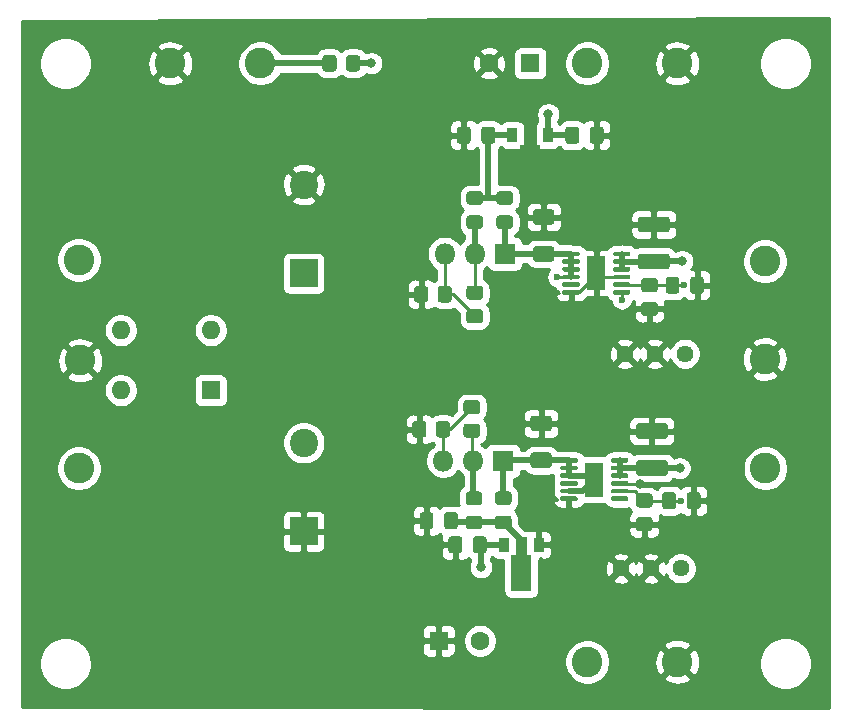
<source format=gbr>
G04 #@! TF.GenerationSoftware,KiCad,Pcbnew,(5.1.8-0-10_14)*
G04 #@! TF.CreationDate,2020-11-13T17:05:45+01:00*
G04 #@! TF.ProjectId,lv-lownoise-psu,6c762d6c-6f77-46e6-9f69-73652d707375,rev?*
G04 #@! TF.SameCoordinates,Original*
G04 #@! TF.FileFunction,Copper,L1,Top*
G04 #@! TF.FilePolarity,Positive*
%FSLAX46Y46*%
G04 Gerber Fmt 4.6, Leading zero omitted, Abs format (unit mm)*
G04 Created by KiCad (PCBNEW (5.1.8-0-10_14)) date 2020-11-13 17:05:45*
%MOMM*%
%LPD*%
G01*
G04 APERTURE LIST*
G04 #@! TA.AperFunction,SMDPad,CuDef*
%ADD10R,1.650000X2.850000*%
G04 #@! TD*
G04 #@! TA.AperFunction,ComponentPad*
%ADD11C,1.600000*%
G04 #@! TD*
G04 #@! TA.AperFunction,ComponentPad*
%ADD12R,1.600000X1.600000*%
G04 #@! TD*
G04 #@! TA.AperFunction,ComponentPad*
%ADD13O,1.600000X1.600000*%
G04 #@! TD*
G04 #@! TA.AperFunction,ComponentPad*
%ADD14C,2.400000*%
G04 #@! TD*
G04 #@! TA.AperFunction,ComponentPad*
%ADD15R,2.400000X2.400000*%
G04 #@! TD*
G04 #@! TA.AperFunction,SMDPad,CuDef*
%ADD16C,0.100000*%
G04 #@! TD*
G04 #@! TA.AperFunction,SMDPad,CuDef*
%ADD17R,0.900000X1.300000*%
G04 #@! TD*
G04 #@! TA.AperFunction,ComponentPad*
%ADD18C,2.600000*%
G04 #@! TD*
G04 #@! TA.AperFunction,ComponentPad*
%ADD19C,1.440000*%
G04 #@! TD*
G04 #@! TA.AperFunction,ComponentPad*
%ADD20O,1.800000X1.800000*%
G04 #@! TD*
G04 #@! TA.AperFunction,ComponentPad*
%ADD21R,1.800000X1.800000*%
G04 #@! TD*
G04 #@! TA.AperFunction,ViaPad*
%ADD22C,0.800000*%
G04 #@! TD*
G04 #@! TA.AperFunction,ViaPad*
%ADD23C,0.600000*%
G04 #@! TD*
G04 #@! TA.AperFunction,Conductor*
%ADD24C,0.250000*%
G04 #@! TD*
G04 #@! TA.AperFunction,Conductor*
%ADD25C,0.500000*%
G04 #@! TD*
G04 #@! TA.AperFunction,Conductor*
%ADD26C,0.254000*%
G04 #@! TD*
G04 #@! TA.AperFunction,Conductor*
%ADD27C,0.100000*%
G04 #@! TD*
G04 APERTURE END LIST*
D10*
X129886600Y-68261900D03*
G04 #@! TA.AperFunction,SMDPad,CuDef*
G36*
G01*
X131311600Y-66736900D02*
X131311600Y-66536900D01*
G75*
G02*
X131411600Y-66436900I100000J0D01*
G01*
X132661600Y-66436900D01*
G75*
G02*
X132761600Y-66536900I0J-100000D01*
G01*
X132761600Y-66736900D01*
G75*
G02*
X132661600Y-66836900I-100000J0D01*
G01*
X131411600Y-66836900D01*
G75*
G02*
X131311600Y-66736900I0J100000D01*
G01*
G37*
G04 #@! TD.AperFunction*
G04 #@! TA.AperFunction,SMDPad,CuDef*
G36*
G01*
X131311600Y-67386900D02*
X131311600Y-67186900D01*
G75*
G02*
X131411600Y-67086900I100000J0D01*
G01*
X132661600Y-67086900D01*
G75*
G02*
X132761600Y-67186900I0J-100000D01*
G01*
X132761600Y-67386900D01*
G75*
G02*
X132661600Y-67486900I-100000J0D01*
G01*
X131411600Y-67486900D01*
G75*
G02*
X131311600Y-67386900I0J100000D01*
G01*
G37*
G04 #@! TD.AperFunction*
G04 #@! TA.AperFunction,SMDPad,CuDef*
G36*
G01*
X131311600Y-68036900D02*
X131311600Y-67836900D01*
G75*
G02*
X131411600Y-67736900I100000J0D01*
G01*
X132661600Y-67736900D01*
G75*
G02*
X132761600Y-67836900I0J-100000D01*
G01*
X132761600Y-68036900D01*
G75*
G02*
X132661600Y-68136900I-100000J0D01*
G01*
X131411600Y-68136900D01*
G75*
G02*
X131311600Y-68036900I0J100000D01*
G01*
G37*
G04 #@! TD.AperFunction*
G04 #@! TA.AperFunction,SMDPad,CuDef*
G36*
G01*
X131311600Y-68686900D02*
X131311600Y-68486900D01*
G75*
G02*
X131411600Y-68386900I100000J0D01*
G01*
X132661600Y-68386900D01*
G75*
G02*
X132761600Y-68486900I0J-100000D01*
G01*
X132761600Y-68686900D01*
G75*
G02*
X132661600Y-68786900I-100000J0D01*
G01*
X131411600Y-68786900D01*
G75*
G02*
X131311600Y-68686900I0J100000D01*
G01*
G37*
G04 #@! TD.AperFunction*
G04 #@! TA.AperFunction,SMDPad,CuDef*
G36*
G01*
X131311600Y-69336900D02*
X131311600Y-69136900D01*
G75*
G02*
X131411600Y-69036900I100000J0D01*
G01*
X132661600Y-69036900D01*
G75*
G02*
X132761600Y-69136900I0J-100000D01*
G01*
X132761600Y-69336900D01*
G75*
G02*
X132661600Y-69436900I-100000J0D01*
G01*
X131411600Y-69436900D01*
G75*
G02*
X131311600Y-69336900I0J100000D01*
G01*
G37*
G04 #@! TD.AperFunction*
G04 #@! TA.AperFunction,SMDPad,CuDef*
G36*
G01*
X131311600Y-69986900D02*
X131311600Y-69786900D01*
G75*
G02*
X131411600Y-69686900I100000J0D01*
G01*
X132661600Y-69686900D01*
G75*
G02*
X132761600Y-69786900I0J-100000D01*
G01*
X132761600Y-69986900D01*
G75*
G02*
X132661600Y-70086900I-100000J0D01*
G01*
X131411600Y-70086900D01*
G75*
G02*
X131311600Y-69986900I0J100000D01*
G01*
G37*
G04 #@! TD.AperFunction*
G04 #@! TA.AperFunction,SMDPad,CuDef*
G36*
G01*
X127011600Y-69986900D02*
X127011600Y-69786900D01*
G75*
G02*
X127111600Y-69686900I100000J0D01*
G01*
X128361600Y-69686900D01*
G75*
G02*
X128461600Y-69786900I0J-100000D01*
G01*
X128461600Y-69986900D01*
G75*
G02*
X128361600Y-70086900I-100000J0D01*
G01*
X127111600Y-70086900D01*
G75*
G02*
X127011600Y-69986900I0J100000D01*
G01*
G37*
G04 #@! TD.AperFunction*
G04 #@! TA.AperFunction,SMDPad,CuDef*
G36*
G01*
X127011600Y-69336900D02*
X127011600Y-69136900D01*
G75*
G02*
X127111600Y-69036900I100000J0D01*
G01*
X128361600Y-69036900D01*
G75*
G02*
X128461600Y-69136900I0J-100000D01*
G01*
X128461600Y-69336900D01*
G75*
G02*
X128361600Y-69436900I-100000J0D01*
G01*
X127111600Y-69436900D01*
G75*
G02*
X127011600Y-69336900I0J100000D01*
G01*
G37*
G04 #@! TD.AperFunction*
G04 #@! TA.AperFunction,SMDPad,CuDef*
G36*
G01*
X127011600Y-68686900D02*
X127011600Y-68486900D01*
G75*
G02*
X127111600Y-68386900I100000J0D01*
G01*
X128361600Y-68386900D01*
G75*
G02*
X128461600Y-68486900I0J-100000D01*
G01*
X128461600Y-68686900D01*
G75*
G02*
X128361600Y-68786900I-100000J0D01*
G01*
X127111600Y-68786900D01*
G75*
G02*
X127011600Y-68686900I0J100000D01*
G01*
G37*
G04 #@! TD.AperFunction*
G04 #@! TA.AperFunction,SMDPad,CuDef*
G36*
G01*
X127011600Y-68036900D02*
X127011600Y-67836900D01*
G75*
G02*
X127111600Y-67736900I100000J0D01*
G01*
X128361600Y-67736900D01*
G75*
G02*
X128461600Y-67836900I0J-100000D01*
G01*
X128461600Y-68036900D01*
G75*
G02*
X128361600Y-68136900I-100000J0D01*
G01*
X127111600Y-68136900D01*
G75*
G02*
X127011600Y-68036900I0J100000D01*
G01*
G37*
G04 #@! TD.AperFunction*
G04 #@! TA.AperFunction,SMDPad,CuDef*
G36*
G01*
X127011600Y-67386900D02*
X127011600Y-67186900D01*
G75*
G02*
X127111600Y-67086900I100000J0D01*
G01*
X128361600Y-67086900D01*
G75*
G02*
X128461600Y-67186900I0J-100000D01*
G01*
X128461600Y-67386900D01*
G75*
G02*
X128361600Y-67486900I-100000J0D01*
G01*
X127111600Y-67486900D01*
G75*
G02*
X127011600Y-67386900I0J100000D01*
G01*
G37*
G04 #@! TD.AperFunction*
G04 #@! TA.AperFunction,SMDPad,CuDef*
G36*
G01*
X127011600Y-66736900D02*
X127011600Y-66536900D01*
G75*
G02*
X127111600Y-66436900I100000J0D01*
G01*
X128361600Y-66436900D01*
G75*
G02*
X128461600Y-66536900I0J-100000D01*
G01*
X128461600Y-66736900D01*
G75*
G02*
X128361600Y-66836900I-100000J0D01*
G01*
X127111600Y-66836900D01*
G75*
G02*
X127011600Y-66736900I0J100000D01*
G01*
G37*
G04 #@! TD.AperFunction*
D11*
X120960000Y-33020000D03*
D12*
X124460000Y-33020000D03*
G04 #@! TA.AperFunction,SMDPad,CuDef*
G36*
G01*
X121723999Y-71325000D02*
X122624001Y-71325000D01*
G75*
G02*
X122874000Y-71574999I0J-249999D01*
G01*
X122874000Y-72225001D01*
G75*
G02*
X122624001Y-72475000I-249999J0D01*
G01*
X121723999Y-72475000D01*
G75*
G02*
X121474000Y-72225001I0J249999D01*
G01*
X121474000Y-71574999D01*
G75*
G02*
X121723999Y-71325000I249999J0D01*
G01*
G37*
G04 #@! TD.AperFunction*
G04 #@! TA.AperFunction,SMDPad,CuDef*
G36*
G01*
X121723999Y-69275000D02*
X122624001Y-69275000D01*
G75*
G02*
X122874000Y-69524999I0J-249999D01*
G01*
X122874000Y-70175001D01*
G75*
G02*
X122624001Y-70425000I-249999J0D01*
G01*
X121723999Y-70425000D01*
G75*
G02*
X121474000Y-70175001I0J249999D01*
G01*
X121474000Y-69524999D01*
G75*
G02*
X121723999Y-69275000I249999J0D01*
G01*
G37*
G04 #@! TD.AperFunction*
G04 #@! TA.AperFunction,SMDPad,CuDef*
G36*
G01*
X119247499Y-71325000D02*
X120147501Y-71325000D01*
G75*
G02*
X120397500Y-71574999I0J-249999D01*
G01*
X120397500Y-72225001D01*
G75*
G02*
X120147501Y-72475000I-249999J0D01*
G01*
X119247499Y-72475000D01*
G75*
G02*
X118997500Y-72225001I0J249999D01*
G01*
X118997500Y-71574999D01*
G75*
G02*
X119247499Y-71325000I249999J0D01*
G01*
G37*
G04 #@! TD.AperFunction*
G04 #@! TA.AperFunction,SMDPad,CuDef*
G36*
G01*
X119247499Y-69275000D02*
X120147501Y-69275000D01*
G75*
G02*
X120397500Y-69524999I0J-249999D01*
G01*
X120397500Y-70175001D01*
G75*
G02*
X120147501Y-70425000I-249999J0D01*
G01*
X119247499Y-70425000D01*
G75*
G02*
X118997500Y-70175001I0J249999D01*
G01*
X118997500Y-69524999D01*
G75*
G02*
X119247499Y-69275000I249999J0D01*
G01*
G37*
G04 #@! TD.AperFunction*
G04 #@! TA.AperFunction,SMDPad,CuDef*
G36*
G01*
X121850999Y-45907000D02*
X122751001Y-45907000D01*
G75*
G02*
X123001000Y-46156999I0J-249999D01*
G01*
X123001000Y-46807001D01*
G75*
G02*
X122751001Y-47057000I-249999J0D01*
G01*
X121850999Y-47057000D01*
G75*
G02*
X121601000Y-46807001I0J249999D01*
G01*
X121601000Y-46156999D01*
G75*
G02*
X121850999Y-45907000I249999J0D01*
G01*
G37*
G04 #@! TD.AperFunction*
G04 #@! TA.AperFunction,SMDPad,CuDef*
G36*
G01*
X121850999Y-43857000D02*
X122751001Y-43857000D01*
G75*
G02*
X123001000Y-44106999I0J-249999D01*
G01*
X123001000Y-44757001D01*
G75*
G02*
X122751001Y-45007000I-249999J0D01*
G01*
X121850999Y-45007000D01*
G75*
G02*
X121601000Y-44757001I0J249999D01*
G01*
X121601000Y-44106999D01*
G75*
G02*
X121850999Y-43857000I249999J0D01*
G01*
G37*
G04 #@! TD.AperFunction*
G04 #@! TA.AperFunction,SMDPad,CuDef*
G36*
G01*
X119310999Y-45907000D02*
X120211001Y-45907000D01*
G75*
G02*
X120461000Y-46156999I0J-249999D01*
G01*
X120461000Y-46807001D01*
G75*
G02*
X120211001Y-47057000I-249999J0D01*
G01*
X119310999Y-47057000D01*
G75*
G02*
X119061000Y-46807001I0J249999D01*
G01*
X119061000Y-46156999D01*
G75*
G02*
X119310999Y-45907000I249999J0D01*
G01*
G37*
G04 #@! TD.AperFunction*
G04 #@! TA.AperFunction,SMDPad,CuDef*
G36*
G01*
X119310999Y-43857000D02*
X120211001Y-43857000D01*
G75*
G02*
X120461000Y-44106999I0J-249999D01*
G01*
X120461000Y-44757001D01*
G75*
G02*
X120211001Y-45007000I-249999J0D01*
G01*
X119310999Y-45007000D01*
G75*
G02*
X119061000Y-44757001I0J249999D01*
G01*
X119061000Y-44106999D01*
G75*
G02*
X119310999Y-43857000I249999J0D01*
G01*
G37*
G04 #@! TD.AperFunction*
X97409000Y-60706000D03*
D13*
X89789000Y-55626000D03*
X97409000Y-55626000D03*
X89789000Y-60706000D03*
D11*
X120213000Y-81915000D03*
D12*
X116713000Y-81915000D03*
D14*
X105283000Y-65151000D03*
D15*
X105283000Y-72651000D03*
D14*
X105283000Y-43300000D03*
D15*
X105283000Y-50800000D03*
G04 #@! TA.AperFunction,SMDPad,CuDef*
G36*
G01*
X115821000Y-52127999D02*
X115821000Y-53028001D01*
G75*
G02*
X115571001Y-53278000I-249999J0D01*
G01*
X114870999Y-53278000D01*
G75*
G02*
X114621000Y-53028001I0J249999D01*
G01*
X114621000Y-52127999D01*
G75*
G02*
X114870999Y-51878000I249999J0D01*
G01*
X115571001Y-51878000D01*
G75*
G02*
X115821000Y-52127999I0J-249999D01*
G01*
G37*
G04 #@! TD.AperFunction*
G04 #@! TA.AperFunction,SMDPad,CuDef*
G36*
G01*
X117821000Y-52127999D02*
X117821000Y-53028001D01*
G75*
G02*
X117571001Y-53278000I-249999J0D01*
G01*
X116870999Y-53278000D01*
G75*
G02*
X116621000Y-53028001I0J249999D01*
G01*
X116621000Y-52127999D01*
G75*
G02*
X116870999Y-51878000I249999J0D01*
G01*
X117571001Y-51878000D01*
G75*
G02*
X117821000Y-52127999I0J-249999D01*
G01*
G37*
G04 #@! TD.AperFunction*
G04 #@! TA.AperFunction,SMDPad,CuDef*
D16*
G36*
X122831500Y-77738000D02*
G01*
X122831500Y-74613000D01*
X123248000Y-74613000D01*
X123248000Y-73138000D01*
X124148000Y-73138000D01*
X124148000Y-74613000D01*
X124564500Y-74613000D01*
X124564500Y-77738000D01*
X122831500Y-77738000D01*
G37*
G04 #@! TD.AperFunction*
D17*
X122198000Y-73788000D03*
X125198000Y-73788000D03*
G04 #@! TA.AperFunction,SMDPad,CuDef*
D16*
G36*
X123569500Y-43067000D02*
G01*
X123569500Y-39942000D01*
X123986000Y-39942000D01*
X123986000Y-38467000D01*
X124886000Y-38467000D01*
X124886000Y-39942000D01*
X125302500Y-39942000D01*
X125302500Y-43067000D01*
X123569500Y-43067000D01*
G37*
G04 #@! TD.AperFunction*
D17*
X122936000Y-39117000D03*
X125936000Y-39117000D03*
G04 #@! TA.AperFunction,SMDPad,CuDef*
G36*
G01*
X108858000Y-33470001D02*
X108858000Y-32569999D01*
G75*
G02*
X109107999Y-32320000I249999J0D01*
G01*
X109808001Y-32320000D01*
G75*
G02*
X110058000Y-32569999I0J-249999D01*
G01*
X110058000Y-33470001D01*
G75*
G02*
X109808001Y-33720000I-249999J0D01*
G01*
X109107999Y-33720000D01*
G75*
G02*
X108858000Y-33470001I0J249999D01*
G01*
G37*
G04 #@! TD.AperFunction*
G04 #@! TA.AperFunction,SMDPad,CuDef*
G36*
G01*
X106858000Y-33470001D02*
X106858000Y-32569999D01*
G75*
G02*
X107107999Y-32320000I249999J0D01*
G01*
X107808001Y-32320000D01*
G75*
G02*
X108058000Y-32569999I0J-249999D01*
G01*
X108058000Y-33470001D01*
G75*
G02*
X107808001Y-33720000I-249999J0D01*
G01*
X107107999Y-33720000D01*
G75*
G02*
X106858000Y-33470001I0J249999D01*
G01*
G37*
G04 #@! TD.AperFunction*
D18*
X129286000Y-83693000D03*
X136906000Y-83693000D03*
X136906000Y-33020000D03*
X129286000Y-33020000D03*
X93980000Y-33020000D03*
X101600000Y-33020000D03*
G04 #@! TA.AperFunction,SMDPad,CuDef*
G36*
G01*
X119597500Y-74262000D02*
X119597500Y-73312000D01*
G75*
G02*
X119847500Y-73062000I250000J0D01*
G01*
X120522500Y-73062000D01*
G75*
G02*
X120772500Y-73312000I0J-250000D01*
G01*
X120772500Y-74262000D01*
G75*
G02*
X120522500Y-74512000I-250000J0D01*
G01*
X119847500Y-74512000D01*
G75*
G02*
X119597500Y-74262000I0J250000D01*
G01*
G37*
G04 #@! TD.AperFunction*
G04 #@! TA.AperFunction,SMDPad,CuDef*
G36*
G01*
X117522500Y-74262000D02*
X117522500Y-73312000D01*
G75*
G02*
X117772500Y-73062000I250000J0D01*
G01*
X118447500Y-73062000D01*
G75*
G02*
X118697500Y-73312000I0J-250000D01*
G01*
X118697500Y-74262000D01*
G75*
G02*
X118447500Y-74512000I-250000J0D01*
G01*
X117772500Y-74512000D01*
G75*
G02*
X117522500Y-74262000I0J250000D01*
G01*
G37*
G04 #@! TD.AperFunction*
G04 #@! TA.AperFunction,SMDPad,CuDef*
G36*
G01*
X129503500Y-39591000D02*
X129503500Y-38641000D01*
G75*
G02*
X129753500Y-38391000I250000J0D01*
G01*
X130428500Y-38391000D01*
G75*
G02*
X130678500Y-38641000I0J-250000D01*
G01*
X130678500Y-39591000D01*
G75*
G02*
X130428500Y-39841000I-250000J0D01*
G01*
X129753500Y-39841000D01*
G75*
G02*
X129503500Y-39591000I0J250000D01*
G01*
G37*
G04 #@! TD.AperFunction*
G04 #@! TA.AperFunction,SMDPad,CuDef*
G36*
G01*
X127428500Y-39591000D02*
X127428500Y-38641000D01*
G75*
G02*
X127678500Y-38391000I250000J0D01*
G01*
X128353500Y-38391000D01*
G75*
G02*
X128603500Y-38641000I0J-250000D01*
G01*
X128603500Y-39591000D01*
G75*
G02*
X128353500Y-39841000I-250000J0D01*
G01*
X127678500Y-39841000D01*
G75*
G02*
X127428500Y-39591000I0J250000D01*
G01*
G37*
G04 #@! TD.AperFunction*
G04 #@! TA.AperFunction,SMDPad,CuDef*
G36*
G01*
X117163000Y-72230000D02*
X117163000Y-71280000D01*
G75*
G02*
X117413000Y-71030000I250000J0D01*
G01*
X118088000Y-71030000D01*
G75*
G02*
X118338000Y-71280000I0J-250000D01*
G01*
X118338000Y-72230000D01*
G75*
G02*
X118088000Y-72480000I-250000J0D01*
G01*
X117413000Y-72480000D01*
G75*
G02*
X117163000Y-72230000I0J250000D01*
G01*
G37*
G04 #@! TD.AperFunction*
G04 #@! TA.AperFunction,SMDPad,CuDef*
G36*
G01*
X115088000Y-72230000D02*
X115088000Y-71280000D01*
G75*
G02*
X115338000Y-71030000I250000J0D01*
G01*
X116013000Y-71030000D01*
G75*
G02*
X116263000Y-71280000I0J-250000D01*
G01*
X116263000Y-72230000D01*
G75*
G02*
X116013000Y-72480000I-250000J0D01*
G01*
X115338000Y-72480000D01*
G75*
G02*
X115088000Y-72230000I0J250000D01*
G01*
G37*
G04 #@! TD.AperFunction*
G04 #@! TA.AperFunction,SMDPad,CuDef*
G36*
G01*
X119416500Y-38641000D02*
X119416500Y-39591000D01*
G75*
G02*
X119166500Y-39841000I-250000J0D01*
G01*
X118491500Y-39841000D01*
G75*
G02*
X118241500Y-39591000I0J250000D01*
G01*
X118241500Y-38641000D01*
G75*
G02*
X118491500Y-38391000I250000J0D01*
G01*
X119166500Y-38391000D01*
G75*
G02*
X119416500Y-38641000I0J-250000D01*
G01*
G37*
G04 #@! TD.AperFunction*
G04 #@! TA.AperFunction,SMDPad,CuDef*
G36*
G01*
X121491500Y-38641000D02*
X121491500Y-39591000D01*
G75*
G02*
X121241500Y-39841000I-250000J0D01*
G01*
X120566500Y-39841000D01*
G75*
G02*
X120316500Y-39591000I0J250000D01*
G01*
X120316500Y-38641000D01*
G75*
G02*
X120566500Y-38391000I250000J0D01*
G01*
X121241500Y-38391000D01*
G75*
G02*
X121491500Y-38641000I0J-250000D01*
G01*
G37*
G04 #@! TD.AperFunction*
D19*
X132118100Y-75793600D03*
X134658100Y-75793600D03*
X137198100Y-75793600D03*
G04 #@! TA.AperFunction,SMDPad,CuDef*
G36*
G01*
X134562001Y-70640500D02*
X133661999Y-70640500D01*
G75*
G02*
X133412000Y-70390501I0J249999D01*
G01*
X133412000Y-69690499D01*
G75*
G02*
X133661999Y-69440500I249999J0D01*
G01*
X134562001Y-69440500D01*
G75*
G02*
X134812000Y-69690499I0J-249999D01*
G01*
X134812000Y-70390501D01*
G75*
G02*
X134562001Y-70640500I-249999J0D01*
G01*
G37*
G04 #@! TD.AperFunction*
G04 #@! TA.AperFunction,SMDPad,CuDef*
G36*
G01*
X134562001Y-72640500D02*
X133661999Y-72640500D01*
G75*
G02*
X133412000Y-72390501I0J249999D01*
G01*
X133412000Y-71690499D01*
G75*
G02*
X133661999Y-71440500I249999J0D01*
G01*
X134562001Y-71440500D01*
G75*
G02*
X134812000Y-71690499I0J-249999D01*
G01*
X134812000Y-72390501D01*
G75*
G02*
X134562001Y-72640500I-249999J0D01*
G01*
G37*
G04 #@! TD.AperFunction*
G04 #@! TA.AperFunction,SMDPad,CuDef*
G36*
G01*
X133659698Y-66622500D02*
X135859702Y-66622500D01*
G75*
G02*
X136109700Y-66872498I0J-249998D01*
G01*
X136109700Y-67697502D01*
G75*
G02*
X135859702Y-67947500I-249998J0D01*
G01*
X133659698Y-67947500D01*
G75*
G02*
X133409700Y-67697502I0J249998D01*
G01*
X133409700Y-66872498D01*
G75*
G02*
X133659698Y-66622500I249998J0D01*
G01*
G37*
G04 #@! TD.AperFunction*
G04 #@! TA.AperFunction,SMDPad,CuDef*
G36*
G01*
X133659698Y-63497500D02*
X135859702Y-63497500D01*
G75*
G02*
X136109700Y-63747498I0J-249998D01*
G01*
X136109700Y-64572502D01*
G75*
G02*
X135859702Y-64822500I-249998J0D01*
G01*
X133659698Y-64822500D01*
G75*
G02*
X133409700Y-64572502I0J249998D01*
G01*
X133409700Y-63747498D01*
G75*
G02*
X133659698Y-63497500I249998J0D01*
G01*
G37*
G04 #@! TD.AperFunction*
G04 #@! TA.AperFunction,SMDPad,CuDef*
G36*
G01*
X136811600Y-69578200D02*
X136811600Y-70528200D01*
G75*
G02*
X136561600Y-70778200I-250000J0D01*
G01*
X135886600Y-70778200D01*
G75*
G02*
X135636600Y-70528200I0J250000D01*
G01*
X135636600Y-69578200D01*
G75*
G02*
X135886600Y-69328200I250000J0D01*
G01*
X136561600Y-69328200D01*
G75*
G02*
X136811600Y-69578200I0J-250000D01*
G01*
G37*
G04 #@! TD.AperFunction*
G04 #@! TA.AperFunction,SMDPad,CuDef*
G36*
G01*
X138886600Y-69578200D02*
X138886600Y-70528200D01*
G75*
G02*
X138636600Y-70778200I-250000J0D01*
G01*
X137961600Y-70778200D01*
G75*
G02*
X137711600Y-70528200I0J250000D01*
G01*
X137711600Y-69578200D01*
G75*
G02*
X137961600Y-69328200I250000J0D01*
G01*
X138636600Y-69328200D01*
G75*
G02*
X138886600Y-69578200I0J-250000D01*
G01*
G37*
G04 #@! TD.AperFunction*
G04 #@! TA.AperFunction,SMDPad,CuDef*
G36*
G01*
X124724398Y-65974400D02*
X126024402Y-65974400D01*
G75*
G02*
X126274400Y-66224398I0J-249998D01*
G01*
X126274400Y-67049402D01*
G75*
G02*
X126024402Y-67299400I-249998J0D01*
G01*
X124724398Y-67299400D01*
G75*
G02*
X124474400Y-67049402I0J249998D01*
G01*
X124474400Y-66224398D01*
G75*
G02*
X124724398Y-65974400I249998J0D01*
G01*
G37*
G04 #@! TD.AperFunction*
G04 #@! TA.AperFunction,SMDPad,CuDef*
G36*
G01*
X124724398Y-62849400D02*
X126024402Y-62849400D01*
G75*
G02*
X126274400Y-63099398I0J-249998D01*
G01*
X126274400Y-63924402D01*
G75*
G02*
X126024402Y-64174400I-249998J0D01*
G01*
X124724398Y-64174400D01*
G75*
G02*
X124474400Y-63924402I0J249998D01*
G01*
X124474400Y-63099398D01*
G75*
G02*
X124724398Y-62849400I249998J0D01*
G01*
G37*
G04 #@! TD.AperFunction*
D10*
X130064400Y-50787900D03*
G04 #@! TA.AperFunction,SMDPad,CuDef*
G36*
G01*
X131489400Y-49262900D02*
X131489400Y-49062900D01*
G75*
G02*
X131589400Y-48962900I100000J0D01*
G01*
X132839400Y-48962900D01*
G75*
G02*
X132939400Y-49062900I0J-100000D01*
G01*
X132939400Y-49262900D01*
G75*
G02*
X132839400Y-49362900I-100000J0D01*
G01*
X131589400Y-49362900D01*
G75*
G02*
X131489400Y-49262900I0J100000D01*
G01*
G37*
G04 #@! TD.AperFunction*
G04 #@! TA.AperFunction,SMDPad,CuDef*
G36*
G01*
X131489400Y-49912900D02*
X131489400Y-49712900D01*
G75*
G02*
X131589400Y-49612900I100000J0D01*
G01*
X132839400Y-49612900D01*
G75*
G02*
X132939400Y-49712900I0J-100000D01*
G01*
X132939400Y-49912900D01*
G75*
G02*
X132839400Y-50012900I-100000J0D01*
G01*
X131589400Y-50012900D01*
G75*
G02*
X131489400Y-49912900I0J100000D01*
G01*
G37*
G04 #@! TD.AperFunction*
G04 #@! TA.AperFunction,SMDPad,CuDef*
G36*
G01*
X131489400Y-50562900D02*
X131489400Y-50362900D01*
G75*
G02*
X131589400Y-50262900I100000J0D01*
G01*
X132839400Y-50262900D01*
G75*
G02*
X132939400Y-50362900I0J-100000D01*
G01*
X132939400Y-50562900D01*
G75*
G02*
X132839400Y-50662900I-100000J0D01*
G01*
X131589400Y-50662900D01*
G75*
G02*
X131489400Y-50562900I0J100000D01*
G01*
G37*
G04 #@! TD.AperFunction*
G04 #@! TA.AperFunction,SMDPad,CuDef*
G36*
G01*
X131489400Y-51212900D02*
X131489400Y-51012900D01*
G75*
G02*
X131589400Y-50912900I100000J0D01*
G01*
X132839400Y-50912900D01*
G75*
G02*
X132939400Y-51012900I0J-100000D01*
G01*
X132939400Y-51212900D01*
G75*
G02*
X132839400Y-51312900I-100000J0D01*
G01*
X131589400Y-51312900D01*
G75*
G02*
X131489400Y-51212900I0J100000D01*
G01*
G37*
G04 #@! TD.AperFunction*
G04 #@! TA.AperFunction,SMDPad,CuDef*
G36*
G01*
X131489400Y-51862900D02*
X131489400Y-51662900D01*
G75*
G02*
X131589400Y-51562900I100000J0D01*
G01*
X132839400Y-51562900D01*
G75*
G02*
X132939400Y-51662900I0J-100000D01*
G01*
X132939400Y-51862900D01*
G75*
G02*
X132839400Y-51962900I-100000J0D01*
G01*
X131589400Y-51962900D01*
G75*
G02*
X131489400Y-51862900I0J100000D01*
G01*
G37*
G04 #@! TD.AperFunction*
G04 #@! TA.AperFunction,SMDPad,CuDef*
G36*
G01*
X131489400Y-52512900D02*
X131489400Y-52312900D01*
G75*
G02*
X131589400Y-52212900I100000J0D01*
G01*
X132839400Y-52212900D01*
G75*
G02*
X132939400Y-52312900I0J-100000D01*
G01*
X132939400Y-52512900D01*
G75*
G02*
X132839400Y-52612900I-100000J0D01*
G01*
X131589400Y-52612900D01*
G75*
G02*
X131489400Y-52512900I0J100000D01*
G01*
G37*
G04 #@! TD.AperFunction*
G04 #@! TA.AperFunction,SMDPad,CuDef*
G36*
G01*
X127189400Y-52512900D02*
X127189400Y-52312900D01*
G75*
G02*
X127289400Y-52212900I100000J0D01*
G01*
X128539400Y-52212900D01*
G75*
G02*
X128639400Y-52312900I0J-100000D01*
G01*
X128639400Y-52512900D01*
G75*
G02*
X128539400Y-52612900I-100000J0D01*
G01*
X127289400Y-52612900D01*
G75*
G02*
X127189400Y-52512900I0J100000D01*
G01*
G37*
G04 #@! TD.AperFunction*
G04 #@! TA.AperFunction,SMDPad,CuDef*
G36*
G01*
X127189400Y-51862900D02*
X127189400Y-51662900D01*
G75*
G02*
X127289400Y-51562900I100000J0D01*
G01*
X128539400Y-51562900D01*
G75*
G02*
X128639400Y-51662900I0J-100000D01*
G01*
X128639400Y-51862900D01*
G75*
G02*
X128539400Y-51962900I-100000J0D01*
G01*
X127289400Y-51962900D01*
G75*
G02*
X127189400Y-51862900I0J100000D01*
G01*
G37*
G04 #@! TD.AperFunction*
G04 #@! TA.AperFunction,SMDPad,CuDef*
G36*
G01*
X127189400Y-51212900D02*
X127189400Y-51012900D01*
G75*
G02*
X127289400Y-50912900I100000J0D01*
G01*
X128539400Y-50912900D01*
G75*
G02*
X128639400Y-51012900I0J-100000D01*
G01*
X128639400Y-51212900D01*
G75*
G02*
X128539400Y-51312900I-100000J0D01*
G01*
X127289400Y-51312900D01*
G75*
G02*
X127189400Y-51212900I0J100000D01*
G01*
G37*
G04 #@! TD.AperFunction*
G04 #@! TA.AperFunction,SMDPad,CuDef*
G36*
G01*
X127189400Y-50562900D02*
X127189400Y-50362900D01*
G75*
G02*
X127289400Y-50262900I100000J0D01*
G01*
X128539400Y-50262900D01*
G75*
G02*
X128639400Y-50362900I0J-100000D01*
G01*
X128639400Y-50562900D01*
G75*
G02*
X128539400Y-50662900I-100000J0D01*
G01*
X127289400Y-50662900D01*
G75*
G02*
X127189400Y-50562900I0J100000D01*
G01*
G37*
G04 #@! TD.AperFunction*
G04 #@! TA.AperFunction,SMDPad,CuDef*
G36*
G01*
X127189400Y-49912900D02*
X127189400Y-49712900D01*
G75*
G02*
X127289400Y-49612900I100000J0D01*
G01*
X128539400Y-49612900D01*
G75*
G02*
X128639400Y-49712900I0J-100000D01*
G01*
X128639400Y-49912900D01*
G75*
G02*
X128539400Y-50012900I-100000J0D01*
G01*
X127289400Y-50012900D01*
G75*
G02*
X127189400Y-49912900I0J100000D01*
G01*
G37*
G04 #@! TD.AperFunction*
G04 #@! TA.AperFunction,SMDPad,CuDef*
G36*
G01*
X127189400Y-49262900D02*
X127189400Y-49062900D01*
G75*
G02*
X127289400Y-48962900I100000J0D01*
G01*
X128539400Y-48962900D01*
G75*
G02*
X128639400Y-49062900I0J-100000D01*
G01*
X128639400Y-49262900D01*
G75*
G02*
X128539400Y-49362900I-100000J0D01*
G01*
X127289400Y-49362900D01*
G75*
G02*
X127189400Y-49262900I0J100000D01*
G01*
G37*
G04 #@! TD.AperFunction*
G04 #@! TA.AperFunction,SMDPad,CuDef*
G36*
G01*
X136024802Y-47334200D02*
X133824798Y-47334200D01*
G75*
G02*
X133574800Y-47084202I0J249998D01*
G01*
X133574800Y-46259198D01*
G75*
G02*
X133824798Y-46009200I249998J0D01*
G01*
X136024802Y-46009200D01*
G75*
G02*
X136274800Y-46259198I0J-249998D01*
G01*
X136274800Y-47084202D01*
G75*
G02*
X136024802Y-47334200I-249998J0D01*
G01*
G37*
G04 #@! TD.AperFunction*
G04 #@! TA.AperFunction,SMDPad,CuDef*
G36*
G01*
X136024802Y-50459200D02*
X133824798Y-50459200D01*
G75*
G02*
X133574800Y-50209202I0J249998D01*
G01*
X133574800Y-49384198D01*
G75*
G02*
X133824798Y-49134200I249998J0D01*
G01*
X136024802Y-49134200D01*
G75*
G02*
X136274800Y-49384198I0J-249998D01*
G01*
X136274800Y-50209202D01*
G75*
G02*
X136024802Y-50459200I-249998J0D01*
G01*
G37*
G04 #@! TD.AperFunction*
G04 #@! TA.AperFunction,SMDPad,CuDef*
G36*
G01*
X137991000Y-52291000D02*
X137991000Y-51341000D01*
G75*
G02*
X138241000Y-51091000I250000J0D01*
G01*
X138916000Y-51091000D01*
G75*
G02*
X139166000Y-51341000I0J-250000D01*
G01*
X139166000Y-52291000D01*
G75*
G02*
X138916000Y-52541000I-250000J0D01*
G01*
X138241000Y-52541000D01*
G75*
G02*
X137991000Y-52291000I0J250000D01*
G01*
G37*
G04 #@! TD.AperFunction*
G04 #@! TA.AperFunction,SMDPad,CuDef*
G36*
G01*
X135916000Y-52291000D02*
X135916000Y-51341000D01*
G75*
G02*
X136166000Y-51091000I250000J0D01*
G01*
X136841000Y-51091000D01*
G75*
G02*
X137091000Y-51341000I0J-250000D01*
G01*
X137091000Y-52291000D01*
G75*
G02*
X136841000Y-52541000I-250000J0D01*
G01*
X136166000Y-52541000D01*
G75*
G02*
X135916000Y-52291000I0J250000D01*
G01*
G37*
G04 #@! TD.AperFunction*
G04 #@! TA.AperFunction,SMDPad,CuDef*
G36*
G01*
X126253002Y-46699600D02*
X124952998Y-46699600D01*
G75*
G02*
X124703000Y-46449602I0J249998D01*
G01*
X124703000Y-45624598D01*
G75*
G02*
X124952998Y-45374600I249998J0D01*
G01*
X126253002Y-45374600D01*
G75*
G02*
X126503000Y-45624598I0J-249998D01*
G01*
X126503000Y-46449602D01*
G75*
G02*
X126253002Y-46699600I-249998J0D01*
G01*
G37*
G04 #@! TD.AperFunction*
G04 #@! TA.AperFunction,SMDPad,CuDef*
G36*
G01*
X126253002Y-49824600D02*
X124952998Y-49824600D01*
G75*
G02*
X124703000Y-49574602I0J249998D01*
G01*
X124703000Y-48749598D01*
G75*
G02*
X124952998Y-48499600I249998J0D01*
G01*
X126253002Y-48499600D01*
G75*
G02*
X126503000Y-48749598I0J-249998D01*
G01*
X126503000Y-49574602D01*
G75*
G02*
X126253002Y-49824600I-249998J0D01*
G01*
G37*
G04 #@! TD.AperFunction*
G04 #@! TA.AperFunction,SMDPad,CuDef*
G36*
G01*
X119056999Y-63535000D02*
X119957001Y-63535000D01*
G75*
G02*
X120207000Y-63784999I0J-249999D01*
G01*
X120207000Y-64485001D01*
G75*
G02*
X119957001Y-64735000I-249999J0D01*
G01*
X119056999Y-64735000D01*
G75*
G02*
X118807000Y-64485001I0J249999D01*
G01*
X118807000Y-63784999D01*
G75*
G02*
X119056999Y-63535000I249999J0D01*
G01*
G37*
G04 #@! TD.AperFunction*
G04 #@! TA.AperFunction,SMDPad,CuDef*
G36*
G01*
X119056999Y-61535000D02*
X119957001Y-61535000D01*
G75*
G02*
X120207000Y-61784999I0J-249999D01*
G01*
X120207000Y-62485001D01*
G75*
G02*
X119957001Y-62735000I-249999J0D01*
G01*
X119056999Y-62735000D01*
G75*
G02*
X118807000Y-62485001I0J249999D01*
G01*
X118807000Y-61784999D01*
G75*
G02*
X119056999Y-61535000I249999J0D01*
G01*
G37*
G04 #@! TD.AperFunction*
G04 #@! TA.AperFunction,SMDPad,CuDef*
G36*
G01*
X116462000Y-64458001D02*
X116462000Y-63557999D01*
G75*
G02*
X116711999Y-63308000I249999J0D01*
G01*
X117412001Y-63308000D01*
G75*
G02*
X117662000Y-63557999I0J-249999D01*
G01*
X117662000Y-64458001D01*
G75*
G02*
X117412001Y-64708000I-249999J0D01*
G01*
X116711999Y-64708000D01*
G75*
G02*
X116462000Y-64458001I0J249999D01*
G01*
G37*
G04 #@! TD.AperFunction*
G04 #@! TA.AperFunction,SMDPad,CuDef*
G36*
G01*
X114462000Y-64458001D02*
X114462000Y-63557999D01*
G75*
G02*
X114711999Y-63308000I249999J0D01*
G01*
X115412001Y-63308000D01*
G75*
G02*
X115662000Y-63557999I0J-249999D01*
G01*
X115662000Y-64458001D01*
G75*
G02*
X115412001Y-64708000I-249999J0D01*
G01*
X114711999Y-64708000D01*
G75*
G02*
X114462000Y-64458001I0J249999D01*
G01*
G37*
G04 #@! TD.AperFunction*
G04 #@! TA.AperFunction,SMDPad,CuDef*
G36*
G01*
X119310999Y-53851000D02*
X120211001Y-53851000D01*
G75*
G02*
X120461000Y-54100999I0J-249999D01*
G01*
X120461000Y-54801001D01*
G75*
G02*
X120211001Y-55051000I-249999J0D01*
G01*
X119310999Y-55051000D01*
G75*
G02*
X119061000Y-54801001I0J249999D01*
G01*
X119061000Y-54100999D01*
G75*
G02*
X119310999Y-53851000I249999J0D01*
G01*
G37*
G04 #@! TD.AperFunction*
G04 #@! TA.AperFunction,SMDPad,CuDef*
G36*
G01*
X119310999Y-51851000D02*
X120211001Y-51851000D01*
G75*
G02*
X120461000Y-52100999I0J-249999D01*
G01*
X120461000Y-52801001D01*
G75*
G02*
X120211001Y-53051000I-249999J0D01*
G01*
X119310999Y-53051000D01*
G75*
G02*
X119061000Y-52801001I0J249999D01*
G01*
X119061000Y-52100999D01*
G75*
G02*
X119310999Y-51851000I249999J0D01*
G01*
G37*
G04 #@! TD.AperFunction*
D20*
X117094000Y-66675000D03*
X119634000Y-66675000D03*
D21*
X122174000Y-66675000D03*
D20*
X117221000Y-49149000D03*
X119761000Y-49149000D03*
D21*
X122301000Y-49149000D03*
D19*
X132486400Y-57619900D03*
X135026400Y-57619900D03*
X137566400Y-57619900D03*
G04 #@! TA.AperFunction,SMDPad,CuDef*
G36*
G01*
X134106499Y-53216000D02*
X135006501Y-53216000D01*
G75*
G02*
X135256500Y-53465999I0J-249999D01*
G01*
X135256500Y-54166001D01*
G75*
G02*
X135006501Y-54416000I-249999J0D01*
G01*
X134106499Y-54416000D01*
G75*
G02*
X133856500Y-54166001I0J249999D01*
G01*
X133856500Y-53465999D01*
G75*
G02*
X134106499Y-53216000I249999J0D01*
G01*
G37*
G04 #@! TD.AperFunction*
G04 #@! TA.AperFunction,SMDPad,CuDef*
G36*
G01*
X134106499Y-51216000D02*
X135006501Y-51216000D01*
G75*
G02*
X135256500Y-51465999I0J-249999D01*
G01*
X135256500Y-52166001D01*
G75*
G02*
X135006501Y-52416000I-249999J0D01*
G01*
X134106499Y-52416000D01*
G75*
G02*
X133856500Y-52166001I0J249999D01*
G01*
X133856500Y-51465999D01*
G75*
G02*
X134106499Y-51216000I249999J0D01*
G01*
G37*
G04 #@! TD.AperFunction*
D18*
X144373600Y-67310000D03*
X144322800Y-58064400D03*
X144322800Y-49784000D03*
X86233000Y-49657000D03*
X86360000Y-58166000D03*
X86233000Y-67310000D03*
D22*
X133756400Y-68630800D03*
X127711200Y-71069200D03*
D23*
X137464800Y-51816000D03*
X137210800Y-70053200D03*
X132207000Y-53022500D03*
X126746000Y-51117500D03*
D22*
X137312400Y-49784000D03*
X137109200Y-67310000D03*
X110998000Y-33020000D03*
X125984000Y-37338000D03*
X120269000Y-75692000D03*
D24*
X130064400Y-50987900D02*
X130064400Y-50787900D01*
X130389400Y-51112900D02*
X130064400Y-50787900D01*
X132214400Y-51112900D02*
X130389400Y-51112900D01*
X130064400Y-50938958D02*
X130064400Y-50787900D01*
X128590458Y-52412900D02*
X130064400Y-50938958D01*
X127914400Y-52412900D02*
X128590458Y-52412900D01*
D25*
X127711200Y-69962310D02*
X127736600Y-69936910D01*
X127711200Y-71069200D02*
X127711200Y-69962310D01*
D24*
X132080500Y-68630800D02*
X132036600Y-68586900D01*
X133756400Y-68630800D02*
X132080500Y-68630800D01*
X119761000Y-52451000D02*
X119761000Y-49149000D01*
D25*
X119761000Y-46482000D02*
X119761000Y-49149000D01*
D24*
X134503400Y-51762900D02*
X134556500Y-51816000D01*
X132214400Y-51762900D02*
X134503400Y-51762900D01*
X134556500Y-51816000D02*
X136503500Y-51816000D01*
X136525000Y-51837500D02*
X136503500Y-51816000D01*
X136503500Y-51816000D02*
X137566400Y-51816000D01*
X136224100Y-70053200D02*
X137312400Y-70053200D01*
X133308400Y-69236900D02*
X134112000Y-70040500D01*
X132036600Y-69236900D02*
X133308400Y-69236900D01*
X136211400Y-70040500D02*
X136224100Y-70053200D01*
X134112000Y-70040500D02*
X136211400Y-70040500D01*
X125603800Y-49162900D02*
X125603000Y-49162100D01*
X132214400Y-53015100D02*
X132207000Y-53022500D01*
X132214400Y-52412900D02*
X132214400Y-53015100D01*
X127826994Y-51200306D02*
X127914400Y-51112900D01*
X127909800Y-51117500D02*
X127914400Y-51112900D01*
X126746000Y-51117500D02*
X127909800Y-51117500D01*
D25*
X127913600Y-49162100D02*
X127914400Y-49162900D01*
X125603000Y-49162100D02*
X127913600Y-49162100D01*
X127914400Y-49162900D02*
X127914400Y-51112900D01*
X122314100Y-49162100D02*
X122301000Y-49149000D01*
X125603000Y-49162100D02*
X122314100Y-49162100D01*
X122301000Y-46482000D02*
X122301000Y-49149000D01*
X125349000Y-66611500D02*
X125374400Y-66636900D01*
X125374400Y-66636900D02*
X127736600Y-66636900D01*
X127736600Y-66636900D02*
X127736600Y-67936900D01*
X129561590Y-67936890D02*
X127736600Y-67936890D01*
X129886600Y-68261900D02*
X129561590Y-67936890D01*
X128911600Y-69236900D02*
X129886600Y-68261900D01*
X127736600Y-69236900D02*
X128911600Y-69236900D01*
X122212100Y-66636900D02*
X122174000Y-66675000D01*
X125374400Y-66636900D02*
X122212100Y-66636900D01*
X122174000Y-66675000D02*
X122174000Y-69850000D01*
D24*
X117221000Y-49149000D02*
X117221000Y-52578000D01*
X117888000Y-52578000D02*
X119761000Y-54451000D01*
X117221000Y-52578000D02*
X117888000Y-52578000D01*
X117094000Y-64040000D02*
X117062000Y-64008000D01*
X117094000Y-66675000D02*
X117094000Y-64040000D01*
X117634000Y-64008000D02*
X119507000Y-62135000D01*
X117062000Y-64008000D02*
X117634000Y-64008000D01*
D25*
X134908600Y-49812900D02*
X134924800Y-49796700D01*
X132214400Y-49812900D02*
X134908600Y-49812900D01*
X132214400Y-49162900D02*
X132214400Y-50462900D01*
X137299700Y-49796700D02*
X137312400Y-49784000D01*
X134924800Y-49796700D02*
X137299700Y-49796700D01*
X137084200Y-67285000D02*
X137109200Y-67310000D01*
X134759700Y-67285000D02*
X137084200Y-67285000D01*
X132038500Y-67285000D02*
X132036600Y-67286900D01*
X134759700Y-67285000D02*
X132038500Y-67285000D01*
X132036600Y-66636900D02*
X132036600Y-67936900D01*
X122174000Y-71900000D02*
X119697500Y-71900000D01*
X123698000Y-73424000D02*
X123698000Y-73875500D01*
X122174000Y-71900000D02*
X123698000Y-73424000D01*
X117895500Y-71900000D02*
X117750500Y-71755000D01*
X119697500Y-71900000D02*
X117895500Y-71900000D01*
X109475000Y-33037000D02*
X109475000Y-33037000D01*
X109475000Y-33037000D02*
X109458000Y-33020000D01*
X109458000Y-33020000D02*
X110998000Y-33020000D01*
X125937000Y-39116000D02*
X125936000Y-39117000D01*
X128016000Y-39116000D02*
X125937000Y-39116000D01*
X125936000Y-37386000D02*
X125984000Y-37338000D01*
X125936000Y-39117000D02*
X125936000Y-37386000D01*
X120186000Y-73788000D02*
X120185000Y-73787000D01*
X122198000Y-73788000D02*
X120186000Y-73788000D01*
X120269000Y-73871000D02*
X120185000Y-73787000D01*
X120269000Y-75692000D02*
X120269000Y-73871000D01*
X107458000Y-33020000D02*
X101600000Y-33020000D01*
X120886000Y-44432000D02*
X119761000Y-44432000D01*
X122301000Y-44432000D02*
X120886000Y-44432000D01*
X120905000Y-39117000D02*
X120904000Y-39116000D01*
X122936000Y-39117000D02*
X120905000Y-39117000D01*
X120904000Y-44414000D02*
X120886000Y-44432000D01*
X120904000Y-39116000D02*
X120904000Y-44414000D01*
D24*
X119507000Y-66548000D02*
X119634000Y-66675000D01*
X119507000Y-64135000D02*
X119507000Y-66548000D01*
D25*
X119634000Y-69786500D02*
X119697500Y-69850000D01*
X119634000Y-66675000D02*
X119634000Y-69786500D01*
D26*
X149733000Y-87621842D02*
X81407000Y-87503220D01*
X81407000Y-83599872D01*
X82855000Y-83599872D01*
X82855000Y-84040128D01*
X82940890Y-84471925D01*
X83109369Y-84878669D01*
X83353962Y-85244729D01*
X83665271Y-85556038D01*
X84031331Y-85800631D01*
X84438075Y-85969110D01*
X84869872Y-86055000D01*
X85310128Y-86055000D01*
X85741925Y-85969110D01*
X86148669Y-85800631D01*
X86514729Y-85556038D01*
X86826038Y-85244729D01*
X87070631Y-84878669D01*
X87239110Y-84471925D01*
X87325000Y-84040128D01*
X87325000Y-83599872D01*
X87305616Y-83502419D01*
X127351000Y-83502419D01*
X127351000Y-83883581D01*
X127425361Y-84257419D01*
X127571225Y-84609566D01*
X127782987Y-84926491D01*
X128052509Y-85196013D01*
X128369434Y-85407775D01*
X128721581Y-85553639D01*
X129095419Y-85628000D01*
X129476581Y-85628000D01*
X129850419Y-85553639D01*
X130202566Y-85407775D01*
X130519491Y-85196013D01*
X130673280Y-85042224D01*
X135736381Y-85042224D01*
X135868317Y-85337312D01*
X136209045Y-85508159D01*
X136576557Y-85609250D01*
X136956729Y-85636701D01*
X137334951Y-85589457D01*
X137696690Y-85469333D01*
X137943683Y-85337312D01*
X138075619Y-85042224D01*
X136906000Y-83872605D01*
X135736381Y-85042224D01*
X130673280Y-85042224D01*
X130789013Y-84926491D01*
X131000775Y-84609566D01*
X131146639Y-84257419D01*
X131221000Y-83883581D01*
X131221000Y-83743729D01*
X134962299Y-83743729D01*
X135009543Y-84121951D01*
X135129667Y-84483690D01*
X135261688Y-84730683D01*
X135556776Y-84862619D01*
X136726395Y-83693000D01*
X137085605Y-83693000D01*
X138255224Y-84862619D01*
X138550312Y-84730683D01*
X138721159Y-84389955D01*
X138822250Y-84022443D01*
X138849701Y-83642271D01*
X138844405Y-83599872D01*
X143815000Y-83599872D01*
X143815000Y-84040128D01*
X143900890Y-84471925D01*
X144069369Y-84878669D01*
X144313962Y-85244729D01*
X144625271Y-85556038D01*
X144991331Y-85800631D01*
X145398075Y-85969110D01*
X145829872Y-86055000D01*
X146270128Y-86055000D01*
X146701925Y-85969110D01*
X147108669Y-85800631D01*
X147474729Y-85556038D01*
X147786038Y-85244729D01*
X148030631Y-84878669D01*
X148199110Y-84471925D01*
X148285000Y-84040128D01*
X148285000Y-83599872D01*
X148199110Y-83168075D01*
X148030631Y-82761331D01*
X147786038Y-82395271D01*
X147474729Y-82083962D01*
X147108669Y-81839369D01*
X146701925Y-81670890D01*
X146270128Y-81585000D01*
X145829872Y-81585000D01*
X145398075Y-81670890D01*
X144991331Y-81839369D01*
X144625271Y-82083962D01*
X144313962Y-82395271D01*
X144069369Y-82761331D01*
X143900890Y-83168075D01*
X143815000Y-83599872D01*
X138844405Y-83599872D01*
X138802457Y-83264049D01*
X138682333Y-82902310D01*
X138550312Y-82655317D01*
X138255224Y-82523381D01*
X137085605Y-83693000D01*
X136726395Y-83693000D01*
X135556776Y-82523381D01*
X135261688Y-82655317D01*
X135090841Y-82996045D01*
X134989750Y-83363557D01*
X134962299Y-83743729D01*
X131221000Y-83743729D01*
X131221000Y-83502419D01*
X131146639Y-83128581D01*
X131000775Y-82776434D01*
X130789013Y-82459509D01*
X130673280Y-82343776D01*
X135736381Y-82343776D01*
X136906000Y-83513395D01*
X138075619Y-82343776D01*
X137943683Y-82048688D01*
X137602955Y-81877841D01*
X137235443Y-81776750D01*
X136855271Y-81749299D01*
X136477049Y-81796543D01*
X136115310Y-81916667D01*
X135868317Y-82048688D01*
X135736381Y-82343776D01*
X130673280Y-82343776D01*
X130519491Y-82189987D01*
X130202566Y-81978225D01*
X129850419Y-81832361D01*
X129476581Y-81758000D01*
X129095419Y-81758000D01*
X128721581Y-81832361D01*
X128369434Y-81978225D01*
X128052509Y-82189987D01*
X127782987Y-82459509D01*
X127571225Y-82776434D01*
X127425361Y-83128581D01*
X127351000Y-83502419D01*
X87305616Y-83502419D01*
X87239110Y-83168075D01*
X87070631Y-82761331D01*
X87039674Y-82715000D01*
X115274928Y-82715000D01*
X115287188Y-82839482D01*
X115323498Y-82959180D01*
X115382463Y-83069494D01*
X115461815Y-83166185D01*
X115558506Y-83245537D01*
X115668820Y-83304502D01*
X115788518Y-83340812D01*
X115913000Y-83353072D01*
X116427250Y-83350000D01*
X116586000Y-83191250D01*
X116586000Y-82042000D01*
X116840000Y-82042000D01*
X116840000Y-83191250D01*
X116998750Y-83350000D01*
X117513000Y-83353072D01*
X117637482Y-83340812D01*
X117757180Y-83304502D01*
X117867494Y-83245537D01*
X117964185Y-83166185D01*
X118043537Y-83069494D01*
X118102502Y-82959180D01*
X118138812Y-82839482D01*
X118151072Y-82715000D01*
X118148000Y-82200750D01*
X117989250Y-82042000D01*
X116840000Y-82042000D01*
X116586000Y-82042000D01*
X115436750Y-82042000D01*
X115278000Y-82200750D01*
X115274928Y-82715000D01*
X87039674Y-82715000D01*
X86826038Y-82395271D01*
X86514729Y-82083962D01*
X86148669Y-81839369D01*
X85741925Y-81670890D01*
X85310128Y-81585000D01*
X84869872Y-81585000D01*
X84438075Y-81670890D01*
X84031331Y-81839369D01*
X83665271Y-82083962D01*
X83353962Y-82395271D01*
X83109369Y-82761331D01*
X82940890Y-83168075D01*
X82855000Y-83599872D01*
X81407000Y-83599872D01*
X81407000Y-81115000D01*
X115274928Y-81115000D01*
X115278000Y-81629250D01*
X115436750Y-81788000D01*
X116586000Y-81788000D01*
X116586000Y-80638750D01*
X116840000Y-80638750D01*
X116840000Y-81788000D01*
X117989250Y-81788000D01*
X118003585Y-81773665D01*
X118778000Y-81773665D01*
X118778000Y-82056335D01*
X118833147Y-82333574D01*
X118941320Y-82594727D01*
X119098363Y-82829759D01*
X119298241Y-83029637D01*
X119533273Y-83186680D01*
X119794426Y-83294853D01*
X120071665Y-83350000D01*
X120354335Y-83350000D01*
X120631574Y-83294853D01*
X120892727Y-83186680D01*
X121127759Y-83029637D01*
X121327637Y-82829759D01*
X121484680Y-82594727D01*
X121592853Y-82333574D01*
X121648000Y-82056335D01*
X121648000Y-81773665D01*
X121592853Y-81496426D01*
X121484680Y-81235273D01*
X121327637Y-81000241D01*
X121127759Y-80800363D01*
X120892727Y-80643320D01*
X120631574Y-80535147D01*
X120354335Y-80480000D01*
X120071665Y-80480000D01*
X119794426Y-80535147D01*
X119533273Y-80643320D01*
X119298241Y-80800363D01*
X119098363Y-81000241D01*
X118941320Y-81235273D01*
X118833147Y-81496426D01*
X118778000Y-81773665D01*
X118003585Y-81773665D01*
X118148000Y-81629250D01*
X118151072Y-81115000D01*
X118138812Y-80990518D01*
X118102502Y-80870820D01*
X118043537Y-80760506D01*
X117964185Y-80663815D01*
X117867494Y-80584463D01*
X117757180Y-80525498D01*
X117637482Y-80489188D01*
X117513000Y-80476928D01*
X116998750Y-80480000D01*
X116840000Y-80638750D01*
X116586000Y-80638750D01*
X116427250Y-80480000D01*
X115913000Y-80476928D01*
X115788518Y-80489188D01*
X115668820Y-80525498D01*
X115558506Y-80584463D01*
X115461815Y-80663815D01*
X115382463Y-80760506D01*
X115323498Y-80870820D01*
X115287188Y-80990518D01*
X115274928Y-81115000D01*
X81407000Y-81115000D01*
X81407000Y-74512000D01*
X116884428Y-74512000D01*
X116896688Y-74636482D01*
X116932998Y-74756180D01*
X116991963Y-74866494D01*
X117071315Y-74963185D01*
X117168006Y-75042537D01*
X117278320Y-75101502D01*
X117398018Y-75137812D01*
X117522500Y-75150072D01*
X117824250Y-75147000D01*
X117983000Y-74988250D01*
X117983000Y-73914000D01*
X117046250Y-73914000D01*
X116887500Y-74072750D01*
X116884428Y-74512000D01*
X81407000Y-74512000D01*
X81407000Y-73851000D01*
X103444928Y-73851000D01*
X103457188Y-73975482D01*
X103493498Y-74095180D01*
X103552463Y-74205494D01*
X103631815Y-74302185D01*
X103728506Y-74381537D01*
X103838820Y-74440502D01*
X103958518Y-74476812D01*
X104083000Y-74489072D01*
X104997250Y-74486000D01*
X105156000Y-74327250D01*
X105156000Y-72778000D01*
X105410000Y-72778000D01*
X105410000Y-74327250D01*
X105568750Y-74486000D01*
X106483000Y-74489072D01*
X106607482Y-74476812D01*
X106727180Y-74440502D01*
X106837494Y-74381537D01*
X106934185Y-74302185D01*
X107013537Y-74205494D01*
X107072502Y-74095180D01*
X107108812Y-73975482D01*
X107121072Y-73851000D01*
X107118000Y-72936750D01*
X106959250Y-72778000D01*
X105410000Y-72778000D01*
X105156000Y-72778000D01*
X103606750Y-72778000D01*
X103448000Y-72936750D01*
X103444928Y-73851000D01*
X81407000Y-73851000D01*
X81407000Y-71451000D01*
X103444928Y-71451000D01*
X103448000Y-72365250D01*
X103606750Y-72524000D01*
X105156000Y-72524000D01*
X105156000Y-70974750D01*
X105410000Y-70974750D01*
X105410000Y-72524000D01*
X106959250Y-72524000D01*
X107003250Y-72480000D01*
X114449928Y-72480000D01*
X114462188Y-72604482D01*
X114498498Y-72724180D01*
X114557463Y-72834494D01*
X114636815Y-72931185D01*
X114733506Y-73010537D01*
X114843820Y-73069502D01*
X114963518Y-73105812D01*
X115088000Y-73118072D01*
X115389750Y-73115000D01*
X115548500Y-72956250D01*
X115548500Y-71882000D01*
X114611750Y-71882000D01*
X114453000Y-72040750D01*
X114449928Y-72480000D01*
X107003250Y-72480000D01*
X107118000Y-72365250D01*
X107121072Y-71451000D01*
X107108812Y-71326518D01*
X107072502Y-71206820D01*
X107013537Y-71096506D01*
X106958958Y-71030000D01*
X114449928Y-71030000D01*
X114453000Y-71469250D01*
X114611750Y-71628000D01*
X115548500Y-71628000D01*
X115548500Y-70553750D01*
X115389750Y-70395000D01*
X115088000Y-70391928D01*
X114963518Y-70404188D01*
X114843820Y-70440498D01*
X114733506Y-70499463D01*
X114636815Y-70578815D01*
X114557463Y-70675506D01*
X114498498Y-70785820D01*
X114462188Y-70905518D01*
X114449928Y-71030000D01*
X106958958Y-71030000D01*
X106934185Y-70999815D01*
X106837494Y-70920463D01*
X106727180Y-70861498D01*
X106607482Y-70825188D01*
X106483000Y-70812928D01*
X105568750Y-70816000D01*
X105410000Y-70974750D01*
X105156000Y-70974750D01*
X104997250Y-70816000D01*
X104083000Y-70812928D01*
X103958518Y-70825188D01*
X103838820Y-70861498D01*
X103728506Y-70920463D01*
X103631815Y-70999815D01*
X103552463Y-71096506D01*
X103493498Y-71206820D01*
X103457188Y-71326518D01*
X103444928Y-71451000D01*
X81407000Y-71451000D01*
X81407000Y-67119419D01*
X84298000Y-67119419D01*
X84298000Y-67500581D01*
X84372361Y-67874419D01*
X84518225Y-68226566D01*
X84729987Y-68543491D01*
X84999509Y-68813013D01*
X85316434Y-69024775D01*
X85668581Y-69170639D01*
X86042419Y-69245000D01*
X86423581Y-69245000D01*
X86797419Y-69170639D01*
X87149566Y-69024775D01*
X87466491Y-68813013D01*
X87736013Y-68543491D01*
X87947775Y-68226566D01*
X88093639Y-67874419D01*
X88168000Y-67500581D01*
X88168000Y-67119419D01*
X88093639Y-66745581D01*
X87947775Y-66393434D01*
X87736013Y-66076509D01*
X87466491Y-65806987D01*
X87149566Y-65595225D01*
X86797419Y-65449361D01*
X86423581Y-65375000D01*
X86042419Y-65375000D01*
X85668581Y-65449361D01*
X85316434Y-65595225D01*
X84999509Y-65806987D01*
X84729987Y-66076509D01*
X84518225Y-66393434D01*
X84372361Y-66745581D01*
X84298000Y-67119419D01*
X81407000Y-67119419D01*
X81407000Y-64970268D01*
X103448000Y-64970268D01*
X103448000Y-65331732D01*
X103518518Y-65686250D01*
X103656844Y-66020199D01*
X103857662Y-66320744D01*
X104113256Y-66576338D01*
X104413801Y-66777156D01*
X104747750Y-66915482D01*
X105102268Y-66986000D01*
X105463732Y-66986000D01*
X105818250Y-66915482D01*
X106152199Y-66777156D01*
X106452744Y-66576338D01*
X106708338Y-66320744D01*
X106909156Y-66020199D01*
X107047482Y-65686250D01*
X107118000Y-65331732D01*
X107118000Y-64970268D01*
X107065832Y-64708000D01*
X113823928Y-64708000D01*
X113836188Y-64832482D01*
X113872498Y-64952180D01*
X113931463Y-65062494D01*
X114010815Y-65159185D01*
X114107506Y-65238537D01*
X114217820Y-65297502D01*
X114337518Y-65333812D01*
X114462000Y-65346072D01*
X114776250Y-65343000D01*
X114935000Y-65184250D01*
X114935000Y-64135000D01*
X113985750Y-64135000D01*
X113827000Y-64293750D01*
X113823928Y-64708000D01*
X107065832Y-64708000D01*
X107047482Y-64615750D01*
X106909156Y-64281801D01*
X106708338Y-63981256D01*
X106452744Y-63725662D01*
X106152199Y-63524844D01*
X105818250Y-63386518D01*
X105463732Y-63316000D01*
X105102268Y-63316000D01*
X104747750Y-63386518D01*
X104413801Y-63524844D01*
X104113256Y-63725662D01*
X103857662Y-63981256D01*
X103656844Y-64281801D01*
X103518518Y-64615750D01*
X103448000Y-64970268D01*
X81407000Y-64970268D01*
X81407000Y-63308000D01*
X113823928Y-63308000D01*
X113827000Y-63722250D01*
X113985750Y-63881000D01*
X114935000Y-63881000D01*
X114935000Y-62831750D01*
X115189000Y-62831750D01*
X115189000Y-63881000D01*
X115209000Y-63881000D01*
X115209000Y-64135000D01*
X115189000Y-64135000D01*
X115189000Y-65184250D01*
X115347750Y-65343000D01*
X115662000Y-65346072D01*
X115786482Y-65333812D01*
X115906180Y-65297502D01*
X116016494Y-65238537D01*
X116113185Y-65159185D01*
X116137363Y-65129724D01*
X116218613Y-65196405D01*
X116334001Y-65258081D01*
X116334001Y-65336687D01*
X116115495Y-65482688D01*
X115901688Y-65696495D01*
X115733701Y-65947905D01*
X115617989Y-66227257D01*
X115559000Y-66523816D01*
X115559000Y-66826184D01*
X115617989Y-67122743D01*
X115733701Y-67402095D01*
X115901688Y-67653505D01*
X116115495Y-67867312D01*
X116366905Y-68035299D01*
X116646257Y-68151011D01*
X116942816Y-68210000D01*
X117245184Y-68210000D01*
X117541743Y-68151011D01*
X117821095Y-68035299D01*
X118072505Y-67867312D01*
X118286312Y-67653505D01*
X118364000Y-67537237D01*
X118441688Y-67653505D01*
X118655495Y-67867312D01*
X118749000Y-67929790D01*
X118749001Y-68790791D01*
X118619538Y-68897038D01*
X118509095Y-69031613D01*
X118427028Y-69185149D01*
X118376492Y-69351745D01*
X118359428Y-69524999D01*
X118359428Y-70175001D01*
X118376492Y-70348255D01*
X118408462Y-70453647D01*
X118261254Y-70408992D01*
X118088000Y-70391928D01*
X117413000Y-70391928D01*
X117239746Y-70408992D01*
X117073150Y-70459528D01*
X116919614Y-70541595D01*
X116785038Y-70652038D01*
X116779658Y-70658594D01*
X116714185Y-70578815D01*
X116617494Y-70499463D01*
X116507180Y-70440498D01*
X116387482Y-70404188D01*
X116263000Y-70391928D01*
X115961250Y-70395000D01*
X115802500Y-70553750D01*
X115802500Y-71628000D01*
X115822500Y-71628000D01*
X115822500Y-71882000D01*
X115802500Y-71882000D01*
X115802500Y-72956250D01*
X115961250Y-73115000D01*
X116263000Y-73118072D01*
X116387482Y-73105812D01*
X116507180Y-73069502D01*
X116617494Y-73010537D01*
X116714185Y-72931185D01*
X116779658Y-72851406D01*
X116785038Y-72857962D01*
X116895588Y-72948687D01*
X116884428Y-73062000D01*
X116887500Y-73501250D01*
X117046250Y-73660000D01*
X117983000Y-73660000D01*
X117983000Y-73640000D01*
X118237000Y-73640000D01*
X118237000Y-73660000D01*
X118257000Y-73660000D01*
X118257000Y-73914000D01*
X118237000Y-73914000D01*
X118237000Y-74988250D01*
X118395750Y-75147000D01*
X118697500Y-75150072D01*
X118821982Y-75137812D01*
X118941680Y-75101502D01*
X119051994Y-75042537D01*
X119148685Y-74963185D01*
X119214158Y-74883406D01*
X119219538Y-74889962D01*
X119354114Y-75000405D01*
X119384000Y-75016380D01*
X119384000Y-75153545D01*
X119351795Y-75201744D01*
X119273774Y-75390102D01*
X119234000Y-75590061D01*
X119234000Y-75793939D01*
X119273774Y-75993898D01*
X119351795Y-76182256D01*
X119465063Y-76351774D01*
X119609226Y-76495937D01*
X119778744Y-76609205D01*
X119967102Y-76687226D01*
X120167061Y-76727000D01*
X120370939Y-76727000D01*
X120570898Y-76687226D01*
X120759256Y-76609205D01*
X120928774Y-76495937D01*
X121072937Y-76351774D01*
X121186205Y-76182256D01*
X121264226Y-75993898D01*
X121304000Y-75793939D01*
X121304000Y-75590061D01*
X121264226Y-75390102D01*
X121186205Y-75201744D01*
X121154000Y-75153546D01*
X121154000Y-74885651D01*
X121223957Y-74800407D01*
X121296815Y-74889185D01*
X121393506Y-74968537D01*
X121503820Y-75027502D01*
X121623518Y-75063812D01*
X121748000Y-75076072D01*
X122193428Y-75076072D01*
X122193428Y-77738000D01*
X122205688Y-77862482D01*
X122241998Y-77982180D01*
X122300963Y-78092494D01*
X122380315Y-78189185D01*
X122477006Y-78268537D01*
X122587320Y-78327502D01*
X122707018Y-78363812D01*
X122831500Y-78376072D01*
X124564500Y-78376072D01*
X124688982Y-78363812D01*
X124808680Y-78327502D01*
X124918994Y-78268537D01*
X125015685Y-78189185D01*
X125095037Y-78092494D01*
X125154002Y-77982180D01*
X125190312Y-77862482D01*
X125202572Y-77738000D01*
X125202572Y-76729160D01*
X131362145Y-76729160D01*
X131424032Y-76964968D01*
X131665890Y-77077866D01*
X131925127Y-77141411D01*
X132191780Y-77153161D01*
X132455601Y-77112663D01*
X132706453Y-77021475D01*
X132812168Y-76964968D01*
X132874055Y-76729160D01*
X133902145Y-76729160D01*
X133964032Y-76964968D01*
X134205890Y-77077866D01*
X134465127Y-77141411D01*
X134731780Y-77153161D01*
X134995601Y-77112663D01*
X135246453Y-77021475D01*
X135352168Y-76964968D01*
X135414055Y-76729160D01*
X134658100Y-75973205D01*
X133902145Y-76729160D01*
X132874055Y-76729160D01*
X132118100Y-75973205D01*
X131362145Y-76729160D01*
X125202572Y-76729160D01*
X125202572Y-75867280D01*
X130758539Y-75867280D01*
X130799037Y-76131101D01*
X130890225Y-76381953D01*
X130946732Y-76487668D01*
X131182540Y-76549555D01*
X131938495Y-75793600D01*
X132297705Y-75793600D01*
X133053660Y-76549555D01*
X133289468Y-76487668D01*
X133390205Y-76271862D01*
X133430225Y-76381953D01*
X133486732Y-76487668D01*
X133722540Y-76549555D01*
X134478495Y-75793600D01*
X134837705Y-75793600D01*
X135593660Y-76549555D01*
X135829468Y-76487668D01*
X135929864Y-76272593D01*
X135997315Y-76435433D01*
X136145603Y-76657362D01*
X136334338Y-76846097D01*
X136556267Y-76994385D01*
X136802861Y-77096528D01*
X137064644Y-77148600D01*
X137331556Y-77148600D01*
X137593339Y-77096528D01*
X137839933Y-76994385D01*
X138061862Y-76846097D01*
X138250597Y-76657362D01*
X138398885Y-76435433D01*
X138501028Y-76188839D01*
X138553100Y-75927056D01*
X138553100Y-75660144D01*
X138501028Y-75398361D01*
X138398885Y-75151767D01*
X138250597Y-74929838D01*
X138061862Y-74741103D01*
X137839933Y-74592815D01*
X137593339Y-74490672D01*
X137331556Y-74438600D01*
X137064644Y-74438600D01*
X136802861Y-74490672D01*
X136556267Y-74592815D01*
X136334338Y-74741103D01*
X136145603Y-74929838D01*
X135997315Y-75151767D01*
X135927662Y-75319924D01*
X135885975Y-75205247D01*
X135829468Y-75099532D01*
X135593660Y-75037645D01*
X134837705Y-75793600D01*
X134478495Y-75793600D01*
X133722540Y-75037645D01*
X133486732Y-75099532D01*
X133385995Y-75315338D01*
X133345975Y-75205247D01*
X133289468Y-75099532D01*
X133053660Y-75037645D01*
X132297705Y-75793600D01*
X131938495Y-75793600D01*
X131182540Y-75037645D01*
X130946732Y-75099532D01*
X130833834Y-75341390D01*
X130770289Y-75600627D01*
X130758539Y-75867280D01*
X125202572Y-75867280D01*
X125202572Y-75073000D01*
X125325002Y-75073000D01*
X125325002Y-74914252D01*
X125483750Y-75073000D01*
X125648000Y-75076072D01*
X125772482Y-75063812D01*
X125892180Y-75027502D01*
X126002494Y-74968537D01*
X126099185Y-74889185D01*
X126124744Y-74858040D01*
X131362145Y-74858040D01*
X132118100Y-75613995D01*
X132874055Y-74858040D01*
X133902145Y-74858040D01*
X134658100Y-75613995D01*
X135414055Y-74858040D01*
X135352168Y-74622232D01*
X135110310Y-74509334D01*
X134851073Y-74445789D01*
X134584420Y-74434039D01*
X134320599Y-74474537D01*
X134069747Y-74565725D01*
X133964032Y-74622232D01*
X133902145Y-74858040D01*
X132874055Y-74858040D01*
X132812168Y-74622232D01*
X132570310Y-74509334D01*
X132311073Y-74445789D01*
X132044420Y-74434039D01*
X131780599Y-74474537D01*
X131529747Y-74565725D01*
X131424032Y-74622232D01*
X131362145Y-74858040D01*
X126124744Y-74858040D01*
X126178537Y-74792494D01*
X126237502Y-74682180D01*
X126273812Y-74562482D01*
X126286072Y-74438000D01*
X126283000Y-74073750D01*
X126124250Y-73915000D01*
X125325000Y-73915000D01*
X125325000Y-73935000D01*
X125071000Y-73935000D01*
X125071000Y-73915000D01*
X125051000Y-73915000D01*
X125051000Y-73661000D01*
X125071000Y-73661000D01*
X125071000Y-72661750D01*
X125325000Y-72661750D01*
X125325000Y-73661000D01*
X126124250Y-73661000D01*
X126283000Y-73502250D01*
X126286072Y-73138000D01*
X126273812Y-73013518D01*
X126237502Y-72893820D01*
X126178537Y-72783506D01*
X126099185Y-72686815D01*
X126042750Y-72640500D01*
X132773928Y-72640500D01*
X132786188Y-72764982D01*
X132822498Y-72884680D01*
X132881463Y-72994994D01*
X132960815Y-73091685D01*
X133057506Y-73171037D01*
X133167820Y-73230002D01*
X133287518Y-73266312D01*
X133412000Y-73278572D01*
X133826250Y-73275500D01*
X133985000Y-73116750D01*
X133985000Y-72167500D01*
X134239000Y-72167500D01*
X134239000Y-73116750D01*
X134397750Y-73275500D01*
X134812000Y-73278572D01*
X134936482Y-73266312D01*
X135056180Y-73230002D01*
X135166494Y-73171037D01*
X135263185Y-73091685D01*
X135342537Y-72994994D01*
X135401502Y-72884680D01*
X135437812Y-72764982D01*
X135450072Y-72640500D01*
X135447000Y-72326250D01*
X135288250Y-72167500D01*
X134239000Y-72167500D01*
X133985000Y-72167500D01*
X132935750Y-72167500D01*
X132777000Y-72326250D01*
X132773928Y-72640500D01*
X126042750Y-72640500D01*
X126002494Y-72607463D01*
X125892180Y-72548498D01*
X125772482Y-72512188D01*
X125648000Y-72499928D01*
X125483750Y-72503000D01*
X125325000Y-72661750D01*
X125071000Y-72661750D01*
X124912250Y-72503000D01*
X124748000Y-72499928D01*
X124623518Y-72512188D01*
X124503820Y-72548498D01*
X124448000Y-72578335D01*
X124392180Y-72548498D01*
X124272482Y-72512188D01*
X124148000Y-72499928D01*
X124025507Y-72499928D01*
X123512072Y-71986494D01*
X123512072Y-71574999D01*
X123495008Y-71401745D01*
X123444472Y-71235149D01*
X123362405Y-71081613D01*
X123251962Y-70947038D01*
X123164184Y-70875000D01*
X123251962Y-70802962D01*
X123362405Y-70668387D01*
X123444472Y-70514851D01*
X123495008Y-70348255D01*
X123512072Y-70175001D01*
X123512072Y-69524999D01*
X123495008Y-69351745D01*
X123444472Y-69185149D01*
X123362405Y-69031613D01*
X123251962Y-68897038D01*
X123117387Y-68786595D01*
X123059000Y-68755386D01*
X123059000Y-68213072D01*
X123074000Y-68213072D01*
X123198482Y-68200812D01*
X123318180Y-68164502D01*
X123428494Y-68105537D01*
X123525185Y-68026185D01*
X123604537Y-67929494D01*
X123663502Y-67819180D01*
X123699812Y-67699482D01*
X123712072Y-67575000D01*
X123712072Y-67521900D01*
X123974831Y-67521900D01*
X123985995Y-67542787D01*
X124096438Y-67677362D01*
X124231013Y-67787805D01*
X124384548Y-67869872D01*
X124551144Y-67920408D01*
X124724398Y-67937472D01*
X126024402Y-67937472D01*
X126197656Y-67920408D01*
X126364252Y-67869872D01*
X126373528Y-67864914D01*
X126373528Y-68036900D01*
X126387710Y-68180891D01*
X126412284Y-68261900D01*
X126387710Y-68342909D01*
X126373528Y-68486900D01*
X126373528Y-68686900D01*
X126387710Y-68830891D01*
X126412284Y-68911900D01*
X126387710Y-68992909D01*
X126373528Y-69136900D01*
X126373528Y-69336900D01*
X126387710Y-69480891D01*
X126398948Y-69517937D01*
X126387756Y-69552904D01*
X126376600Y-69655150D01*
X126535350Y-69813900D01*
X126552859Y-69813900D01*
X126589704Y-69858796D01*
X126701549Y-69950584D01*
X126718978Y-69959900D01*
X126535350Y-69959900D01*
X126376600Y-70118650D01*
X126387756Y-70220896D01*
X126425885Y-70340027D01*
X126486522Y-70449431D01*
X126567337Y-70544903D01*
X126665225Y-70622774D01*
X126776425Y-70680051D01*
X126896661Y-70714534D01*
X127021315Y-70724898D01*
X127450850Y-70721900D01*
X127609600Y-70563150D01*
X127609600Y-70113674D01*
X127693123Y-70121900D01*
X127863600Y-70121900D01*
X127863600Y-70563150D01*
X128022350Y-70721900D01*
X128451885Y-70724898D01*
X128576539Y-70714534D01*
X128696775Y-70680051D01*
X128807975Y-70622774D01*
X128905863Y-70544903D01*
X128986678Y-70449431D01*
X129047315Y-70340027D01*
X129052423Y-70324068D01*
X129061600Y-70324972D01*
X130711600Y-70324972D01*
X130757049Y-70320496D01*
X130797916Y-70396951D01*
X130889704Y-70508796D01*
X131001549Y-70600584D01*
X131129152Y-70668790D01*
X131267609Y-70710790D01*
X131411600Y-70724972D01*
X132661600Y-70724972D01*
X132805591Y-70710790D01*
X132833066Y-70702456D01*
X132841528Y-70730351D01*
X132923595Y-70883887D01*
X132990276Y-70965137D01*
X132960815Y-70989315D01*
X132881463Y-71086006D01*
X132822498Y-71196320D01*
X132786188Y-71316018D01*
X132773928Y-71440500D01*
X132777000Y-71754750D01*
X132935750Y-71913500D01*
X133985000Y-71913500D01*
X133985000Y-71893500D01*
X134239000Y-71893500D01*
X134239000Y-71913500D01*
X135288250Y-71913500D01*
X135447000Y-71754750D01*
X135450072Y-71440500D01*
X135437812Y-71316018D01*
X135428553Y-71285494D01*
X135546750Y-71348672D01*
X135713346Y-71399208D01*
X135886600Y-71416272D01*
X136561600Y-71416272D01*
X136734854Y-71399208D01*
X136901450Y-71348672D01*
X137054986Y-71266605D01*
X137189562Y-71156162D01*
X137194942Y-71149606D01*
X137260415Y-71229385D01*
X137357106Y-71308737D01*
X137467420Y-71367702D01*
X137587118Y-71404012D01*
X137711600Y-71416272D01*
X138013350Y-71413200D01*
X138172100Y-71254450D01*
X138172100Y-70180200D01*
X138426100Y-70180200D01*
X138426100Y-71254450D01*
X138584850Y-71413200D01*
X138886600Y-71416272D01*
X139011082Y-71404012D01*
X139130780Y-71367702D01*
X139241094Y-71308737D01*
X139337785Y-71229385D01*
X139417137Y-71132694D01*
X139476102Y-71022380D01*
X139512412Y-70902682D01*
X139524672Y-70778200D01*
X139521600Y-70338950D01*
X139362850Y-70180200D01*
X138426100Y-70180200D01*
X138172100Y-70180200D01*
X138152100Y-70180200D01*
X138152100Y-69926200D01*
X138172100Y-69926200D01*
X138172100Y-68851950D01*
X138426100Y-68851950D01*
X138426100Y-69926200D01*
X139362850Y-69926200D01*
X139521600Y-69767450D01*
X139524672Y-69328200D01*
X139512412Y-69203718D01*
X139476102Y-69084020D01*
X139417137Y-68973706D01*
X139337785Y-68877015D01*
X139241094Y-68797663D01*
X139130780Y-68738698D01*
X139011082Y-68702388D01*
X138886600Y-68690128D01*
X138584850Y-68693200D01*
X138426100Y-68851950D01*
X138172100Y-68851950D01*
X138013350Y-68693200D01*
X137711600Y-68690128D01*
X137587118Y-68702388D01*
X137467420Y-68738698D01*
X137357106Y-68797663D01*
X137260415Y-68877015D01*
X137194942Y-68956794D01*
X137189562Y-68950238D01*
X137054986Y-68839795D01*
X136901450Y-68757728D01*
X136734854Y-68707192D01*
X136561600Y-68690128D01*
X135886600Y-68690128D01*
X135713346Y-68707192D01*
X135546750Y-68757728D01*
X135393214Y-68839795D01*
X135258638Y-68950238D01*
X135175928Y-69051021D01*
X135055387Y-68952095D01*
X134901851Y-68870028D01*
X134735255Y-68819492D01*
X134562001Y-68802428D01*
X133948729Y-68802428D01*
X133872203Y-68725902D01*
X133848401Y-68696899D01*
X133732676Y-68601926D01*
X133702080Y-68585572D01*
X135859702Y-68585572D01*
X136032956Y-68568508D01*
X136199552Y-68517972D01*
X136353087Y-68435905D01*
X136487662Y-68325462D01*
X136586236Y-68205350D01*
X136618944Y-68227205D01*
X136807302Y-68305226D01*
X137007261Y-68345000D01*
X137211139Y-68345000D01*
X137411098Y-68305226D01*
X137599456Y-68227205D01*
X137768974Y-68113937D01*
X137913137Y-67969774D01*
X138026405Y-67800256D01*
X138104426Y-67611898D01*
X138144200Y-67411939D01*
X138144200Y-67208061D01*
X138126569Y-67119419D01*
X142438600Y-67119419D01*
X142438600Y-67500581D01*
X142512961Y-67874419D01*
X142658825Y-68226566D01*
X142870587Y-68543491D01*
X143140109Y-68813013D01*
X143457034Y-69024775D01*
X143809181Y-69170639D01*
X144183019Y-69245000D01*
X144564181Y-69245000D01*
X144938019Y-69170639D01*
X145290166Y-69024775D01*
X145607091Y-68813013D01*
X145876613Y-68543491D01*
X146088375Y-68226566D01*
X146234239Y-67874419D01*
X146308600Y-67500581D01*
X146308600Y-67119419D01*
X146234239Y-66745581D01*
X146088375Y-66393434D01*
X145876613Y-66076509D01*
X145607091Y-65806987D01*
X145290166Y-65595225D01*
X144938019Y-65449361D01*
X144564181Y-65375000D01*
X144183019Y-65375000D01*
X143809181Y-65449361D01*
X143457034Y-65595225D01*
X143140109Y-65806987D01*
X142870587Y-66076509D01*
X142658825Y-66393434D01*
X142512961Y-66745581D01*
X142438600Y-67119419D01*
X138126569Y-67119419D01*
X138104426Y-67008102D01*
X138026405Y-66819744D01*
X137913137Y-66650226D01*
X137768974Y-66506063D01*
X137599456Y-66392795D01*
X137411098Y-66314774D01*
X137211139Y-66275000D01*
X137007261Y-66275000D01*
X136807302Y-66314774D01*
X136618944Y-66392795D01*
X136608978Y-66399454D01*
X136598105Y-66379113D01*
X136487662Y-66244538D01*
X136353087Y-66134095D01*
X136199552Y-66052028D01*
X136032956Y-66001492D01*
X135859702Y-65984428D01*
X133659698Y-65984428D01*
X133486444Y-66001492D01*
X133319848Y-66052028D01*
X133246191Y-66091399D01*
X133183496Y-66015004D01*
X133071651Y-65923216D01*
X132944048Y-65855010D01*
X132805591Y-65813010D01*
X132661600Y-65798828D01*
X132322576Y-65798828D01*
X132210089Y-65764705D01*
X132036600Y-65747618D01*
X131863110Y-65764705D01*
X131750623Y-65798828D01*
X131411600Y-65798828D01*
X131267609Y-65813010D01*
X131129152Y-65855010D01*
X131001549Y-65923216D01*
X130889704Y-66015004D01*
X130797916Y-66126849D01*
X130757049Y-66203304D01*
X130711600Y-66198828D01*
X129061600Y-66198828D01*
X129016151Y-66203304D01*
X128975284Y-66126849D01*
X128883496Y-66015004D01*
X128771651Y-65923216D01*
X128644048Y-65855010D01*
X128505591Y-65813010D01*
X128361600Y-65798828D01*
X128022577Y-65798828D01*
X127910090Y-65764705D01*
X127780077Y-65751900D01*
X127780076Y-65751900D01*
X127736600Y-65747618D01*
X127693123Y-65751900D01*
X126773969Y-65751900D01*
X126762805Y-65731013D01*
X126652362Y-65596438D01*
X126517787Y-65485995D01*
X126364252Y-65403928D01*
X126197656Y-65353392D01*
X126024402Y-65336328D01*
X124724398Y-65336328D01*
X124551144Y-65353392D01*
X124384548Y-65403928D01*
X124231013Y-65485995D01*
X124096438Y-65596438D01*
X123985995Y-65731013D01*
X123974831Y-65751900D01*
X123709797Y-65751900D01*
X123699812Y-65650518D01*
X123663502Y-65530820D01*
X123604537Y-65420506D01*
X123525185Y-65323815D01*
X123428494Y-65244463D01*
X123318180Y-65185498D01*
X123198482Y-65149188D01*
X123074000Y-65136928D01*
X121274000Y-65136928D01*
X121149518Y-65149188D01*
X121029820Y-65185498D01*
X120919506Y-65244463D01*
X120822815Y-65323815D01*
X120743463Y-65420506D01*
X120684498Y-65530820D01*
X120678944Y-65549127D01*
X120612505Y-65482688D01*
X120361095Y-65314701D01*
X120315172Y-65295679D01*
X120450387Y-65223405D01*
X120584962Y-65112962D01*
X120695405Y-64978387D01*
X120777472Y-64824851D01*
X120778185Y-64822500D01*
X132771628Y-64822500D01*
X132783888Y-64946982D01*
X132820198Y-65066680D01*
X132879163Y-65176994D01*
X132958515Y-65273685D01*
X133055206Y-65353037D01*
X133165520Y-65412002D01*
X133285218Y-65448312D01*
X133409700Y-65460572D01*
X134473950Y-65457500D01*
X134632700Y-65298750D01*
X134632700Y-64287000D01*
X134886700Y-64287000D01*
X134886700Y-65298750D01*
X135045450Y-65457500D01*
X136109700Y-65460572D01*
X136234182Y-65448312D01*
X136353880Y-65412002D01*
X136464194Y-65353037D01*
X136560885Y-65273685D01*
X136640237Y-65176994D01*
X136699202Y-65066680D01*
X136735512Y-64946982D01*
X136747772Y-64822500D01*
X136744700Y-64445750D01*
X136585950Y-64287000D01*
X134886700Y-64287000D01*
X134632700Y-64287000D01*
X132933450Y-64287000D01*
X132774700Y-64445750D01*
X132771628Y-64822500D01*
X120778185Y-64822500D01*
X120828008Y-64658255D01*
X120845072Y-64485001D01*
X120845072Y-64174400D01*
X123836328Y-64174400D01*
X123848588Y-64298882D01*
X123884898Y-64418580D01*
X123943863Y-64528894D01*
X124023215Y-64625585D01*
X124119906Y-64704937D01*
X124230220Y-64763902D01*
X124349918Y-64800212D01*
X124474400Y-64812472D01*
X125088650Y-64809400D01*
X125247400Y-64650650D01*
X125247400Y-63638900D01*
X125501400Y-63638900D01*
X125501400Y-64650650D01*
X125660150Y-64809400D01*
X126274400Y-64812472D01*
X126398882Y-64800212D01*
X126518580Y-64763902D01*
X126628894Y-64704937D01*
X126725585Y-64625585D01*
X126804937Y-64528894D01*
X126863902Y-64418580D01*
X126900212Y-64298882D01*
X126912472Y-64174400D01*
X126909400Y-63797650D01*
X126750650Y-63638900D01*
X125501400Y-63638900D01*
X125247400Y-63638900D01*
X123998150Y-63638900D01*
X123839400Y-63797650D01*
X123836328Y-64174400D01*
X120845072Y-64174400D01*
X120845072Y-63784999D01*
X120828008Y-63611745D01*
X120793353Y-63497500D01*
X132771628Y-63497500D01*
X132774700Y-63874250D01*
X132933450Y-64033000D01*
X134632700Y-64033000D01*
X134632700Y-63021250D01*
X134886700Y-63021250D01*
X134886700Y-64033000D01*
X136585950Y-64033000D01*
X136744700Y-63874250D01*
X136747772Y-63497500D01*
X136735512Y-63373018D01*
X136699202Y-63253320D01*
X136640237Y-63143006D01*
X136560885Y-63046315D01*
X136464194Y-62966963D01*
X136353880Y-62907998D01*
X136234182Y-62871688D01*
X136109700Y-62859428D01*
X135045450Y-62862500D01*
X134886700Y-63021250D01*
X134632700Y-63021250D01*
X134473950Y-62862500D01*
X133409700Y-62859428D01*
X133285218Y-62871688D01*
X133165520Y-62907998D01*
X133055206Y-62966963D01*
X132958515Y-63046315D01*
X132879163Y-63143006D01*
X132820198Y-63253320D01*
X132783888Y-63373018D01*
X132771628Y-63497500D01*
X120793353Y-63497500D01*
X120777472Y-63445149D01*
X120695405Y-63291613D01*
X120584962Y-63157038D01*
X120558109Y-63135000D01*
X120584962Y-63112962D01*
X120695405Y-62978387D01*
X120764350Y-62849400D01*
X123836328Y-62849400D01*
X123839400Y-63226150D01*
X123998150Y-63384900D01*
X125247400Y-63384900D01*
X125247400Y-62373150D01*
X125501400Y-62373150D01*
X125501400Y-63384900D01*
X126750650Y-63384900D01*
X126909400Y-63226150D01*
X126912472Y-62849400D01*
X126900212Y-62724918D01*
X126863902Y-62605220D01*
X126804937Y-62494906D01*
X126725585Y-62398215D01*
X126628894Y-62318863D01*
X126518580Y-62259898D01*
X126398882Y-62223588D01*
X126274400Y-62211328D01*
X125660150Y-62214400D01*
X125501400Y-62373150D01*
X125247400Y-62373150D01*
X125088650Y-62214400D01*
X124474400Y-62211328D01*
X124349918Y-62223588D01*
X124230220Y-62259898D01*
X124119906Y-62318863D01*
X124023215Y-62398215D01*
X123943863Y-62494906D01*
X123884898Y-62605220D01*
X123848588Y-62724918D01*
X123836328Y-62849400D01*
X120764350Y-62849400D01*
X120777472Y-62824851D01*
X120828008Y-62658255D01*
X120845072Y-62485001D01*
X120845072Y-61784999D01*
X120828008Y-61611745D01*
X120777472Y-61445149D01*
X120695405Y-61291613D01*
X120584962Y-61157038D01*
X120450387Y-61046595D01*
X120296851Y-60964528D01*
X120130255Y-60913992D01*
X119957001Y-60896928D01*
X119056999Y-60896928D01*
X118883745Y-60913992D01*
X118717149Y-60964528D01*
X118563613Y-61046595D01*
X118429038Y-61157038D01*
X118318595Y-61291613D01*
X118236528Y-61445149D01*
X118185992Y-61611745D01*
X118168928Y-61784999D01*
X118168928Y-62398270D01*
X117802564Y-62764635D01*
X117751851Y-62737528D01*
X117585255Y-62686992D01*
X117412001Y-62669928D01*
X116711999Y-62669928D01*
X116538745Y-62686992D01*
X116372149Y-62737528D01*
X116218613Y-62819595D01*
X116137363Y-62886276D01*
X116113185Y-62856815D01*
X116016494Y-62777463D01*
X115906180Y-62718498D01*
X115786482Y-62682188D01*
X115662000Y-62669928D01*
X115347750Y-62673000D01*
X115189000Y-62831750D01*
X114935000Y-62831750D01*
X114776250Y-62673000D01*
X114462000Y-62669928D01*
X114337518Y-62682188D01*
X114217820Y-62718498D01*
X114107506Y-62777463D01*
X114010815Y-62856815D01*
X113931463Y-62953506D01*
X113872498Y-63063820D01*
X113836188Y-63183518D01*
X113823928Y-63308000D01*
X81407000Y-63308000D01*
X81407000Y-60564665D01*
X88354000Y-60564665D01*
X88354000Y-60847335D01*
X88409147Y-61124574D01*
X88517320Y-61385727D01*
X88674363Y-61620759D01*
X88874241Y-61820637D01*
X89109273Y-61977680D01*
X89370426Y-62085853D01*
X89647665Y-62141000D01*
X89930335Y-62141000D01*
X90207574Y-62085853D01*
X90468727Y-61977680D01*
X90703759Y-61820637D01*
X90903637Y-61620759D01*
X91060680Y-61385727D01*
X91168853Y-61124574D01*
X91224000Y-60847335D01*
X91224000Y-60564665D01*
X91168853Y-60287426D01*
X91060680Y-60026273D01*
X90980317Y-59906000D01*
X95970928Y-59906000D01*
X95970928Y-61506000D01*
X95983188Y-61630482D01*
X96019498Y-61750180D01*
X96078463Y-61860494D01*
X96157815Y-61957185D01*
X96254506Y-62036537D01*
X96364820Y-62095502D01*
X96484518Y-62131812D01*
X96609000Y-62144072D01*
X98209000Y-62144072D01*
X98333482Y-62131812D01*
X98453180Y-62095502D01*
X98563494Y-62036537D01*
X98660185Y-61957185D01*
X98739537Y-61860494D01*
X98798502Y-61750180D01*
X98834812Y-61630482D01*
X98847072Y-61506000D01*
X98847072Y-59906000D01*
X98834812Y-59781518D01*
X98798502Y-59661820D01*
X98739537Y-59551506D01*
X98660185Y-59454815D01*
X98609994Y-59413624D01*
X143153181Y-59413624D01*
X143285117Y-59708712D01*
X143625845Y-59879559D01*
X143993357Y-59980650D01*
X144373529Y-60008101D01*
X144751751Y-59960857D01*
X145113490Y-59840733D01*
X145360483Y-59708712D01*
X145492419Y-59413624D01*
X144322800Y-58244005D01*
X143153181Y-59413624D01*
X98609994Y-59413624D01*
X98563494Y-59375463D01*
X98453180Y-59316498D01*
X98333482Y-59280188D01*
X98209000Y-59267928D01*
X96609000Y-59267928D01*
X96484518Y-59280188D01*
X96364820Y-59316498D01*
X96254506Y-59375463D01*
X96157815Y-59454815D01*
X96078463Y-59551506D01*
X96019498Y-59661820D01*
X95983188Y-59781518D01*
X95970928Y-59906000D01*
X90980317Y-59906000D01*
X90903637Y-59791241D01*
X90703759Y-59591363D01*
X90468727Y-59434320D01*
X90207574Y-59326147D01*
X89930335Y-59271000D01*
X89647665Y-59271000D01*
X89370426Y-59326147D01*
X89109273Y-59434320D01*
X88874241Y-59591363D01*
X88674363Y-59791241D01*
X88517320Y-60026273D01*
X88409147Y-60287426D01*
X88354000Y-60564665D01*
X81407000Y-60564665D01*
X81407000Y-59515224D01*
X85190381Y-59515224D01*
X85322317Y-59810312D01*
X85663045Y-59981159D01*
X86030557Y-60082250D01*
X86410729Y-60109701D01*
X86788951Y-60062457D01*
X87150690Y-59942333D01*
X87397683Y-59810312D01*
X87529619Y-59515224D01*
X86360000Y-58345605D01*
X85190381Y-59515224D01*
X81407000Y-59515224D01*
X81407000Y-58216729D01*
X84416299Y-58216729D01*
X84463543Y-58594951D01*
X84583667Y-58956690D01*
X84715688Y-59203683D01*
X85010776Y-59335619D01*
X86180395Y-58166000D01*
X86539605Y-58166000D01*
X87709224Y-59335619D01*
X88004312Y-59203683D01*
X88175159Y-58862955D01*
X88259741Y-58555460D01*
X131730445Y-58555460D01*
X131792332Y-58791268D01*
X132034190Y-58904166D01*
X132293427Y-58967711D01*
X132560080Y-58979461D01*
X132823901Y-58938963D01*
X133074753Y-58847775D01*
X133180468Y-58791268D01*
X133242355Y-58555460D01*
X134270445Y-58555460D01*
X134332332Y-58791268D01*
X134574190Y-58904166D01*
X134833427Y-58967711D01*
X135100080Y-58979461D01*
X135363901Y-58938963D01*
X135614753Y-58847775D01*
X135720468Y-58791268D01*
X135782355Y-58555460D01*
X135026400Y-57799505D01*
X134270445Y-58555460D01*
X133242355Y-58555460D01*
X132486400Y-57799505D01*
X131730445Y-58555460D01*
X88259741Y-58555460D01*
X88276250Y-58495443D01*
X88303701Y-58115271D01*
X88256457Y-57737049D01*
X88242023Y-57693580D01*
X131126839Y-57693580D01*
X131167337Y-57957401D01*
X131258525Y-58208253D01*
X131315032Y-58313968D01*
X131550840Y-58375855D01*
X132306795Y-57619900D01*
X132666005Y-57619900D01*
X133421960Y-58375855D01*
X133657768Y-58313968D01*
X133758505Y-58098162D01*
X133798525Y-58208253D01*
X133855032Y-58313968D01*
X134090840Y-58375855D01*
X134846795Y-57619900D01*
X135206005Y-57619900D01*
X135961960Y-58375855D01*
X136197768Y-58313968D01*
X136298164Y-58098893D01*
X136365615Y-58261733D01*
X136513903Y-58483662D01*
X136702638Y-58672397D01*
X136924567Y-58820685D01*
X137171161Y-58922828D01*
X137432944Y-58974900D01*
X137699856Y-58974900D01*
X137961639Y-58922828D01*
X138208233Y-58820685D01*
X138430162Y-58672397D01*
X138618897Y-58483662D01*
X138767185Y-58261733D01*
X138827910Y-58115129D01*
X142379099Y-58115129D01*
X142426343Y-58493351D01*
X142546467Y-58855090D01*
X142678488Y-59102083D01*
X142973576Y-59234019D01*
X144143195Y-58064400D01*
X144502405Y-58064400D01*
X145672024Y-59234019D01*
X145967112Y-59102083D01*
X146137959Y-58761355D01*
X146239050Y-58393843D01*
X146266501Y-58013671D01*
X146219257Y-57635449D01*
X146099133Y-57273710D01*
X145967112Y-57026717D01*
X145672024Y-56894781D01*
X144502405Y-58064400D01*
X144143195Y-58064400D01*
X142973576Y-56894781D01*
X142678488Y-57026717D01*
X142507641Y-57367445D01*
X142406550Y-57734957D01*
X142379099Y-58115129D01*
X138827910Y-58115129D01*
X138869328Y-58015139D01*
X138921400Y-57753356D01*
X138921400Y-57486444D01*
X138869328Y-57224661D01*
X138767185Y-56978067D01*
X138618897Y-56756138D01*
X138577935Y-56715176D01*
X143153181Y-56715176D01*
X144322800Y-57884795D01*
X145492419Y-56715176D01*
X145360483Y-56420088D01*
X145019755Y-56249241D01*
X144652243Y-56148150D01*
X144272071Y-56120699D01*
X143893849Y-56167943D01*
X143532110Y-56288067D01*
X143285117Y-56420088D01*
X143153181Y-56715176D01*
X138577935Y-56715176D01*
X138430162Y-56567403D01*
X138208233Y-56419115D01*
X137961639Y-56316972D01*
X137699856Y-56264900D01*
X137432944Y-56264900D01*
X137171161Y-56316972D01*
X136924567Y-56419115D01*
X136702638Y-56567403D01*
X136513903Y-56756138D01*
X136365615Y-56978067D01*
X136295962Y-57146224D01*
X136254275Y-57031547D01*
X136197768Y-56925832D01*
X135961960Y-56863945D01*
X135206005Y-57619900D01*
X134846795Y-57619900D01*
X134090840Y-56863945D01*
X133855032Y-56925832D01*
X133754295Y-57141638D01*
X133714275Y-57031547D01*
X133657768Y-56925832D01*
X133421960Y-56863945D01*
X132666005Y-57619900D01*
X132306795Y-57619900D01*
X131550840Y-56863945D01*
X131315032Y-56925832D01*
X131202134Y-57167690D01*
X131138589Y-57426927D01*
X131126839Y-57693580D01*
X88242023Y-57693580D01*
X88136333Y-57375310D01*
X88004312Y-57128317D01*
X87709224Y-56996381D01*
X86539605Y-58166000D01*
X86180395Y-58166000D01*
X85010776Y-56996381D01*
X84715688Y-57128317D01*
X84544841Y-57469045D01*
X84443750Y-57836557D01*
X84416299Y-58216729D01*
X81407000Y-58216729D01*
X81407000Y-56816776D01*
X85190381Y-56816776D01*
X86360000Y-57986395D01*
X87529619Y-56816776D01*
X87397683Y-56521688D01*
X87056955Y-56350841D01*
X86689443Y-56249750D01*
X86309271Y-56222299D01*
X85931049Y-56269543D01*
X85569310Y-56389667D01*
X85322317Y-56521688D01*
X85190381Y-56816776D01*
X81407000Y-56816776D01*
X81407000Y-55484665D01*
X88354000Y-55484665D01*
X88354000Y-55767335D01*
X88409147Y-56044574D01*
X88517320Y-56305727D01*
X88674363Y-56540759D01*
X88874241Y-56740637D01*
X89109273Y-56897680D01*
X89370426Y-57005853D01*
X89647665Y-57061000D01*
X89930335Y-57061000D01*
X90207574Y-57005853D01*
X90468727Y-56897680D01*
X90703759Y-56740637D01*
X90903637Y-56540759D01*
X91060680Y-56305727D01*
X91168853Y-56044574D01*
X91224000Y-55767335D01*
X91224000Y-55484665D01*
X95974000Y-55484665D01*
X95974000Y-55767335D01*
X96029147Y-56044574D01*
X96137320Y-56305727D01*
X96294363Y-56540759D01*
X96494241Y-56740637D01*
X96729273Y-56897680D01*
X96990426Y-57005853D01*
X97267665Y-57061000D01*
X97550335Y-57061000D01*
X97827574Y-57005853D01*
X98088727Y-56897680D01*
X98323759Y-56740637D01*
X98380056Y-56684340D01*
X131730445Y-56684340D01*
X132486400Y-57440295D01*
X133242355Y-56684340D01*
X134270445Y-56684340D01*
X135026400Y-57440295D01*
X135782355Y-56684340D01*
X135720468Y-56448532D01*
X135478610Y-56335634D01*
X135219373Y-56272089D01*
X134952720Y-56260339D01*
X134688899Y-56300837D01*
X134438047Y-56392025D01*
X134332332Y-56448532D01*
X134270445Y-56684340D01*
X133242355Y-56684340D01*
X133180468Y-56448532D01*
X132938610Y-56335634D01*
X132679373Y-56272089D01*
X132412720Y-56260339D01*
X132148899Y-56300837D01*
X131898047Y-56392025D01*
X131792332Y-56448532D01*
X131730445Y-56684340D01*
X98380056Y-56684340D01*
X98523637Y-56540759D01*
X98680680Y-56305727D01*
X98788853Y-56044574D01*
X98844000Y-55767335D01*
X98844000Y-55484665D01*
X98788853Y-55207426D01*
X98680680Y-54946273D01*
X98523637Y-54711241D01*
X98323759Y-54511363D01*
X98088727Y-54354320D01*
X97827574Y-54246147D01*
X97550335Y-54191000D01*
X97267665Y-54191000D01*
X96990426Y-54246147D01*
X96729273Y-54354320D01*
X96494241Y-54511363D01*
X96294363Y-54711241D01*
X96137320Y-54946273D01*
X96029147Y-55207426D01*
X95974000Y-55484665D01*
X91224000Y-55484665D01*
X91168853Y-55207426D01*
X91060680Y-54946273D01*
X90903637Y-54711241D01*
X90703759Y-54511363D01*
X90468727Y-54354320D01*
X90207574Y-54246147D01*
X89930335Y-54191000D01*
X89647665Y-54191000D01*
X89370426Y-54246147D01*
X89109273Y-54354320D01*
X88874241Y-54511363D01*
X88674363Y-54711241D01*
X88517320Y-54946273D01*
X88409147Y-55207426D01*
X88354000Y-55484665D01*
X81407000Y-55484665D01*
X81407000Y-53278000D01*
X113982928Y-53278000D01*
X113995188Y-53402482D01*
X114031498Y-53522180D01*
X114090463Y-53632494D01*
X114169815Y-53729185D01*
X114266506Y-53808537D01*
X114376820Y-53867502D01*
X114496518Y-53903812D01*
X114621000Y-53916072D01*
X114935250Y-53913000D01*
X115094000Y-53754250D01*
X115094000Y-52705000D01*
X114144750Y-52705000D01*
X113986000Y-52863750D01*
X113982928Y-53278000D01*
X81407000Y-53278000D01*
X81407000Y-49466419D01*
X84298000Y-49466419D01*
X84298000Y-49847581D01*
X84372361Y-50221419D01*
X84518225Y-50573566D01*
X84729987Y-50890491D01*
X84999509Y-51160013D01*
X85316434Y-51371775D01*
X85668581Y-51517639D01*
X86042419Y-51592000D01*
X86423581Y-51592000D01*
X86797419Y-51517639D01*
X87149566Y-51371775D01*
X87466491Y-51160013D01*
X87736013Y-50890491D01*
X87947775Y-50573566D01*
X88093639Y-50221419D01*
X88168000Y-49847581D01*
X88168000Y-49600000D01*
X103444928Y-49600000D01*
X103444928Y-52000000D01*
X103457188Y-52124482D01*
X103493498Y-52244180D01*
X103552463Y-52354494D01*
X103631815Y-52451185D01*
X103728506Y-52530537D01*
X103838820Y-52589502D01*
X103958518Y-52625812D01*
X104083000Y-52638072D01*
X106483000Y-52638072D01*
X106607482Y-52625812D01*
X106727180Y-52589502D01*
X106837494Y-52530537D01*
X106934185Y-52451185D01*
X107013537Y-52354494D01*
X107072502Y-52244180D01*
X107108812Y-52124482D01*
X107121072Y-52000000D01*
X107121072Y-51878000D01*
X113982928Y-51878000D01*
X113986000Y-52292250D01*
X114144750Y-52451000D01*
X115094000Y-52451000D01*
X115094000Y-51401750D01*
X115348000Y-51401750D01*
X115348000Y-52451000D01*
X115368000Y-52451000D01*
X115368000Y-52705000D01*
X115348000Y-52705000D01*
X115348000Y-53754250D01*
X115506750Y-53913000D01*
X115821000Y-53916072D01*
X115945482Y-53903812D01*
X116065180Y-53867502D01*
X116175494Y-53808537D01*
X116272185Y-53729185D01*
X116296363Y-53699724D01*
X116377613Y-53766405D01*
X116531149Y-53848472D01*
X116697745Y-53899008D01*
X116870999Y-53916072D01*
X117571001Y-53916072D01*
X117744255Y-53899008D01*
X117910851Y-53848472D01*
X118023473Y-53788274D01*
X118422928Y-54187730D01*
X118422928Y-54801001D01*
X118439992Y-54974255D01*
X118490528Y-55140851D01*
X118572595Y-55294387D01*
X118683038Y-55428962D01*
X118817613Y-55539405D01*
X118971149Y-55621472D01*
X119137745Y-55672008D01*
X119310999Y-55689072D01*
X120211001Y-55689072D01*
X120384255Y-55672008D01*
X120550851Y-55621472D01*
X120704387Y-55539405D01*
X120838962Y-55428962D01*
X120949405Y-55294387D01*
X121031472Y-55140851D01*
X121082008Y-54974255D01*
X121099072Y-54801001D01*
X121099072Y-54416000D01*
X133218428Y-54416000D01*
X133230688Y-54540482D01*
X133266998Y-54660180D01*
X133325963Y-54770494D01*
X133405315Y-54867185D01*
X133502006Y-54946537D01*
X133612320Y-55005502D01*
X133732018Y-55041812D01*
X133856500Y-55054072D01*
X134270750Y-55051000D01*
X134429500Y-54892250D01*
X134429500Y-53943000D01*
X134683500Y-53943000D01*
X134683500Y-54892250D01*
X134842250Y-55051000D01*
X135256500Y-55054072D01*
X135380982Y-55041812D01*
X135500680Y-55005502D01*
X135610994Y-54946537D01*
X135707685Y-54867185D01*
X135787037Y-54770494D01*
X135846002Y-54660180D01*
X135882312Y-54540482D01*
X135894572Y-54416000D01*
X135891500Y-54101750D01*
X135732750Y-53943000D01*
X134683500Y-53943000D01*
X134429500Y-53943000D01*
X133380250Y-53943000D01*
X133221500Y-54101750D01*
X133218428Y-54416000D01*
X121099072Y-54416000D01*
X121099072Y-54100999D01*
X121082008Y-53927745D01*
X121031472Y-53761149D01*
X120949405Y-53607613D01*
X120838962Y-53473038D01*
X120812109Y-53451000D01*
X120838962Y-53428962D01*
X120949405Y-53294387D01*
X121031472Y-53140851D01*
X121082008Y-52974255D01*
X121099072Y-52801001D01*
X121099072Y-52100999D01*
X121082008Y-51927745D01*
X121031472Y-51761149D01*
X120949405Y-51607613D01*
X120838962Y-51473038D01*
X120704387Y-51362595D01*
X120550851Y-51280528D01*
X120521000Y-51271473D01*
X120521000Y-50487313D01*
X120739505Y-50341312D01*
X120805944Y-50274873D01*
X120811498Y-50293180D01*
X120870463Y-50403494D01*
X120949815Y-50500185D01*
X121046506Y-50579537D01*
X121156820Y-50638502D01*
X121276518Y-50674812D01*
X121401000Y-50687072D01*
X123201000Y-50687072D01*
X123325482Y-50674812D01*
X123445180Y-50638502D01*
X123555494Y-50579537D01*
X123652185Y-50500185D01*
X123731537Y-50403494D01*
X123790502Y-50293180D01*
X123826812Y-50173482D01*
X123839072Y-50049000D01*
X123839072Y-50047100D01*
X124203431Y-50047100D01*
X124214595Y-50067987D01*
X124325038Y-50202562D01*
X124459613Y-50313005D01*
X124613148Y-50395072D01*
X124779744Y-50445608D01*
X124952998Y-50462672D01*
X126078538Y-50462672D01*
X126019738Y-50521472D01*
X125917414Y-50674611D01*
X125846932Y-50844771D01*
X125811000Y-51025411D01*
X125811000Y-51209589D01*
X125846932Y-51390229D01*
X125917414Y-51560389D01*
X126019738Y-51713528D01*
X126149972Y-51843762D01*
X126303111Y-51946086D01*
X126473271Y-52016568D01*
X126574557Y-52036715D01*
X126576748Y-52043937D01*
X126565556Y-52078904D01*
X126554400Y-52181150D01*
X126713150Y-52339900D01*
X126730659Y-52339900D01*
X126767504Y-52384796D01*
X126879349Y-52476584D01*
X126896778Y-52485900D01*
X126713150Y-52485900D01*
X126554400Y-52644650D01*
X126565556Y-52746896D01*
X126603685Y-52866027D01*
X126664322Y-52975431D01*
X126745137Y-53070903D01*
X126843025Y-53148774D01*
X126954225Y-53206051D01*
X127074461Y-53240534D01*
X127199115Y-53250898D01*
X127628650Y-53247900D01*
X127787400Y-53089150D01*
X127787400Y-52600972D01*
X128041400Y-52600972D01*
X128041400Y-53089150D01*
X128200150Y-53247900D01*
X128629685Y-53250898D01*
X128754339Y-53240534D01*
X128874575Y-53206051D01*
X128985775Y-53148774D01*
X129083663Y-53070903D01*
X129164478Y-52975431D01*
X129225115Y-52866027D01*
X129230223Y-52850068D01*
X129239400Y-52850972D01*
X129778650Y-52847900D01*
X129937400Y-52689150D01*
X129937400Y-50914900D01*
X129917400Y-50914900D01*
X129917400Y-50660900D01*
X129937400Y-50660900D01*
X129937400Y-48886650D01*
X130191400Y-48886650D01*
X130191400Y-50660900D01*
X130211400Y-50660900D01*
X130211400Y-50914900D01*
X130191400Y-50914900D01*
X130191400Y-52689150D01*
X130350150Y-52847900D01*
X130889400Y-52850972D01*
X130934849Y-52846496D01*
X130975716Y-52922951D01*
X131067504Y-53034796D01*
X131179349Y-53126584D01*
X131285693Y-53183427D01*
X131307932Y-53295229D01*
X131378414Y-53465389D01*
X131480738Y-53618528D01*
X131610972Y-53748762D01*
X131764111Y-53851086D01*
X131934271Y-53921568D01*
X132114911Y-53957500D01*
X132299089Y-53957500D01*
X132479729Y-53921568D01*
X132649889Y-53851086D01*
X132803028Y-53748762D01*
X132933262Y-53618528D01*
X133035586Y-53465389D01*
X133106068Y-53295229D01*
X133126546Y-53192279D01*
X133226000Y-53139119D01*
X133218428Y-53216000D01*
X133221500Y-53530250D01*
X133380250Y-53689000D01*
X134429500Y-53689000D01*
X134429500Y-53669000D01*
X134683500Y-53669000D01*
X134683500Y-53689000D01*
X135732750Y-53689000D01*
X135891500Y-53530250D01*
X135894572Y-53216000D01*
X135886067Y-53129648D01*
X135992746Y-53162008D01*
X136166000Y-53179072D01*
X136841000Y-53179072D01*
X137014254Y-53162008D01*
X137180850Y-53111472D01*
X137334386Y-53029405D01*
X137468962Y-52918962D01*
X137474342Y-52912406D01*
X137539815Y-52992185D01*
X137636506Y-53071537D01*
X137746820Y-53130502D01*
X137866518Y-53166812D01*
X137991000Y-53179072D01*
X138292750Y-53176000D01*
X138451500Y-53017250D01*
X138451500Y-51943000D01*
X138705500Y-51943000D01*
X138705500Y-53017250D01*
X138864250Y-53176000D01*
X139166000Y-53179072D01*
X139290482Y-53166812D01*
X139410180Y-53130502D01*
X139520494Y-53071537D01*
X139617185Y-52992185D01*
X139696537Y-52895494D01*
X139755502Y-52785180D01*
X139791812Y-52665482D01*
X139804072Y-52541000D01*
X139801000Y-52101750D01*
X139642250Y-51943000D01*
X138705500Y-51943000D01*
X138451500Y-51943000D01*
X138431500Y-51943000D01*
X138431500Y-51689000D01*
X138451500Y-51689000D01*
X138451500Y-50614750D01*
X138705500Y-50614750D01*
X138705500Y-51689000D01*
X139642250Y-51689000D01*
X139801000Y-51530250D01*
X139804072Y-51091000D01*
X139791812Y-50966518D01*
X139755502Y-50846820D01*
X139696537Y-50736506D01*
X139617185Y-50639815D01*
X139520494Y-50560463D01*
X139410180Y-50501498D01*
X139290482Y-50465188D01*
X139166000Y-50452928D01*
X138864250Y-50456000D01*
X138705500Y-50614750D01*
X138451500Y-50614750D01*
X138292750Y-50456000D01*
X138106012Y-50454099D01*
X138116337Y-50443774D01*
X138229605Y-50274256D01*
X138307626Y-50085898D01*
X138347400Y-49885939D01*
X138347400Y-49682061D01*
X138329769Y-49593419D01*
X142387800Y-49593419D01*
X142387800Y-49974581D01*
X142462161Y-50348419D01*
X142608025Y-50700566D01*
X142819787Y-51017491D01*
X143089309Y-51287013D01*
X143406234Y-51498775D01*
X143758381Y-51644639D01*
X144132219Y-51719000D01*
X144513381Y-51719000D01*
X144887219Y-51644639D01*
X145239366Y-51498775D01*
X145556291Y-51287013D01*
X145825813Y-51017491D01*
X146037575Y-50700566D01*
X146183439Y-50348419D01*
X146257800Y-49974581D01*
X146257800Y-49593419D01*
X146183439Y-49219581D01*
X146037575Y-48867434D01*
X145825813Y-48550509D01*
X145556291Y-48280987D01*
X145239366Y-48069225D01*
X144887219Y-47923361D01*
X144513381Y-47849000D01*
X144132219Y-47849000D01*
X143758381Y-47923361D01*
X143406234Y-48069225D01*
X143089309Y-48280987D01*
X142819787Y-48550509D01*
X142608025Y-48867434D01*
X142462161Y-49219581D01*
X142387800Y-49593419D01*
X138329769Y-49593419D01*
X138307626Y-49482102D01*
X138229605Y-49293744D01*
X138116337Y-49124226D01*
X137972174Y-48980063D01*
X137802656Y-48866795D01*
X137614298Y-48788774D01*
X137414339Y-48749000D01*
X137210461Y-48749000D01*
X137010502Y-48788774D01*
X136822144Y-48866795D01*
X136769256Y-48902134D01*
X136763205Y-48890813D01*
X136652762Y-48756238D01*
X136518187Y-48645795D01*
X136364652Y-48563728D01*
X136198056Y-48513192D01*
X136024802Y-48496128D01*
X133824798Y-48496128D01*
X133651544Y-48513192D01*
X133484948Y-48563728D01*
X133411961Y-48602741D01*
X133361296Y-48541004D01*
X133249451Y-48449216D01*
X133121848Y-48381010D01*
X132983391Y-48339010D01*
X132839400Y-48324828D01*
X132500376Y-48324828D01*
X132387889Y-48290705D01*
X132214400Y-48273618D01*
X132040910Y-48290705D01*
X131928423Y-48324828D01*
X131589400Y-48324828D01*
X131445409Y-48339010D01*
X131306952Y-48381010D01*
X131179349Y-48449216D01*
X131067504Y-48541004D01*
X130975716Y-48652849D01*
X130934849Y-48729304D01*
X130889400Y-48724828D01*
X130350150Y-48727900D01*
X130191400Y-48886650D01*
X129937400Y-48886650D01*
X129778650Y-48727900D01*
X129239400Y-48724828D01*
X129193951Y-48729304D01*
X129153084Y-48652849D01*
X129061296Y-48541004D01*
X128949451Y-48449216D01*
X128821848Y-48381010D01*
X128683391Y-48339010D01*
X128539400Y-48324828D01*
X128202214Y-48324828D01*
X128087090Y-48289905D01*
X127957077Y-48277100D01*
X127957069Y-48277100D01*
X127913600Y-48272819D01*
X127870131Y-48277100D01*
X127002569Y-48277100D01*
X126991405Y-48256213D01*
X126880962Y-48121638D01*
X126746387Y-48011195D01*
X126592852Y-47929128D01*
X126426256Y-47878592D01*
X126253002Y-47861528D01*
X124952998Y-47861528D01*
X124779744Y-47878592D01*
X124613148Y-47929128D01*
X124459613Y-48011195D01*
X124325038Y-48121638D01*
X124214595Y-48256213D01*
X124203431Y-48277100D01*
X123839072Y-48277100D01*
X123839072Y-48249000D01*
X123826812Y-48124518D01*
X123790502Y-48004820D01*
X123731537Y-47894506D01*
X123652185Y-47797815D01*
X123555494Y-47718463D01*
X123445180Y-47659498D01*
X123325482Y-47623188D01*
X123201000Y-47610928D01*
X123186000Y-47610928D01*
X123186000Y-47576614D01*
X123244387Y-47545405D01*
X123378962Y-47434962D01*
X123489405Y-47300387D01*
X123571472Y-47146851D01*
X123622008Y-46980255D01*
X123639072Y-46807001D01*
X123639072Y-46699600D01*
X124064928Y-46699600D01*
X124077188Y-46824082D01*
X124113498Y-46943780D01*
X124172463Y-47054094D01*
X124251815Y-47150785D01*
X124348506Y-47230137D01*
X124458820Y-47289102D01*
X124578518Y-47325412D01*
X124703000Y-47337672D01*
X125317250Y-47334600D01*
X125476000Y-47175850D01*
X125476000Y-46164100D01*
X125730000Y-46164100D01*
X125730000Y-47175850D01*
X125888750Y-47334600D01*
X126503000Y-47337672D01*
X126538252Y-47334200D01*
X132936728Y-47334200D01*
X132948988Y-47458682D01*
X132985298Y-47578380D01*
X133044263Y-47688694D01*
X133123615Y-47785385D01*
X133220306Y-47864737D01*
X133330620Y-47923702D01*
X133450318Y-47960012D01*
X133574800Y-47972272D01*
X134639050Y-47969200D01*
X134797800Y-47810450D01*
X134797800Y-46798700D01*
X135051800Y-46798700D01*
X135051800Y-47810450D01*
X135210550Y-47969200D01*
X136274800Y-47972272D01*
X136399282Y-47960012D01*
X136518980Y-47923702D01*
X136629294Y-47864737D01*
X136725985Y-47785385D01*
X136805337Y-47688694D01*
X136864302Y-47578380D01*
X136900612Y-47458682D01*
X136912872Y-47334200D01*
X136909800Y-46957450D01*
X136751050Y-46798700D01*
X135051800Y-46798700D01*
X134797800Y-46798700D01*
X133098550Y-46798700D01*
X132939800Y-46957450D01*
X132936728Y-47334200D01*
X126538252Y-47334200D01*
X126627482Y-47325412D01*
X126747180Y-47289102D01*
X126857494Y-47230137D01*
X126954185Y-47150785D01*
X127033537Y-47054094D01*
X127092502Y-46943780D01*
X127128812Y-46824082D01*
X127141072Y-46699600D01*
X127138000Y-46322850D01*
X126979250Y-46164100D01*
X125730000Y-46164100D01*
X125476000Y-46164100D01*
X124226750Y-46164100D01*
X124068000Y-46322850D01*
X124064928Y-46699600D01*
X123639072Y-46699600D01*
X123639072Y-46156999D01*
X123624516Y-46009200D01*
X132936728Y-46009200D01*
X132939800Y-46385950D01*
X133098550Y-46544700D01*
X134797800Y-46544700D01*
X134797800Y-45532950D01*
X135051800Y-45532950D01*
X135051800Y-46544700D01*
X136751050Y-46544700D01*
X136909800Y-46385950D01*
X136912872Y-46009200D01*
X136900612Y-45884718D01*
X136864302Y-45765020D01*
X136805337Y-45654706D01*
X136725985Y-45558015D01*
X136629294Y-45478663D01*
X136518980Y-45419698D01*
X136399282Y-45383388D01*
X136274800Y-45371128D01*
X135210550Y-45374200D01*
X135051800Y-45532950D01*
X134797800Y-45532950D01*
X134639050Y-45374200D01*
X133574800Y-45371128D01*
X133450318Y-45383388D01*
X133330620Y-45419698D01*
X133220306Y-45478663D01*
X133123615Y-45558015D01*
X133044263Y-45654706D01*
X132985298Y-45765020D01*
X132948988Y-45884718D01*
X132936728Y-46009200D01*
X123624516Y-46009200D01*
X123622008Y-45983745D01*
X123571472Y-45817149D01*
X123489405Y-45663613D01*
X123378962Y-45529038D01*
X123291184Y-45457000D01*
X123378962Y-45384962D01*
X123387465Y-45374600D01*
X124064928Y-45374600D01*
X124068000Y-45751350D01*
X124226750Y-45910100D01*
X125476000Y-45910100D01*
X125476000Y-44898350D01*
X125730000Y-44898350D01*
X125730000Y-45910100D01*
X126979250Y-45910100D01*
X127138000Y-45751350D01*
X127141072Y-45374600D01*
X127128812Y-45250118D01*
X127092502Y-45130420D01*
X127033537Y-45020106D01*
X126954185Y-44923415D01*
X126857494Y-44844063D01*
X126747180Y-44785098D01*
X126627482Y-44748788D01*
X126503000Y-44736528D01*
X125888750Y-44739600D01*
X125730000Y-44898350D01*
X125476000Y-44898350D01*
X125317250Y-44739600D01*
X124703000Y-44736528D01*
X124578518Y-44748788D01*
X124458820Y-44785098D01*
X124348506Y-44844063D01*
X124251815Y-44923415D01*
X124172463Y-45020106D01*
X124113498Y-45130420D01*
X124077188Y-45250118D01*
X124064928Y-45374600D01*
X123387465Y-45374600D01*
X123489405Y-45250387D01*
X123571472Y-45096851D01*
X123622008Y-44930255D01*
X123639072Y-44757001D01*
X123639072Y-44106999D01*
X123622008Y-43933745D01*
X123571472Y-43767149D01*
X123489405Y-43613613D01*
X123378962Y-43479038D01*
X123244387Y-43368595D01*
X123090851Y-43286528D01*
X122924255Y-43235992D01*
X122751001Y-43218928D01*
X121850999Y-43218928D01*
X121789000Y-43225034D01*
X121789000Y-40284995D01*
X121869462Y-40218962D01*
X121953092Y-40117058D01*
X121955463Y-40121494D01*
X122034815Y-40218185D01*
X122131506Y-40297537D01*
X122241820Y-40356502D01*
X122361518Y-40392812D01*
X122486000Y-40405072D01*
X123386000Y-40405072D01*
X123510482Y-40392812D01*
X123630180Y-40356502D01*
X123740494Y-40297537D01*
X123837185Y-40218185D01*
X123916537Y-40121494D01*
X123975502Y-40011180D01*
X124011812Y-39891482D01*
X124024072Y-39767000D01*
X124024072Y-38467000D01*
X124847928Y-38467000D01*
X124847928Y-39767000D01*
X124860188Y-39891482D01*
X124896498Y-40011180D01*
X124955463Y-40121494D01*
X125034815Y-40218185D01*
X125131506Y-40297537D01*
X125241820Y-40356502D01*
X125361518Y-40392812D01*
X125486000Y-40405072D01*
X126386000Y-40405072D01*
X126510482Y-40392812D01*
X126630180Y-40356502D01*
X126740494Y-40297537D01*
X126837185Y-40218185D01*
X126916537Y-40121494D01*
X126938233Y-40080903D01*
X126940095Y-40084386D01*
X127050538Y-40218962D01*
X127185114Y-40329405D01*
X127338650Y-40411472D01*
X127505246Y-40462008D01*
X127678500Y-40479072D01*
X128353500Y-40479072D01*
X128526754Y-40462008D01*
X128693350Y-40411472D01*
X128846886Y-40329405D01*
X128981462Y-40218962D01*
X128986842Y-40212406D01*
X129052315Y-40292185D01*
X129149006Y-40371537D01*
X129259320Y-40430502D01*
X129379018Y-40466812D01*
X129503500Y-40479072D01*
X129805250Y-40476000D01*
X129964000Y-40317250D01*
X129964000Y-39243000D01*
X130218000Y-39243000D01*
X130218000Y-40317250D01*
X130376750Y-40476000D01*
X130678500Y-40479072D01*
X130802982Y-40466812D01*
X130922680Y-40430502D01*
X131032994Y-40371537D01*
X131129685Y-40292185D01*
X131209037Y-40195494D01*
X131268002Y-40085180D01*
X131304312Y-39965482D01*
X131316572Y-39841000D01*
X131313500Y-39401750D01*
X131154750Y-39243000D01*
X130218000Y-39243000D01*
X129964000Y-39243000D01*
X129944000Y-39243000D01*
X129944000Y-38989000D01*
X129964000Y-38989000D01*
X129964000Y-37914750D01*
X130218000Y-37914750D01*
X130218000Y-38989000D01*
X131154750Y-38989000D01*
X131313500Y-38830250D01*
X131316572Y-38391000D01*
X131304312Y-38266518D01*
X131268002Y-38146820D01*
X131209037Y-38036506D01*
X131129685Y-37939815D01*
X131032994Y-37860463D01*
X130922680Y-37801498D01*
X130802982Y-37765188D01*
X130678500Y-37752928D01*
X130376750Y-37756000D01*
X130218000Y-37914750D01*
X129964000Y-37914750D01*
X129805250Y-37756000D01*
X129503500Y-37752928D01*
X129379018Y-37765188D01*
X129259320Y-37801498D01*
X129149006Y-37860463D01*
X129052315Y-37939815D01*
X128986842Y-38019594D01*
X128981462Y-38013038D01*
X128846886Y-37902595D01*
X128693350Y-37820528D01*
X128526754Y-37769992D01*
X128353500Y-37752928D01*
X127678500Y-37752928D01*
X127505246Y-37769992D01*
X127338650Y-37820528D01*
X127185114Y-37902595D01*
X127050538Y-38013038D01*
X126940095Y-38147614D01*
X126937699Y-38152097D01*
X126916537Y-38112506D01*
X126837185Y-38015815D01*
X126821000Y-38002532D01*
X126821000Y-37948292D01*
X126901205Y-37828256D01*
X126979226Y-37639898D01*
X127019000Y-37439939D01*
X127019000Y-37236061D01*
X126979226Y-37036102D01*
X126901205Y-36847744D01*
X126787937Y-36678226D01*
X126643774Y-36534063D01*
X126474256Y-36420795D01*
X126285898Y-36342774D01*
X126085939Y-36303000D01*
X125882061Y-36303000D01*
X125682102Y-36342774D01*
X125493744Y-36420795D01*
X125324226Y-36534063D01*
X125180063Y-36678226D01*
X125066795Y-36847744D01*
X124988774Y-37036102D01*
X124949000Y-37236061D01*
X124949000Y-37439939D01*
X124988774Y-37639898D01*
X125051001Y-37790126D01*
X125051001Y-38002532D01*
X125034815Y-38015815D01*
X124955463Y-38112506D01*
X124896498Y-38222820D01*
X124860188Y-38342518D01*
X124847928Y-38467000D01*
X124024072Y-38467000D01*
X124011812Y-38342518D01*
X123975502Y-38222820D01*
X123916537Y-38112506D01*
X123837185Y-38015815D01*
X123740494Y-37936463D01*
X123630180Y-37877498D01*
X123510482Y-37841188D01*
X123386000Y-37828928D01*
X122486000Y-37828928D01*
X122361518Y-37841188D01*
X122241820Y-37877498D01*
X122131506Y-37936463D01*
X122034815Y-38015815D01*
X121955463Y-38112506D01*
X121953739Y-38115731D01*
X121869462Y-38013038D01*
X121734886Y-37902595D01*
X121581350Y-37820528D01*
X121414754Y-37769992D01*
X121241500Y-37752928D01*
X120566500Y-37752928D01*
X120393246Y-37769992D01*
X120226650Y-37820528D01*
X120073114Y-37902595D01*
X119938538Y-38013038D01*
X119933158Y-38019594D01*
X119867685Y-37939815D01*
X119770994Y-37860463D01*
X119660680Y-37801498D01*
X119540982Y-37765188D01*
X119416500Y-37752928D01*
X119114750Y-37756000D01*
X118956000Y-37914750D01*
X118956000Y-38989000D01*
X118976000Y-38989000D01*
X118976000Y-39243000D01*
X118956000Y-39243000D01*
X118956000Y-40317250D01*
X119114750Y-40476000D01*
X119416500Y-40479072D01*
X119540982Y-40466812D01*
X119660680Y-40430502D01*
X119770994Y-40371537D01*
X119867685Y-40292185D01*
X119933158Y-40212406D01*
X119938538Y-40218962D01*
X120019000Y-40284995D01*
X120019001Y-43218928D01*
X119310999Y-43218928D01*
X119137745Y-43235992D01*
X118971149Y-43286528D01*
X118817613Y-43368595D01*
X118683038Y-43479038D01*
X118572595Y-43613613D01*
X118490528Y-43767149D01*
X118439992Y-43933745D01*
X118422928Y-44106999D01*
X118422928Y-44757001D01*
X118439992Y-44930255D01*
X118490528Y-45096851D01*
X118572595Y-45250387D01*
X118683038Y-45384962D01*
X118770816Y-45457000D01*
X118683038Y-45529038D01*
X118572595Y-45663613D01*
X118490528Y-45817149D01*
X118439992Y-45983745D01*
X118422928Y-46156999D01*
X118422928Y-46807001D01*
X118439992Y-46980255D01*
X118490528Y-47146851D01*
X118572595Y-47300387D01*
X118683038Y-47434962D01*
X118817613Y-47545405D01*
X118876000Y-47576614D01*
X118876001Y-47894210D01*
X118782495Y-47956688D01*
X118568688Y-48170495D01*
X118491000Y-48286763D01*
X118413312Y-48170495D01*
X118199505Y-47956688D01*
X117948095Y-47788701D01*
X117668743Y-47672989D01*
X117372184Y-47614000D01*
X117069816Y-47614000D01*
X116773257Y-47672989D01*
X116493905Y-47788701D01*
X116242495Y-47956688D01*
X116028688Y-48170495D01*
X115860701Y-48421905D01*
X115744989Y-48701257D01*
X115686000Y-48997816D01*
X115686000Y-49300184D01*
X115744989Y-49596743D01*
X115860701Y-49876095D01*
X116028688Y-50127505D01*
X116242495Y-50341312D01*
X116461000Y-50487313D01*
X116461001Y-51345023D01*
X116377613Y-51389595D01*
X116296363Y-51456276D01*
X116272185Y-51426815D01*
X116175494Y-51347463D01*
X116065180Y-51288498D01*
X115945482Y-51252188D01*
X115821000Y-51239928D01*
X115506750Y-51243000D01*
X115348000Y-51401750D01*
X115094000Y-51401750D01*
X114935250Y-51243000D01*
X114621000Y-51239928D01*
X114496518Y-51252188D01*
X114376820Y-51288498D01*
X114266506Y-51347463D01*
X114169815Y-51426815D01*
X114090463Y-51523506D01*
X114031498Y-51633820D01*
X113995188Y-51753518D01*
X113982928Y-51878000D01*
X107121072Y-51878000D01*
X107121072Y-49600000D01*
X107108812Y-49475518D01*
X107072502Y-49355820D01*
X107013537Y-49245506D01*
X106934185Y-49148815D01*
X106837494Y-49069463D01*
X106727180Y-49010498D01*
X106607482Y-48974188D01*
X106483000Y-48961928D01*
X104083000Y-48961928D01*
X103958518Y-48974188D01*
X103838820Y-49010498D01*
X103728506Y-49069463D01*
X103631815Y-49148815D01*
X103552463Y-49245506D01*
X103493498Y-49355820D01*
X103457188Y-49475518D01*
X103444928Y-49600000D01*
X88168000Y-49600000D01*
X88168000Y-49466419D01*
X88093639Y-49092581D01*
X87947775Y-48740434D01*
X87736013Y-48423509D01*
X87466491Y-48153987D01*
X87149566Y-47942225D01*
X86797419Y-47796361D01*
X86423581Y-47722000D01*
X86042419Y-47722000D01*
X85668581Y-47796361D01*
X85316434Y-47942225D01*
X84999509Y-48153987D01*
X84729987Y-48423509D01*
X84518225Y-48740434D01*
X84372361Y-49092581D01*
X84298000Y-49466419D01*
X81407000Y-49466419D01*
X81407000Y-44577980D01*
X104184626Y-44577980D01*
X104304514Y-44862836D01*
X104628210Y-45023699D01*
X104977069Y-45118322D01*
X105337684Y-45143067D01*
X105696198Y-45096985D01*
X106038833Y-44981846D01*
X106261486Y-44862836D01*
X106381374Y-44577980D01*
X105283000Y-43479605D01*
X104184626Y-44577980D01*
X81407000Y-44577980D01*
X81407000Y-43354684D01*
X103439933Y-43354684D01*
X103486015Y-43713198D01*
X103601154Y-44055833D01*
X103720164Y-44278486D01*
X104005020Y-44398374D01*
X105103395Y-43300000D01*
X105462605Y-43300000D01*
X106560980Y-44398374D01*
X106845836Y-44278486D01*
X107006699Y-43954790D01*
X107101322Y-43605931D01*
X107126067Y-43245316D01*
X107079985Y-42886802D01*
X106964846Y-42544167D01*
X106845836Y-42321514D01*
X106560980Y-42201626D01*
X105462605Y-43300000D01*
X105103395Y-43300000D01*
X104005020Y-42201626D01*
X103720164Y-42321514D01*
X103559301Y-42645210D01*
X103464678Y-42994069D01*
X103439933Y-43354684D01*
X81407000Y-43354684D01*
X81407000Y-42022020D01*
X104184626Y-42022020D01*
X105283000Y-43120395D01*
X106381374Y-42022020D01*
X106261486Y-41737164D01*
X105937790Y-41576301D01*
X105588931Y-41481678D01*
X105228316Y-41456933D01*
X104869802Y-41503015D01*
X104527167Y-41618154D01*
X104304514Y-41737164D01*
X104184626Y-42022020D01*
X81407000Y-42022020D01*
X81407000Y-39841000D01*
X117603428Y-39841000D01*
X117615688Y-39965482D01*
X117651998Y-40085180D01*
X117710963Y-40195494D01*
X117790315Y-40292185D01*
X117887006Y-40371537D01*
X117997320Y-40430502D01*
X118117018Y-40466812D01*
X118241500Y-40479072D01*
X118543250Y-40476000D01*
X118702000Y-40317250D01*
X118702000Y-39243000D01*
X117765250Y-39243000D01*
X117606500Y-39401750D01*
X117603428Y-39841000D01*
X81407000Y-39841000D01*
X81407000Y-38391000D01*
X117603428Y-38391000D01*
X117606500Y-38830250D01*
X117765250Y-38989000D01*
X118702000Y-38989000D01*
X118702000Y-37914750D01*
X118543250Y-37756000D01*
X118241500Y-37752928D01*
X118117018Y-37765188D01*
X117997320Y-37801498D01*
X117887006Y-37860463D01*
X117790315Y-37939815D01*
X117710963Y-38036506D01*
X117651998Y-38146820D01*
X117615688Y-38266518D01*
X117603428Y-38391000D01*
X81407000Y-38391000D01*
X81407000Y-32799872D01*
X82855000Y-32799872D01*
X82855000Y-33240128D01*
X82940890Y-33671925D01*
X83109369Y-34078669D01*
X83353962Y-34444729D01*
X83665271Y-34756038D01*
X84031331Y-35000631D01*
X84438075Y-35169110D01*
X84869872Y-35255000D01*
X85310128Y-35255000D01*
X85741925Y-35169110D01*
X86148669Y-35000631D01*
X86514729Y-34756038D01*
X86826038Y-34444729D01*
X86876488Y-34369224D01*
X92810381Y-34369224D01*
X92942317Y-34664312D01*
X93283045Y-34835159D01*
X93650557Y-34936250D01*
X94030729Y-34963701D01*
X94408951Y-34916457D01*
X94770690Y-34796333D01*
X95017683Y-34664312D01*
X95149619Y-34369224D01*
X93980000Y-33199605D01*
X92810381Y-34369224D01*
X86876488Y-34369224D01*
X87070631Y-34078669D01*
X87239110Y-33671925D01*
X87325000Y-33240128D01*
X87325000Y-33070729D01*
X92036299Y-33070729D01*
X92083543Y-33448951D01*
X92203667Y-33810690D01*
X92335688Y-34057683D01*
X92630776Y-34189619D01*
X93800395Y-33020000D01*
X94159605Y-33020000D01*
X95329224Y-34189619D01*
X95624312Y-34057683D01*
X95795159Y-33716955D01*
X95896250Y-33349443D01*
X95923701Y-32969271D01*
X95906232Y-32829419D01*
X99665000Y-32829419D01*
X99665000Y-33210581D01*
X99739361Y-33584419D01*
X99885225Y-33936566D01*
X100096987Y-34253491D01*
X100366509Y-34523013D01*
X100683434Y-34734775D01*
X101035581Y-34880639D01*
X101409419Y-34955000D01*
X101790581Y-34955000D01*
X102164419Y-34880639D01*
X102516566Y-34734775D01*
X102833491Y-34523013D01*
X103103013Y-34253491D01*
X103314775Y-33936566D01*
X103327850Y-33905000D01*
X106338386Y-33905000D01*
X106369595Y-33963387D01*
X106480038Y-34097962D01*
X106614613Y-34208405D01*
X106768149Y-34290472D01*
X106934745Y-34341008D01*
X107107999Y-34358072D01*
X107808001Y-34358072D01*
X107981255Y-34341008D01*
X108147851Y-34290472D01*
X108301387Y-34208405D01*
X108435962Y-34097962D01*
X108458000Y-34071109D01*
X108480038Y-34097962D01*
X108614613Y-34208405D01*
X108768149Y-34290472D01*
X108934745Y-34341008D01*
X109107999Y-34358072D01*
X109808001Y-34358072D01*
X109981255Y-34341008D01*
X110147851Y-34290472D01*
X110301387Y-34208405D01*
X110435962Y-34097962D01*
X110546405Y-33963387D01*
X110550855Y-33955062D01*
X110696102Y-34015226D01*
X110896061Y-34055000D01*
X111099939Y-34055000D01*
X111299898Y-34015226D01*
X111305991Y-34012702D01*
X120146903Y-34012702D01*
X120218486Y-34256671D01*
X120473996Y-34377571D01*
X120748184Y-34446300D01*
X121030512Y-34460217D01*
X121310130Y-34418787D01*
X121576292Y-34323603D01*
X121701514Y-34256671D01*
X121773097Y-34012702D01*
X120960000Y-33199605D01*
X120146903Y-34012702D01*
X111305991Y-34012702D01*
X111488256Y-33937205D01*
X111657774Y-33823937D01*
X111801937Y-33679774D01*
X111915205Y-33510256D01*
X111993226Y-33321898D01*
X112033000Y-33121939D01*
X112033000Y-33090512D01*
X119519783Y-33090512D01*
X119561213Y-33370130D01*
X119656397Y-33636292D01*
X119723329Y-33761514D01*
X119967298Y-33833097D01*
X120780395Y-33020000D01*
X121139605Y-33020000D01*
X121952702Y-33833097D01*
X122196671Y-33761514D01*
X122317571Y-33506004D01*
X122386300Y-33231816D01*
X122400217Y-32949488D01*
X122358787Y-32669870D01*
X122263603Y-32403708D01*
X122196671Y-32278486D01*
X121997340Y-32220000D01*
X123021928Y-32220000D01*
X123021928Y-33820000D01*
X123034188Y-33944482D01*
X123070498Y-34064180D01*
X123129463Y-34174494D01*
X123208815Y-34271185D01*
X123305506Y-34350537D01*
X123415820Y-34409502D01*
X123535518Y-34445812D01*
X123660000Y-34458072D01*
X125260000Y-34458072D01*
X125384482Y-34445812D01*
X125504180Y-34409502D01*
X125614494Y-34350537D01*
X125711185Y-34271185D01*
X125790537Y-34174494D01*
X125849502Y-34064180D01*
X125885812Y-33944482D01*
X125898072Y-33820000D01*
X125898072Y-32829419D01*
X127351000Y-32829419D01*
X127351000Y-33210581D01*
X127425361Y-33584419D01*
X127571225Y-33936566D01*
X127782987Y-34253491D01*
X128052509Y-34523013D01*
X128369434Y-34734775D01*
X128721581Y-34880639D01*
X129095419Y-34955000D01*
X129476581Y-34955000D01*
X129850419Y-34880639D01*
X130202566Y-34734775D01*
X130519491Y-34523013D01*
X130673280Y-34369224D01*
X135736381Y-34369224D01*
X135868317Y-34664312D01*
X136209045Y-34835159D01*
X136576557Y-34936250D01*
X136956729Y-34963701D01*
X137334951Y-34916457D01*
X137696690Y-34796333D01*
X137943683Y-34664312D01*
X138075619Y-34369224D01*
X136906000Y-33199605D01*
X135736381Y-34369224D01*
X130673280Y-34369224D01*
X130789013Y-34253491D01*
X131000775Y-33936566D01*
X131146639Y-33584419D01*
X131221000Y-33210581D01*
X131221000Y-33070729D01*
X134962299Y-33070729D01*
X135009543Y-33448951D01*
X135129667Y-33810690D01*
X135261688Y-34057683D01*
X135556776Y-34189619D01*
X136726395Y-33020000D01*
X137085605Y-33020000D01*
X138255224Y-34189619D01*
X138550312Y-34057683D01*
X138721159Y-33716955D01*
X138822250Y-33349443D01*
X138849701Y-32969271D01*
X138828542Y-32799872D01*
X143815000Y-32799872D01*
X143815000Y-33240128D01*
X143900890Y-33671925D01*
X144069369Y-34078669D01*
X144313962Y-34444729D01*
X144625271Y-34756038D01*
X144991331Y-35000631D01*
X145398075Y-35169110D01*
X145829872Y-35255000D01*
X146270128Y-35255000D01*
X146701925Y-35169110D01*
X147108669Y-35000631D01*
X147474729Y-34756038D01*
X147786038Y-34444729D01*
X148030631Y-34078669D01*
X148199110Y-33671925D01*
X148285000Y-33240128D01*
X148285000Y-32799872D01*
X148199110Y-32368075D01*
X148030631Y-31961331D01*
X147786038Y-31595271D01*
X147474729Y-31283962D01*
X147108669Y-31039369D01*
X146701925Y-30870890D01*
X146270128Y-30785000D01*
X145829872Y-30785000D01*
X145398075Y-30870890D01*
X144991331Y-31039369D01*
X144625271Y-31283962D01*
X144313962Y-31595271D01*
X144069369Y-31961331D01*
X143900890Y-32368075D01*
X143815000Y-32799872D01*
X138828542Y-32799872D01*
X138802457Y-32591049D01*
X138682333Y-32229310D01*
X138550312Y-31982317D01*
X138255224Y-31850381D01*
X137085605Y-33020000D01*
X136726395Y-33020000D01*
X135556776Y-31850381D01*
X135261688Y-31982317D01*
X135090841Y-32323045D01*
X134989750Y-32690557D01*
X134962299Y-33070729D01*
X131221000Y-33070729D01*
X131221000Y-32829419D01*
X131146639Y-32455581D01*
X131000775Y-32103434D01*
X130789013Y-31786509D01*
X130673280Y-31670776D01*
X135736381Y-31670776D01*
X136906000Y-32840395D01*
X138075619Y-31670776D01*
X137943683Y-31375688D01*
X137602955Y-31204841D01*
X137235443Y-31103750D01*
X136855271Y-31076299D01*
X136477049Y-31123543D01*
X136115310Y-31243667D01*
X135868317Y-31375688D01*
X135736381Y-31670776D01*
X130673280Y-31670776D01*
X130519491Y-31516987D01*
X130202566Y-31305225D01*
X129850419Y-31159361D01*
X129476581Y-31085000D01*
X129095419Y-31085000D01*
X128721581Y-31159361D01*
X128369434Y-31305225D01*
X128052509Y-31516987D01*
X127782987Y-31786509D01*
X127571225Y-32103434D01*
X127425361Y-32455581D01*
X127351000Y-32829419D01*
X125898072Y-32829419D01*
X125898072Y-32220000D01*
X125885812Y-32095518D01*
X125849502Y-31975820D01*
X125790537Y-31865506D01*
X125711185Y-31768815D01*
X125614494Y-31689463D01*
X125504180Y-31630498D01*
X125384482Y-31594188D01*
X125260000Y-31581928D01*
X123660000Y-31581928D01*
X123535518Y-31594188D01*
X123415820Y-31630498D01*
X123305506Y-31689463D01*
X123208815Y-31768815D01*
X123129463Y-31865506D01*
X123070498Y-31975820D01*
X123034188Y-32095518D01*
X123021928Y-32220000D01*
X121997340Y-32220000D01*
X121952702Y-32206903D01*
X121139605Y-33020000D01*
X120780395Y-33020000D01*
X119967298Y-32206903D01*
X119723329Y-32278486D01*
X119602429Y-32533996D01*
X119533700Y-32808184D01*
X119519783Y-33090512D01*
X112033000Y-33090512D01*
X112033000Y-32918061D01*
X111993226Y-32718102D01*
X111915205Y-32529744D01*
X111801937Y-32360226D01*
X111657774Y-32216063D01*
X111488256Y-32102795D01*
X111305992Y-32027298D01*
X120146903Y-32027298D01*
X120960000Y-32840395D01*
X121773097Y-32027298D01*
X121701514Y-31783329D01*
X121446004Y-31662429D01*
X121171816Y-31593700D01*
X120889488Y-31579783D01*
X120609870Y-31621213D01*
X120343708Y-31716397D01*
X120218486Y-31783329D01*
X120146903Y-32027298D01*
X111305992Y-32027298D01*
X111299898Y-32024774D01*
X111099939Y-31985000D01*
X110896061Y-31985000D01*
X110696102Y-32024774D01*
X110550855Y-32084938D01*
X110546405Y-32076613D01*
X110435962Y-31942038D01*
X110301387Y-31831595D01*
X110147851Y-31749528D01*
X109981255Y-31698992D01*
X109808001Y-31681928D01*
X109107999Y-31681928D01*
X108934745Y-31698992D01*
X108768149Y-31749528D01*
X108614613Y-31831595D01*
X108480038Y-31942038D01*
X108458000Y-31968891D01*
X108435962Y-31942038D01*
X108301387Y-31831595D01*
X108147851Y-31749528D01*
X107981255Y-31698992D01*
X107808001Y-31681928D01*
X107107999Y-31681928D01*
X106934745Y-31698992D01*
X106768149Y-31749528D01*
X106614613Y-31831595D01*
X106480038Y-31942038D01*
X106369595Y-32076613D01*
X106338386Y-32135000D01*
X103327850Y-32135000D01*
X103314775Y-32103434D01*
X103103013Y-31786509D01*
X102833491Y-31516987D01*
X102516566Y-31305225D01*
X102164419Y-31159361D01*
X101790581Y-31085000D01*
X101409419Y-31085000D01*
X101035581Y-31159361D01*
X100683434Y-31305225D01*
X100366509Y-31516987D01*
X100096987Y-31786509D01*
X99885225Y-32103434D01*
X99739361Y-32455581D01*
X99665000Y-32829419D01*
X95906232Y-32829419D01*
X95876457Y-32591049D01*
X95756333Y-32229310D01*
X95624312Y-31982317D01*
X95329224Y-31850381D01*
X94159605Y-33020000D01*
X93800395Y-33020000D01*
X92630776Y-31850381D01*
X92335688Y-31982317D01*
X92164841Y-32323045D01*
X92063750Y-32690557D01*
X92036299Y-33070729D01*
X87325000Y-33070729D01*
X87325000Y-32799872D01*
X87239110Y-32368075D01*
X87070631Y-31961331D01*
X86876489Y-31670776D01*
X92810381Y-31670776D01*
X93980000Y-32840395D01*
X95149619Y-31670776D01*
X95017683Y-31375688D01*
X94676955Y-31204841D01*
X94309443Y-31103750D01*
X93929271Y-31076299D01*
X93551049Y-31123543D01*
X93189310Y-31243667D01*
X92942317Y-31375688D01*
X92810381Y-31670776D01*
X86876489Y-31670776D01*
X86826038Y-31595271D01*
X86514729Y-31283962D01*
X86148669Y-31039369D01*
X85741925Y-30870890D01*
X85310128Y-30785000D01*
X84869872Y-30785000D01*
X84438075Y-30870890D01*
X84031331Y-31039369D01*
X83665271Y-31283962D01*
X83353962Y-31595271D01*
X83109369Y-31961331D01*
X82940890Y-32368075D01*
X82855000Y-32799872D01*
X81407000Y-32799872D01*
X81407000Y-29416008D01*
X149733000Y-29218306D01*
X149733000Y-87621842D01*
G04 #@! TA.AperFunction,Conductor*
D27*
G36*
X149733000Y-87621842D02*
G01*
X81407000Y-87503220D01*
X81407000Y-83599872D01*
X82855000Y-83599872D01*
X82855000Y-84040128D01*
X82940890Y-84471925D01*
X83109369Y-84878669D01*
X83353962Y-85244729D01*
X83665271Y-85556038D01*
X84031331Y-85800631D01*
X84438075Y-85969110D01*
X84869872Y-86055000D01*
X85310128Y-86055000D01*
X85741925Y-85969110D01*
X86148669Y-85800631D01*
X86514729Y-85556038D01*
X86826038Y-85244729D01*
X87070631Y-84878669D01*
X87239110Y-84471925D01*
X87325000Y-84040128D01*
X87325000Y-83599872D01*
X87305616Y-83502419D01*
X127351000Y-83502419D01*
X127351000Y-83883581D01*
X127425361Y-84257419D01*
X127571225Y-84609566D01*
X127782987Y-84926491D01*
X128052509Y-85196013D01*
X128369434Y-85407775D01*
X128721581Y-85553639D01*
X129095419Y-85628000D01*
X129476581Y-85628000D01*
X129850419Y-85553639D01*
X130202566Y-85407775D01*
X130519491Y-85196013D01*
X130673280Y-85042224D01*
X135736381Y-85042224D01*
X135868317Y-85337312D01*
X136209045Y-85508159D01*
X136576557Y-85609250D01*
X136956729Y-85636701D01*
X137334951Y-85589457D01*
X137696690Y-85469333D01*
X137943683Y-85337312D01*
X138075619Y-85042224D01*
X136906000Y-83872605D01*
X135736381Y-85042224D01*
X130673280Y-85042224D01*
X130789013Y-84926491D01*
X131000775Y-84609566D01*
X131146639Y-84257419D01*
X131221000Y-83883581D01*
X131221000Y-83743729D01*
X134962299Y-83743729D01*
X135009543Y-84121951D01*
X135129667Y-84483690D01*
X135261688Y-84730683D01*
X135556776Y-84862619D01*
X136726395Y-83693000D01*
X137085605Y-83693000D01*
X138255224Y-84862619D01*
X138550312Y-84730683D01*
X138721159Y-84389955D01*
X138822250Y-84022443D01*
X138849701Y-83642271D01*
X138844405Y-83599872D01*
X143815000Y-83599872D01*
X143815000Y-84040128D01*
X143900890Y-84471925D01*
X144069369Y-84878669D01*
X144313962Y-85244729D01*
X144625271Y-85556038D01*
X144991331Y-85800631D01*
X145398075Y-85969110D01*
X145829872Y-86055000D01*
X146270128Y-86055000D01*
X146701925Y-85969110D01*
X147108669Y-85800631D01*
X147474729Y-85556038D01*
X147786038Y-85244729D01*
X148030631Y-84878669D01*
X148199110Y-84471925D01*
X148285000Y-84040128D01*
X148285000Y-83599872D01*
X148199110Y-83168075D01*
X148030631Y-82761331D01*
X147786038Y-82395271D01*
X147474729Y-82083962D01*
X147108669Y-81839369D01*
X146701925Y-81670890D01*
X146270128Y-81585000D01*
X145829872Y-81585000D01*
X145398075Y-81670890D01*
X144991331Y-81839369D01*
X144625271Y-82083962D01*
X144313962Y-82395271D01*
X144069369Y-82761331D01*
X143900890Y-83168075D01*
X143815000Y-83599872D01*
X138844405Y-83599872D01*
X138802457Y-83264049D01*
X138682333Y-82902310D01*
X138550312Y-82655317D01*
X138255224Y-82523381D01*
X137085605Y-83693000D01*
X136726395Y-83693000D01*
X135556776Y-82523381D01*
X135261688Y-82655317D01*
X135090841Y-82996045D01*
X134989750Y-83363557D01*
X134962299Y-83743729D01*
X131221000Y-83743729D01*
X131221000Y-83502419D01*
X131146639Y-83128581D01*
X131000775Y-82776434D01*
X130789013Y-82459509D01*
X130673280Y-82343776D01*
X135736381Y-82343776D01*
X136906000Y-83513395D01*
X138075619Y-82343776D01*
X137943683Y-82048688D01*
X137602955Y-81877841D01*
X137235443Y-81776750D01*
X136855271Y-81749299D01*
X136477049Y-81796543D01*
X136115310Y-81916667D01*
X135868317Y-82048688D01*
X135736381Y-82343776D01*
X130673280Y-82343776D01*
X130519491Y-82189987D01*
X130202566Y-81978225D01*
X129850419Y-81832361D01*
X129476581Y-81758000D01*
X129095419Y-81758000D01*
X128721581Y-81832361D01*
X128369434Y-81978225D01*
X128052509Y-82189987D01*
X127782987Y-82459509D01*
X127571225Y-82776434D01*
X127425361Y-83128581D01*
X127351000Y-83502419D01*
X87305616Y-83502419D01*
X87239110Y-83168075D01*
X87070631Y-82761331D01*
X87039674Y-82715000D01*
X115274928Y-82715000D01*
X115287188Y-82839482D01*
X115323498Y-82959180D01*
X115382463Y-83069494D01*
X115461815Y-83166185D01*
X115558506Y-83245537D01*
X115668820Y-83304502D01*
X115788518Y-83340812D01*
X115913000Y-83353072D01*
X116427250Y-83350000D01*
X116586000Y-83191250D01*
X116586000Y-82042000D01*
X116840000Y-82042000D01*
X116840000Y-83191250D01*
X116998750Y-83350000D01*
X117513000Y-83353072D01*
X117637482Y-83340812D01*
X117757180Y-83304502D01*
X117867494Y-83245537D01*
X117964185Y-83166185D01*
X118043537Y-83069494D01*
X118102502Y-82959180D01*
X118138812Y-82839482D01*
X118151072Y-82715000D01*
X118148000Y-82200750D01*
X117989250Y-82042000D01*
X116840000Y-82042000D01*
X116586000Y-82042000D01*
X115436750Y-82042000D01*
X115278000Y-82200750D01*
X115274928Y-82715000D01*
X87039674Y-82715000D01*
X86826038Y-82395271D01*
X86514729Y-82083962D01*
X86148669Y-81839369D01*
X85741925Y-81670890D01*
X85310128Y-81585000D01*
X84869872Y-81585000D01*
X84438075Y-81670890D01*
X84031331Y-81839369D01*
X83665271Y-82083962D01*
X83353962Y-82395271D01*
X83109369Y-82761331D01*
X82940890Y-83168075D01*
X82855000Y-83599872D01*
X81407000Y-83599872D01*
X81407000Y-81115000D01*
X115274928Y-81115000D01*
X115278000Y-81629250D01*
X115436750Y-81788000D01*
X116586000Y-81788000D01*
X116586000Y-80638750D01*
X116840000Y-80638750D01*
X116840000Y-81788000D01*
X117989250Y-81788000D01*
X118003585Y-81773665D01*
X118778000Y-81773665D01*
X118778000Y-82056335D01*
X118833147Y-82333574D01*
X118941320Y-82594727D01*
X119098363Y-82829759D01*
X119298241Y-83029637D01*
X119533273Y-83186680D01*
X119794426Y-83294853D01*
X120071665Y-83350000D01*
X120354335Y-83350000D01*
X120631574Y-83294853D01*
X120892727Y-83186680D01*
X121127759Y-83029637D01*
X121327637Y-82829759D01*
X121484680Y-82594727D01*
X121592853Y-82333574D01*
X121648000Y-82056335D01*
X121648000Y-81773665D01*
X121592853Y-81496426D01*
X121484680Y-81235273D01*
X121327637Y-81000241D01*
X121127759Y-80800363D01*
X120892727Y-80643320D01*
X120631574Y-80535147D01*
X120354335Y-80480000D01*
X120071665Y-80480000D01*
X119794426Y-80535147D01*
X119533273Y-80643320D01*
X119298241Y-80800363D01*
X119098363Y-81000241D01*
X118941320Y-81235273D01*
X118833147Y-81496426D01*
X118778000Y-81773665D01*
X118003585Y-81773665D01*
X118148000Y-81629250D01*
X118151072Y-81115000D01*
X118138812Y-80990518D01*
X118102502Y-80870820D01*
X118043537Y-80760506D01*
X117964185Y-80663815D01*
X117867494Y-80584463D01*
X117757180Y-80525498D01*
X117637482Y-80489188D01*
X117513000Y-80476928D01*
X116998750Y-80480000D01*
X116840000Y-80638750D01*
X116586000Y-80638750D01*
X116427250Y-80480000D01*
X115913000Y-80476928D01*
X115788518Y-80489188D01*
X115668820Y-80525498D01*
X115558506Y-80584463D01*
X115461815Y-80663815D01*
X115382463Y-80760506D01*
X115323498Y-80870820D01*
X115287188Y-80990518D01*
X115274928Y-81115000D01*
X81407000Y-81115000D01*
X81407000Y-74512000D01*
X116884428Y-74512000D01*
X116896688Y-74636482D01*
X116932998Y-74756180D01*
X116991963Y-74866494D01*
X117071315Y-74963185D01*
X117168006Y-75042537D01*
X117278320Y-75101502D01*
X117398018Y-75137812D01*
X117522500Y-75150072D01*
X117824250Y-75147000D01*
X117983000Y-74988250D01*
X117983000Y-73914000D01*
X117046250Y-73914000D01*
X116887500Y-74072750D01*
X116884428Y-74512000D01*
X81407000Y-74512000D01*
X81407000Y-73851000D01*
X103444928Y-73851000D01*
X103457188Y-73975482D01*
X103493498Y-74095180D01*
X103552463Y-74205494D01*
X103631815Y-74302185D01*
X103728506Y-74381537D01*
X103838820Y-74440502D01*
X103958518Y-74476812D01*
X104083000Y-74489072D01*
X104997250Y-74486000D01*
X105156000Y-74327250D01*
X105156000Y-72778000D01*
X105410000Y-72778000D01*
X105410000Y-74327250D01*
X105568750Y-74486000D01*
X106483000Y-74489072D01*
X106607482Y-74476812D01*
X106727180Y-74440502D01*
X106837494Y-74381537D01*
X106934185Y-74302185D01*
X107013537Y-74205494D01*
X107072502Y-74095180D01*
X107108812Y-73975482D01*
X107121072Y-73851000D01*
X107118000Y-72936750D01*
X106959250Y-72778000D01*
X105410000Y-72778000D01*
X105156000Y-72778000D01*
X103606750Y-72778000D01*
X103448000Y-72936750D01*
X103444928Y-73851000D01*
X81407000Y-73851000D01*
X81407000Y-71451000D01*
X103444928Y-71451000D01*
X103448000Y-72365250D01*
X103606750Y-72524000D01*
X105156000Y-72524000D01*
X105156000Y-70974750D01*
X105410000Y-70974750D01*
X105410000Y-72524000D01*
X106959250Y-72524000D01*
X107003250Y-72480000D01*
X114449928Y-72480000D01*
X114462188Y-72604482D01*
X114498498Y-72724180D01*
X114557463Y-72834494D01*
X114636815Y-72931185D01*
X114733506Y-73010537D01*
X114843820Y-73069502D01*
X114963518Y-73105812D01*
X115088000Y-73118072D01*
X115389750Y-73115000D01*
X115548500Y-72956250D01*
X115548500Y-71882000D01*
X114611750Y-71882000D01*
X114453000Y-72040750D01*
X114449928Y-72480000D01*
X107003250Y-72480000D01*
X107118000Y-72365250D01*
X107121072Y-71451000D01*
X107108812Y-71326518D01*
X107072502Y-71206820D01*
X107013537Y-71096506D01*
X106958958Y-71030000D01*
X114449928Y-71030000D01*
X114453000Y-71469250D01*
X114611750Y-71628000D01*
X115548500Y-71628000D01*
X115548500Y-70553750D01*
X115389750Y-70395000D01*
X115088000Y-70391928D01*
X114963518Y-70404188D01*
X114843820Y-70440498D01*
X114733506Y-70499463D01*
X114636815Y-70578815D01*
X114557463Y-70675506D01*
X114498498Y-70785820D01*
X114462188Y-70905518D01*
X114449928Y-71030000D01*
X106958958Y-71030000D01*
X106934185Y-70999815D01*
X106837494Y-70920463D01*
X106727180Y-70861498D01*
X106607482Y-70825188D01*
X106483000Y-70812928D01*
X105568750Y-70816000D01*
X105410000Y-70974750D01*
X105156000Y-70974750D01*
X104997250Y-70816000D01*
X104083000Y-70812928D01*
X103958518Y-70825188D01*
X103838820Y-70861498D01*
X103728506Y-70920463D01*
X103631815Y-70999815D01*
X103552463Y-71096506D01*
X103493498Y-71206820D01*
X103457188Y-71326518D01*
X103444928Y-71451000D01*
X81407000Y-71451000D01*
X81407000Y-67119419D01*
X84298000Y-67119419D01*
X84298000Y-67500581D01*
X84372361Y-67874419D01*
X84518225Y-68226566D01*
X84729987Y-68543491D01*
X84999509Y-68813013D01*
X85316434Y-69024775D01*
X85668581Y-69170639D01*
X86042419Y-69245000D01*
X86423581Y-69245000D01*
X86797419Y-69170639D01*
X87149566Y-69024775D01*
X87466491Y-68813013D01*
X87736013Y-68543491D01*
X87947775Y-68226566D01*
X88093639Y-67874419D01*
X88168000Y-67500581D01*
X88168000Y-67119419D01*
X88093639Y-66745581D01*
X87947775Y-66393434D01*
X87736013Y-66076509D01*
X87466491Y-65806987D01*
X87149566Y-65595225D01*
X86797419Y-65449361D01*
X86423581Y-65375000D01*
X86042419Y-65375000D01*
X85668581Y-65449361D01*
X85316434Y-65595225D01*
X84999509Y-65806987D01*
X84729987Y-66076509D01*
X84518225Y-66393434D01*
X84372361Y-66745581D01*
X84298000Y-67119419D01*
X81407000Y-67119419D01*
X81407000Y-64970268D01*
X103448000Y-64970268D01*
X103448000Y-65331732D01*
X103518518Y-65686250D01*
X103656844Y-66020199D01*
X103857662Y-66320744D01*
X104113256Y-66576338D01*
X104413801Y-66777156D01*
X104747750Y-66915482D01*
X105102268Y-66986000D01*
X105463732Y-66986000D01*
X105818250Y-66915482D01*
X106152199Y-66777156D01*
X106452744Y-66576338D01*
X106708338Y-66320744D01*
X106909156Y-66020199D01*
X107047482Y-65686250D01*
X107118000Y-65331732D01*
X107118000Y-64970268D01*
X107065832Y-64708000D01*
X113823928Y-64708000D01*
X113836188Y-64832482D01*
X113872498Y-64952180D01*
X113931463Y-65062494D01*
X114010815Y-65159185D01*
X114107506Y-65238537D01*
X114217820Y-65297502D01*
X114337518Y-65333812D01*
X114462000Y-65346072D01*
X114776250Y-65343000D01*
X114935000Y-65184250D01*
X114935000Y-64135000D01*
X113985750Y-64135000D01*
X113827000Y-64293750D01*
X113823928Y-64708000D01*
X107065832Y-64708000D01*
X107047482Y-64615750D01*
X106909156Y-64281801D01*
X106708338Y-63981256D01*
X106452744Y-63725662D01*
X106152199Y-63524844D01*
X105818250Y-63386518D01*
X105463732Y-63316000D01*
X105102268Y-63316000D01*
X104747750Y-63386518D01*
X104413801Y-63524844D01*
X104113256Y-63725662D01*
X103857662Y-63981256D01*
X103656844Y-64281801D01*
X103518518Y-64615750D01*
X103448000Y-64970268D01*
X81407000Y-64970268D01*
X81407000Y-63308000D01*
X113823928Y-63308000D01*
X113827000Y-63722250D01*
X113985750Y-63881000D01*
X114935000Y-63881000D01*
X114935000Y-62831750D01*
X115189000Y-62831750D01*
X115189000Y-63881000D01*
X115209000Y-63881000D01*
X115209000Y-64135000D01*
X115189000Y-64135000D01*
X115189000Y-65184250D01*
X115347750Y-65343000D01*
X115662000Y-65346072D01*
X115786482Y-65333812D01*
X115906180Y-65297502D01*
X116016494Y-65238537D01*
X116113185Y-65159185D01*
X116137363Y-65129724D01*
X116218613Y-65196405D01*
X116334001Y-65258081D01*
X116334001Y-65336687D01*
X116115495Y-65482688D01*
X115901688Y-65696495D01*
X115733701Y-65947905D01*
X115617989Y-66227257D01*
X115559000Y-66523816D01*
X115559000Y-66826184D01*
X115617989Y-67122743D01*
X115733701Y-67402095D01*
X115901688Y-67653505D01*
X116115495Y-67867312D01*
X116366905Y-68035299D01*
X116646257Y-68151011D01*
X116942816Y-68210000D01*
X117245184Y-68210000D01*
X117541743Y-68151011D01*
X117821095Y-68035299D01*
X118072505Y-67867312D01*
X118286312Y-67653505D01*
X118364000Y-67537237D01*
X118441688Y-67653505D01*
X118655495Y-67867312D01*
X118749000Y-67929790D01*
X118749001Y-68790791D01*
X118619538Y-68897038D01*
X118509095Y-69031613D01*
X118427028Y-69185149D01*
X118376492Y-69351745D01*
X118359428Y-69524999D01*
X118359428Y-70175001D01*
X118376492Y-70348255D01*
X118408462Y-70453647D01*
X118261254Y-70408992D01*
X118088000Y-70391928D01*
X117413000Y-70391928D01*
X117239746Y-70408992D01*
X117073150Y-70459528D01*
X116919614Y-70541595D01*
X116785038Y-70652038D01*
X116779658Y-70658594D01*
X116714185Y-70578815D01*
X116617494Y-70499463D01*
X116507180Y-70440498D01*
X116387482Y-70404188D01*
X116263000Y-70391928D01*
X115961250Y-70395000D01*
X115802500Y-70553750D01*
X115802500Y-71628000D01*
X115822500Y-71628000D01*
X115822500Y-71882000D01*
X115802500Y-71882000D01*
X115802500Y-72956250D01*
X115961250Y-73115000D01*
X116263000Y-73118072D01*
X116387482Y-73105812D01*
X116507180Y-73069502D01*
X116617494Y-73010537D01*
X116714185Y-72931185D01*
X116779658Y-72851406D01*
X116785038Y-72857962D01*
X116895588Y-72948687D01*
X116884428Y-73062000D01*
X116887500Y-73501250D01*
X117046250Y-73660000D01*
X117983000Y-73660000D01*
X117983000Y-73640000D01*
X118237000Y-73640000D01*
X118237000Y-73660000D01*
X118257000Y-73660000D01*
X118257000Y-73914000D01*
X118237000Y-73914000D01*
X118237000Y-74988250D01*
X118395750Y-75147000D01*
X118697500Y-75150072D01*
X118821982Y-75137812D01*
X118941680Y-75101502D01*
X119051994Y-75042537D01*
X119148685Y-74963185D01*
X119214158Y-74883406D01*
X119219538Y-74889962D01*
X119354114Y-75000405D01*
X119384000Y-75016380D01*
X119384000Y-75153545D01*
X119351795Y-75201744D01*
X119273774Y-75390102D01*
X119234000Y-75590061D01*
X119234000Y-75793939D01*
X119273774Y-75993898D01*
X119351795Y-76182256D01*
X119465063Y-76351774D01*
X119609226Y-76495937D01*
X119778744Y-76609205D01*
X119967102Y-76687226D01*
X120167061Y-76727000D01*
X120370939Y-76727000D01*
X120570898Y-76687226D01*
X120759256Y-76609205D01*
X120928774Y-76495937D01*
X121072937Y-76351774D01*
X121186205Y-76182256D01*
X121264226Y-75993898D01*
X121304000Y-75793939D01*
X121304000Y-75590061D01*
X121264226Y-75390102D01*
X121186205Y-75201744D01*
X121154000Y-75153546D01*
X121154000Y-74885651D01*
X121223957Y-74800407D01*
X121296815Y-74889185D01*
X121393506Y-74968537D01*
X121503820Y-75027502D01*
X121623518Y-75063812D01*
X121748000Y-75076072D01*
X122193428Y-75076072D01*
X122193428Y-77738000D01*
X122205688Y-77862482D01*
X122241998Y-77982180D01*
X122300963Y-78092494D01*
X122380315Y-78189185D01*
X122477006Y-78268537D01*
X122587320Y-78327502D01*
X122707018Y-78363812D01*
X122831500Y-78376072D01*
X124564500Y-78376072D01*
X124688982Y-78363812D01*
X124808680Y-78327502D01*
X124918994Y-78268537D01*
X125015685Y-78189185D01*
X125095037Y-78092494D01*
X125154002Y-77982180D01*
X125190312Y-77862482D01*
X125202572Y-77738000D01*
X125202572Y-76729160D01*
X131362145Y-76729160D01*
X131424032Y-76964968D01*
X131665890Y-77077866D01*
X131925127Y-77141411D01*
X132191780Y-77153161D01*
X132455601Y-77112663D01*
X132706453Y-77021475D01*
X132812168Y-76964968D01*
X132874055Y-76729160D01*
X133902145Y-76729160D01*
X133964032Y-76964968D01*
X134205890Y-77077866D01*
X134465127Y-77141411D01*
X134731780Y-77153161D01*
X134995601Y-77112663D01*
X135246453Y-77021475D01*
X135352168Y-76964968D01*
X135414055Y-76729160D01*
X134658100Y-75973205D01*
X133902145Y-76729160D01*
X132874055Y-76729160D01*
X132118100Y-75973205D01*
X131362145Y-76729160D01*
X125202572Y-76729160D01*
X125202572Y-75867280D01*
X130758539Y-75867280D01*
X130799037Y-76131101D01*
X130890225Y-76381953D01*
X130946732Y-76487668D01*
X131182540Y-76549555D01*
X131938495Y-75793600D01*
X132297705Y-75793600D01*
X133053660Y-76549555D01*
X133289468Y-76487668D01*
X133390205Y-76271862D01*
X133430225Y-76381953D01*
X133486732Y-76487668D01*
X133722540Y-76549555D01*
X134478495Y-75793600D01*
X134837705Y-75793600D01*
X135593660Y-76549555D01*
X135829468Y-76487668D01*
X135929864Y-76272593D01*
X135997315Y-76435433D01*
X136145603Y-76657362D01*
X136334338Y-76846097D01*
X136556267Y-76994385D01*
X136802861Y-77096528D01*
X137064644Y-77148600D01*
X137331556Y-77148600D01*
X137593339Y-77096528D01*
X137839933Y-76994385D01*
X138061862Y-76846097D01*
X138250597Y-76657362D01*
X138398885Y-76435433D01*
X138501028Y-76188839D01*
X138553100Y-75927056D01*
X138553100Y-75660144D01*
X138501028Y-75398361D01*
X138398885Y-75151767D01*
X138250597Y-74929838D01*
X138061862Y-74741103D01*
X137839933Y-74592815D01*
X137593339Y-74490672D01*
X137331556Y-74438600D01*
X137064644Y-74438600D01*
X136802861Y-74490672D01*
X136556267Y-74592815D01*
X136334338Y-74741103D01*
X136145603Y-74929838D01*
X135997315Y-75151767D01*
X135927662Y-75319924D01*
X135885975Y-75205247D01*
X135829468Y-75099532D01*
X135593660Y-75037645D01*
X134837705Y-75793600D01*
X134478495Y-75793600D01*
X133722540Y-75037645D01*
X133486732Y-75099532D01*
X133385995Y-75315338D01*
X133345975Y-75205247D01*
X133289468Y-75099532D01*
X133053660Y-75037645D01*
X132297705Y-75793600D01*
X131938495Y-75793600D01*
X131182540Y-75037645D01*
X130946732Y-75099532D01*
X130833834Y-75341390D01*
X130770289Y-75600627D01*
X130758539Y-75867280D01*
X125202572Y-75867280D01*
X125202572Y-75073000D01*
X125325002Y-75073000D01*
X125325002Y-74914252D01*
X125483750Y-75073000D01*
X125648000Y-75076072D01*
X125772482Y-75063812D01*
X125892180Y-75027502D01*
X126002494Y-74968537D01*
X126099185Y-74889185D01*
X126124744Y-74858040D01*
X131362145Y-74858040D01*
X132118100Y-75613995D01*
X132874055Y-74858040D01*
X133902145Y-74858040D01*
X134658100Y-75613995D01*
X135414055Y-74858040D01*
X135352168Y-74622232D01*
X135110310Y-74509334D01*
X134851073Y-74445789D01*
X134584420Y-74434039D01*
X134320599Y-74474537D01*
X134069747Y-74565725D01*
X133964032Y-74622232D01*
X133902145Y-74858040D01*
X132874055Y-74858040D01*
X132812168Y-74622232D01*
X132570310Y-74509334D01*
X132311073Y-74445789D01*
X132044420Y-74434039D01*
X131780599Y-74474537D01*
X131529747Y-74565725D01*
X131424032Y-74622232D01*
X131362145Y-74858040D01*
X126124744Y-74858040D01*
X126178537Y-74792494D01*
X126237502Y-74682180D01*
X126273812Y-74562482D01*
X126286072Y-74438000D01*
X126283000Y-74073750D01*
X126124250Y-73915000D01*
X125325000Y-73915000D01*
X125325000Y-73935000D01*
X125071000Y-73935000D01*
X125071000Y-73915000D01*
X125051000Y-73915000D01*
X125051000Y-73661000D01*
X125071000Y-73661000D01*
X125071000Y-72661750D01*
X125325000Y-72661750D01*
X125325000Y-73661000D01*
X126124250Y-73661000D01*
X126283000Y-73502250D01*
X126286072Y-73138000D01*
X126273812Y-73013518D01*
X126237502Y-72893820D01*
X126178537Y-72783506D01*
X126099185Y-72686815D01*
X126042750Y-72640500D01*
X132773928Y-72640500D01*
X132786188Y-72764982D01*
X132822498Y-72884680D01*
X132881463Y-72994994D01*
X132960815Y-73091685D01*
X133057506Y-73171037D01*
X133167820Y-73230002D01*
X133287518Y-73266312D01*
X133412000Y-73278572D01*
X133826250Y-73275500D01*
X133985000Y-73116750D01*
X133985000Y-72167500D01*
X134239000Y-72167500D01*
X134239000Y-73116750D01*
X134397750Y-73275500D01*
X134812000Y-73278572D01*
X134936482Y-73266312D01*
X135056180Y-73230002D01*
X135166494Y-73171037D01*
X135263185Y-73091685D01*
X135342537Y-72994994D01*
X135401502Y-72884680D01*
X135437812Y-72764982D01*
X135450072Y-72640500D01*
X135447000Y-72326250D01*
X135288250Y-72167500D01*
X134239000Y-72167500D01*
X133985000Y-72167500D01*
X132935750Y-72167500D01*
X132777000Y-72326250D01*
X132773928Y-72640500D01*
X126042750Y-72640500D01*
X126002494Y-72607463D01*
X125892180Y-72548498D01*
X125772482Y-72512188D01*
X125648000Y-72499928D01*
X125483750Y-72503000D01*
X125325000Y-72661750D01*
X125071000Y-72661750D01*
X124912250Y-72503000D01*
X124748000Y-72499928D01*
X124623518Y-72512188D01*
X124503820Y-72548498D01*
X124448000Y-72578335D01*
X124392180Y-72548498D01*
X124272482Y-72512188D01*
X124148000Y-72499928D01*
X124025507Y-72499928D01*
X123512072Y-71986494D01*
X123512072Y-71574999D01*
X123495008Y-71401745D01*
X123444472Y-71235149D01*
X123362405Y-71081613D01*
X123251962Y-70947038D01*
X123164184Y-70875000D01*
X123251962Y-70802962D01*
X123362405Y-70668387D01*
X123444472Y-70514851D01*
X123495008Y-70348255D01*
X123512072Y-70175001D01*
X123512072Y-69524999D01*
X123495008Y-69351745D01*
X123444472Y-69185149D01*
X123362405Y-69031613D01*
X123251962Y-68897038D01*
X123117387Y-68786595D01*
X123059000Y-68755386D01*
X123059000Y-68213072D01*
X123074000Y-68213072D01*
X123198482Y-68200812D01*
X123318180Y-68164502D01*
X123428494Y-68105537D01*
X123525185Y-68026185D01*
X123604537Y-67929494D01*
X123663502Y-67819180D01*
X123699812Y-67699482D01*
X123712072Y-67575000D01*
X123712072Y-67521900D01*
X123974831Y-67521900D01*
X123985995Y-67542787D01*
X124096438Y-67677362D01*
X124231013Y-67787805D01*
X124384548Y-67869872D01*
X124551144Y-67920408D01*
X124724398Y-67937472D01*
X126024402Y-67937472D01*
X126197656Y-67920408D01*
X126364252Y-67869872D01*
X126373528Y-67864914D01*
X126373528Y-68036900D01*
X126387710Y-68180891D01*
X126412284Y-68261900D01*
X126387710Y-68342909D01*
X126373528Y-68486900D01*
X126373528Y-68686900D01*
X126387710Y-68830891D01*
X126412284Y-68911900D01*
X126387710Y-68992909D01*
X126373528Y-69136900D01*
X126373528Y-69336900D01*
X126387710Y-69480891D01*
X126398948Y-69517937D01*
X126387756Y-69552904D01*
X126376600Y-69655150D01*
X126535350Y-69813900D01*
X126552859Y-69813900D01*
X126589704Y-69858796D01*
X126701549Y-69950584D01*
X126718978Y-69959900D01*
X126535350Y-69959900D01*
X126376600Y-70118650D01*
X126387756Y-70220896D01*
X126425885Y-70340027D01*
X126486522Y-70449431D01*
X126567337Y-70544903D01*
X126665225Y-70622774D01*
X126776425Y-70680051D01*
X126896661Y-70714534D01*
X127021315Y-70724898D01*
X127450850Y-70721900D01*
X127609600Y-70563150D01*
X127609600Y-70113674D01*
X127693123Y-70121900D01*
X127863600Y-70121900D01*
X127863600Y-70563150D01*
X128022350Y-70721900D01*
X128451885Y-70724898D01*
X128576539Y-70714534D01*
X128696775Y-70680051D01*
X128807975Y-70622774D01*
X128905863Y-70544903D01*
X128986678Y-70449431D01*
X129047315Y-70340027D01*
X129052423Y-70324068D01*
X129061600Y-70324972D01*
X130711600Y-70324972D01*
X130757049Y-70320496D01*
X130797916Y-70396951D01*
X130889704Y-70508796D01*
X131001549Y-70600584D01*
X131129152Y-70668790D01*
X131267609Y-70710790D01*
X131411600Y-70724972D01*
X132661600Y-70724972D01*
X132805591Y-70710790D01*
X132833066Y-70702456D01*
X132841528Y-70730351D01*
X132923595Y-70883887D01*
X132990276Y-70965137D01*
X132960815Y-70989315D01*
X132881463Y-71086006D01*
X132822498Y-71196320D01*
X132786188Y-71316018D01*
X132773928Y-71440500D01*
X132777000Y-71754750D01*
X132935750Y-71913500D01*
X133985000Y-71913500D01*
X133985000Y-71893500D01*
X134239000Y-71893500D01*
X134239000Y-71913500D01*
X135288250Y-71913500D01*
X135447000Y-71754750D01*
X135450072Y-71440500D01*
X135437812Y-71316018D01*
X135428553Y-71285494D01*
X135546750Y-71348672D01*
X135713346Y-71399208D01*
X135886600Y-71416272D01*
X136561600Y-71416272D01*
X136734854Y-71399208D01*
X136901450Y-71348672D01*
X137054986Y-71266605D01*
X137189562Y-71156162D01*
X137194942Y-71149606D01*
X137260415Y-71229385D01*
X137357106Y-71308737D01*
X137467420Y-71367702D01*
X137587118Y-71404012D01*
X137711600Y-71416272D01*
X138013350Y-71413200D01*
X138172100Y-71254450D01*
X138172100Y-70180200D01*
X138426100Y-70180200D01*
X138426100Y-71254450D01*
X138584850Y-71413200D01*
X138886600Y-71416272D01*
X139011082Y-71404012D01*
X139130780Y-71367702D01*
X139241094Y-71308737D01*
X139337785Y-71229385D01*
X139417137Y-71132694D01*
X139476102Y-71022380D01*
X139512412Y-70902682D01*
X139524672Y-70778200D01*
X139521600Y-70338950D01*
X139362850Y-70180200D01*
X138426100Y-70180200D01*
X138172100Y-70180200D01*
X138152100Y-70180200D01*
X138152100Y-69926200D01*
X138172100Y-69926200D01*
X138172100Y-68851950D01*
X138426100Y-68851950D01*
X138426100Y-69926200D01*
X139362850Y-69926200D01*
X139521600Y-69767450D01*
X139524672Y-69328200D01*
X139512412Y-69203718D01*
X139476102Y-69084020D01*
X139417137Y-68973706D01*
X139337785Y-68877015D01*
X139241094Y-68797663D01*
X139130780Y-68738698D01*
X139011082Y-68702388D01*
X138886600Y-68690128D01*
X138584850Y-68693200D01*
X138426100Y-68851950D01*
X138172100Y-68851950D01*
X138013350Y-68693200D01*
X137711600Y-68690128D01*
X137587118Y-68702388D01*
X137467420Y-68738698D01*
X137357106Y-68797663D01*
X137260415Y-68877015D01*
X137194942Y-68956794D01*
X137189562Y-68950238D01*
X137054986Y-68839795D01*
X136901450Y-68757728D01*
X136734854Y-68707192D01*
X136561600Y-68690128D01*
X135886600Y-68690128D01*
X135713346Y-68707192D01*
X135546750Y-68757728D01*
X135393214Y-68839795D01*
X135258638Y-68950238D01*
X135175928Y-69051021D01*
X135055387Y-68952095D01*
X134901851Y-68870028D01*
X134735255Y-68819492D01*
X134562001Y-68802428D01*
X133948729Y-68802428D01*
X133872203Y-68725902D01*
X133848401Y-68696899D01*
X133732676Y-68601926D01*
X133702080Y-68585572D01*
X135859702Y-68585572D01*
X136032956Y-68568508D01*
X136199552Y-68517972D01*
X136353087Y-68435905D01*
X136487662Y-68325462D01*
X136586236Y-68205350D01*
X136618944Y-68227205D01*
X136807302Y-68305226D01*
X137007261Y-68345000D01*
X137211139Y-68345000D01*
X137411098Y-68305226D01*
X137599456Y-68227205D01*
X137768974Y-68113937D01*
X137913137Y-67969774D01*
X138026405Y-67800256D01*
X138104426Y-67611898D01*
X138144200Y-67411939D01*
X138144200Y-67208061D01*
X138126569Y-67119419D01*
X142438600Y-67119419D01*
X142438600Y-67500581D01*
X142512961Y-67874419D01*
X142658825Y-68226566D01*
X142870587Y-68543491D01*
X143140109Y-68813013D01*
X143457034Y-69024775D01*
X143809181Y-69170639D01*
X144183019Y-69245000D01*
X144564181Y-69245000D01*
X144938019Y-69170639D01*
X145290166Y-69024775D01*
X145607091Y-68813013D01*
X145876613Y-68543491D01*
X146088375Y-68226566D01*
X146234239Y-67874419D01*
X146308600Y-67500581D01*
X146308600Y-67119419D01*
X146234239Y-66745581D01*
X146088375Y-66393434D01*
X145876613Y-66076509D01*
X145607091Y-65806987D01*
X145290166Y-65595225D01*
X144938019Y-65449361D01*
X144564181Y-65375000D01*
X144183019Y-65375000D01*
X143809181Y-65449361D01*
X143457034Y-65595225D01*
X143140109Y-65806987D01*
X142870587Y-66076509D01*
X142658825Y-66393434D01*
X142512961Y-66745581D01*
X142438600Y-67119419D01*
X138126569Y-67119419D01*
X138104426Y-67008102D01*
X138026405Y-66819744D01*
X137913137Y-66650226D01*
X137768974Y-66506063D01*
X137599456Y-66392795D01*
X137411098Y-66314774D01*
X137211139Y-66275000D01*
X137007261Y-66275000D01*
X136807302Y-66314774D01*
X136618944Y-66392795D01*
X136608978Y-66399454D01*
X136598105Y-66379113D01*
X136487662Y-66244538D01*
X136353087Y-66134095D01*
X136199552Y-66052028D01*
X136032956Y-66001492D01*
X135859702Y-65984428D01*
X133659698Y-65984428D01*
X133486444Y-66001492D01*
X133319848Y-66052028D01*
X133246191Y-66091399D01*
X133183496Y-66015004D01*
X133071651Y-65923216D01*
X132944048Y-65855010D01*
X132805591Y-65813010D01*
X132661600Y-65798828D01*
X132322576Y-65798828D01*
X132210089Y-65764705D01*
X132036600Y-65747618D01*
X131863110Y-65764705D01*
X131750623Y-65798828D01*
X131411600Y-65798828D01*
X131267609Y-65813010D01*
X131129152Y-65855010D01*
X131001549Y-65923216D01*
X130889704Y-66015004D01*
X130797916Y-66126849D01*
X130757049Y-66203304D01*
X130711600Y-66198828D01*
X129061600Y-66198828D01*
X129016151Y-66203304D01*
X128975284Y-66126849D01*
X128883496Y-66015004D01*
X128771651Y-65923216D01*
X128644048Y-65855010D01*
X128505591Y-65813010D01*
X128361600Y-65798828D01*
X128022577Y-65798828D01*
X127910090Y-65764705D01*
X127780077Y-65751900D01*
X127780076Y-65751900D01*
X127736600Y-65747618D01*
X127693123Y-65751900D01*
X126773969Y-65751900D01*
X126762805Y-65731013D01*
X126652362Y-65596438D01*
X126517787Y-65485995D01*
X126364252Y-65403928D01*
X126197656Y-65353392D01*
X126024402Y-65336328D01*
X124724398Y-65336328D01*
X124551144Y-65353392D01*
X124384548Y-65403928D01*
X124231013Y-65485995D01*
X124096438Y-65596438D01*
X123985995Y-65731013D01*
X123974831Y-65751900D01*
X123709797Y-65751900D01*
X123699812Y-65650518D01*
X123663502Y-65530820D01*
X123604537Y-65420506D01*
X123525185Y-65323815D01*
X123428494Y-65244463D01*
X123318180Y-65185498D01*
X123198482Y-65149188D01*
X123074000Y-65136928D01*
X121274000Y-65136928D01*
X121149518Y-65149188D01*
X121029820Y-65185498D01*
X120919506Y-65244463D01*
X120822815Y-65323815D01*
X120743463Y-65420506D01*
X120684498Y-65530820D01*
X120678944Y-65549127D01*
X120612505Y-65482688D01*
X120361095Y-65314701D01*
X120315172Y-65295679D01*
X120450387Y-65223405D01*
X120584962Y-65112962D01*
X120695405Y-64978387D01*
X120777472Y-64824851D01*
X120778185Y-64822500D01*
X132771628Y-64822500D01*
X132783888Y-64946982D01*
X132820198Y-65066680D01*
X132879163Y-65176994D01*
X132958515Y-65273685D01*
X133055206Y-65353037D01*
X133165520Y-65412002D01*
X133285218Y-65448312D01*
X133409700Y-65460572D01*
X134473950Y-65457500D01*
X134632700Y-65298750D01*
X134632700Y-64287000D01*
X134886700Y-64287000D01*
X134886700Y-65298750D01*
X135045450Y-65457500D01*
X136109700Y-65460572D01*
X136234182Y-65448312D01*
X136353880Y-65412002D01*
X136464194Y-65353037D01*
X136560885Y-65273685D01*
X136640237Y-65176994D01*
X136699202Y-65066680D01*
X136735512Y-64946982D01*
X136747772Y-64822500D01*
X136744700Y-64445750D01*
X136585950Y-64287000D01*
X134886700Y-64287000D01*
X134632700Y-64287000D01*
X132933450Y-64287000D01*
X132774700Y-64445750D01*
X132771628Y-64822500D01*
X120778185Y-64822500D01*
X120828008Y-64658255D01*
X120845072Y-64485001D01*
X120845072Y-64174400D01*
X123836328Y-64174400D01*
X123848588Y-64298882D01*
X123884898Y-64418580D01*
X123943863Y-64528894D01*
X124023215Y-64625585D01*
X124119906Y-64704937D01*
X124230220Y-64763902D01*
X124349918Y-64800212D01*
X124474400Y-64812472D01*
X125088650Y-64809400D01*
X125247400Y-64650650D01*
X125247400Y-63638900D01*
X125501400Y-63638900D01*
X125501400Y-64650650D01*
X125660150Y-64809400D01*
X126274400Y-64812472D01*
X126398882Y-64800212D01*
X126518580Y-64763902D01*
X126628894Y-64704937D01*
X126725585Y-64625585D01*
X126804937Y-64528894D01*
X126863902Y-64418580D01*
X126900212Y-64298882D01*
X126912472Y-64174400D01*
X126909400Y-63797650D01*
X126750650Y-63638900D01*
X125501400Y-63638900D01*
X125247400Y-63638900D01*
X123998150Y-63638900D01*
X123839400Y-63797650D01*
X123836328Y-64174400D01*
X120845072Y-64174400D01*
X120845072Y-63784999D01*
X120828008Y-63611745D01*
X120793353Y-63497500D01*
X132771628Y-63497500D01*
X132774700Y-63874250D01*
X132933450Y-64033000D01*
X134632700Y-64033000D01*
X134632700Y-63021250D01*
X134886700Y-63021250D01*
X134886700Y-64033000D01*
X136585950Y-64033000D01*
X136744700Y-63874250D01*
X136747772Y-63497500D01*
X136735512Y-63373018D01*
X136699202Y-63253320D01*
X136640237Y-63143006D01*
X136560885Y-63046315D01*
X136464194Y-62966963D01*
X136353880Y-62907998D01*
X136234182Y-62871688D01*
X136109700Y-62859428D01*
X135045450Y-62862500D01*
X134886700Y-63021250D01*
X134632700Y-63021250D01*
X134473950Y-62862500D01*
X133409700Y-62859428D01*
X133285218Y-62871688D01*
X133165520Y-62907998D01*
X133055206Y-62966963D01*
X132958515Y-63046315D01*
X132879163Y-63143006D01*
X132820198Y-63253320D01*
X132783888Y-63373018D01*
X132771628Y-63497500D01*
X120793353Y-63497500D01*
X120777472Y-63445149D01*
X120695405Y-63291613D01*
X120584962Y-63157038D01*
X120558109Y-63135000D01*
X120584962Y-63112962D01*
X120695405Y-62978387D01*
X120764350Y-62849400D01*
X123836328Y-62849400D01*
X123839400Y-63226150D01*
X123998150Y-63384900D01*
X125247400Y-63384900D01*
X125247400Y-62373150D01*
X125501400Y-62373150D01*
X125501400Y-63384900D01*
X126750650Y-63384900D01*
X126909400Y-63226150D01*
X126912472Y-62849400D01*
X126900212Y-62724918D01*
X126863902Y-62605220D01*
X126804937Y-62494906D01*
X126725585Y-62398215D01*
X126628894Y-62318863D01*
X126518580Y-62259898D01*
X126398882Y-62223588D01*
X126274400Y-62211328D01*
X125660150Y-62214400D01*
X125501400Y-62373150D01*
X125247400Y-62373150D01*
X125088650Y-62214400D01*
X124474400Y-62211328D01*
X124349918Y-62223588D01*
X124230220Y-62259898D01*
X124119906Y-62318863D01*
X124023215Y-62398215D01*
X123943863Y-62494906D01*
X123884898Y-62605220D01*
X123848588Y-62724918D01*
X123836328Y-62849400D01*
X120764350Y-62849400D01*
X120777472Y-62824851D01*
X120828008Y-62658255D01*
X120845072Y-62485001D01*
X120845072Y-61784999D01*
X120828008Y-61611745D01*
X120777472Y-61445149D01*
X120695405Y-61291613D01*
X120584962Y-61157038D01*
X120450387Y-61046595D01*
X120296851Y-60964528D01*
X120130255Y-60913992D01*
X119957001Y-60896928D01*
X119056999Y-60896928D01*
X118883745Y-60913992D01*
X118717149Y-60964528D01*
X118563613Y-61046595D01*
X118429038Y-61157038D01*
X118318595Y-61291613D01*
X118236528Y-61445149D01*
X118185992Y-61611745D01*
X118168928Y-61784999D01*
X118168928Y-62398270D01*
X117802564Y-62764635D01*
X117751851Y-62737528D01*
X117585255Y-62686992D01*
X117412001Y-62669928D01*
X116711999Y-62669928D01*
X116538745Y-62686992D01*
X116372149Y-62737528D01*
X116218613Y-62819595D01*
X116137363Y-62886276D01*
X116113185Y-62856815D01*
X116016494Y-62777463D01*
X115906180Y-62718498D01*
X115786482Y-62682188D01*
X115662000Y-62669928D01*
X115347750Y-62673000D01*
X115189000Y-62831750D01*
X114935000Y-62831750D01*
X114776250Y-62673000D01*
X114462000Y-62669928D01*
X114337518Y-62682188D01*
X114217820Y-62718498D01*
X114107506Y-62777463D01*
X114010815Y-62856815D01*
X113931463Y-62953506D01*
X113872498Y-63063820D01*
X113836188Y-63183518D01*
X113823928Y-63308000D01*
X81407000Y-63308000D01*
X81407000Y-60564665D01*
X88354000Y-60564665D01*
X88354000Y-60847335D01*
X88409147Y-61124574D01*
X88517320Y-61385727D01*
X88674363Y-61620759D01*
X88874241Y-61820637D01*
X89109273Y-61977680D01*
X89370426Y-62085853D01*
X89647665Y-62141000D01*
X89930335Y-62141000D01*
X90207574Y-62085853D01*
X90468727Y-61977680D01*
X90703759Y-61820637D01*
X90903637Y-61620759D01*
X91060680Y-61385727D01*
X91168853Y-61124574D01*
X91224000Y-60847335D01*
X91224000Y-60564665D01*
X91168853Y-60287426D01*
X91060680Y-60026273D01*
X90980317Y-59906000D01*
X95970928Y-59906000D01*
X95970928Y-61506000D01*
X95983188Y-61630482D01*
X96019498Y-61750180D01*
X96078463Y-61860494D01*
X96157815Y-61957185D01*
X96254506Y-62036537D01*
X96364820Y-62095502D01*
X96484518Y-62131812D01*
X96609000Y-62144072D01*
X98209000Y-62144072D01*
X98333482Y-62131812D01*
X98453180Y-62095502D01*
X98563494Y-62036537D01*
X98660185Y-61957185D01*
X98739537Y-61860494D01*
X98798502Y-61750180D01*
X98834812Y-61630482D01*
X98847072Y-61506000D01*
X98847072Y-59906000D01*
X98834812Y-59781518D01*
X98798502Y-59661820D01*
X98739537Y-59551506D01*
X98660185Y-59454815D01*
X98609994Y-59413624D01*
X143153181Y-59413624D01*
X143285117Y-59708712D01*
X143625845Y-59879559D01*
X143993357Y-59980650D01*
X144373529Y-60008101D01*
X144751751Y-59960857D01*
X145113490Y-59840733D01*
X145360483Y-59708712D01*
X145492419Y-59413624D01*
X144322800Y-58244005D01*
X143153181Y-59413624D01*
X98609994Y-59413624D01*
X98563494Y-59375463D01*
X98453180Y-59316498D01*
X98333482Y-59280188D01*
X98209000Y-59267928D01*
X96609000Y-59267928D01*
X96484518Y-59280188D01*
X96364820Y-59316498D01*
X96254506Y-59375463D01*
X96157815Y-59454815D01*
X96078463Y-59551506D01*
X96019498Y-59661820D01*
X95983188Y-59781518D01*
X95970928Y-59906000D01*
X90980317Y-59906000D01*
X90903637Y-59791241D01*
X90703759Y-59591363D01*
X90468727Y-59434320D01*
X90207574Y-59326147D01*
X89930335Y-59271000D01*
X89647665Y-59271000D01*
X89370426Y-59326147D01*
X89109273Y-59434320D01*
X88874241Y-59591363D01*
X88674363Y-59791241D01*
X88517320Y-60026273D01*
X88409147Y-60287426D01*
X88354000Y-60564665D01*
X81407000Y-60564665D01*
X81407000Y-59515224D01*
X85190381Y-59515224D01*
X85322317Y-59810312D01*
X85663045Y-59981159D01*
X86030557Y-60082250D01*
X86410729Y-60109701D01*
X86788951Y-60062457D01*
X87150690Y-59942333D01*
X87397683Y-59810312D01*
X87529619Y-59515224D01*
X86360000Y-58345605D01*
X85190381Y-59515224D01*
X81407000Y-59515224D01*
X81407000Y-58216729D01*
X84416299Y-58216729D01*
X84463543Y-58594951D01*
X84583667Y-58956690D01*
X84715688Y-59203683D01*
X85010776Y-59335619D01*
X86180395Y-58166000D01*
X86539605Y-58166000D01*
X87709224Y-59335619D01*
X88004312Y-59203683D01*
X88175159Y-58862955D01*
X88259741Y-58555460D01*
X131730445Y-58555460D01*
X131792332Y-58791268D01*
X132034190Y-58904166D01*
X132293427Y-58967711D01*
X132560080Y-58979461D01*
X132823901Y-58938963D01*
X133074753Y-58847775D01*
X133180468Y-58791268D01*
X133242355Y-58555460D01*
X134270445Y-58555460D01*
X134332332Y-58791268D01*
X134574190Y-58904166D01*
X134833427Y-58967711D01*
X135100080Y-58979461D01*
X135363901Y-58938963D01*
X135614753Y-58847775D01*
X135720468Y-58791268D01*
X135782355Y-58555460D01*
X135026400Y-57799505D01*
X134270445Y-58555460D01*
X133242355Y-58555460D01*
X132486400Y-57799505D01*
X131730445Y-58555460D01*
X88259741Y-58555460D01*
X88276250Y-58495443D01*
X88303701Y-58115271D01*
X88256457Y-57737049D01*
X88242023Y-57693580D01*
X131126839Y-57693580D01*
X131167337Y-57957401D01*
X131258525Y-58208253D01*
X131315032Y-58313968D01*
X131550840Y-58375855D01*
X132306795Y-57619900D01*
X132666005Y-57619900D01*
X133421960Y-58375855D01*
X133657768Y-58313968D01*
X133758505Y-58098162D01*
X133798525Y-58208253D01*
X133855032Y-58313968D01*
X134090840Y-58375855D01*
X134846795Y-57619900D01*
X135206005Y-57619900D01*
X135961960Y-58375855D01*
X136197768Y-58313968D01*
X136298164Y-58098893D01*
X136365615Y-58261733D01*
X136513903Y-58483662D01*
X136702638Y-58672397D01*
X136924567Y-58820685D01*
X137171161Y-58922828D01*
X137432944Y-58974900D01*
X137699856Y-58974900D01*
X137961639Y-58922828D01*
X138208233Y-58820685D01*
X138430162Y-58672397D01*
X138618897Y-58483662D01*
X138767185Y-58261733D01*
X138827910Y-58115129D01*
X142379099Y-58115129D01*
X142426343Y-58493351D01*
X142546467Y-58855090D01*
X142678488Y-59102083D01*
X142973576Y-59234019D01*
X144143195Y-58064400D01*
X144502405Y-58064400D01*
X145672024Y-59234019D01*
X145967112Y-59102083D01*
X146137959Y-58761355D01*
X146239050Y-58393843D01*
X146266501Y-58013671D01*
X146219257Y-57635449D01*
X146099133Y-57273710D01*
X145967112Y-57026717D01*
X145672024Y-56894781D01*
X144502405Y-58064400D01*
X144143195Y-58064400D01*
X142973576Y-56894781D01*
X142678488Y-57026717D01*
X142507641Y-57367445D01*
X142406550Y-57734957D01*
X142379099Y-58115129D01*
X138827910Y-58115129D01*
X138869328Y-58015139D01*
X138921400Y-57753356D01*
X138921400Y-57486444D01*
X138869328Y-57224661D01*
X138767185Y-56978067D01*
X138618897Y-56756138D01*
X138577935Y-56715176D01*
X143153181Y-56715176D01*
X144322800Y-57884795D01*
X145492419Y-56715176D01*
X145360483Y-56420088D01*
X145019755Y-56249241D01*
X144652243Y-56148150D01*
X144272071Y-56120699D01*
X143893849Y-56167943D01*
X143532110Y-56288067D01*
X143285117Y-56420088D01*
X143153181Y-56715176D01*
X138577935Y-56715176D01*
X138430162Y-56567403D01*
X138208233Y-56419115D01*
X137961639Y-56316972D01*
X137699856Y-56264900D01*
X137432944Y-56264900D01*
X137171161Y-56316972D01*
X136924567Y-56419115D01*
X136702638Y-56567403D01*
X136513903Y-56756138D01*
X136365615Y-56978067D01*
X136295962Y-57146224D01*
X136254275Y-57031547D01*
X136197768Y-56925832D01*
X135961960Y-56863945D01*
X135206005Y-57619900D01*
X134846795Y-57619900D01*
X134090840Y-56863945D01*
X133855032Y-56925832D01*
X133754295Y-57141638D01*
X133714275Y-57031547D01*
X133657768Y-56925832D01*
X133421960Y-56863945D01*
X132666005Y-57619900D01*
X132306795Y-57619900D01*
X131550840Y-56863945D01*
X131315032Y-56925832D01*
X131202134Y-57167690D01*
X131138589Y-57426927D01*
X131126839Y-57693580D01*
X88242023Y-57693580D01*
X88136333Y-57375310D01*
X88004312Y-57128317D01*
X87709224Y-56996381D01*
X86539605Y-58166000D01*
X86180395Y-58166000D01*
X85010776Y-56996381D01*
X84715688Y-57128317D01*
X84544841Y-57469045D01*
X84443750Y-57836557D01*
X84416299Y-58216729D01*
X81407000Y-58216729D01*
X81407000Y-56816776D01*
X85190381Y-56816776D01*
X86360000Y-57986395D01*
X87529619Y-56816776D01*
X87397683Y-56521688D01*
X87056955Y-56350841D01*
X86689443Y-56249750D01*
X86309271Y-56222299D01*
X85931049Y-56269543D01*
X85569310Y-56389667D01*
X85322317Y-56521688D01*
X85190381Y-56816776D01*
X81407000Y-56816776D01*
X81407000Y-55484665D01*
X88354000Y-55484665D01*
X88354000Y-55767335D01*
X88409147Y-56044574D01*
X88517320Y-56305727D01*
X88674363Y-56540759D01*
X88874241Y-56740637D01*
X89109273Y-56897680D01*
X89370426Y-57005853D01*
X89647665Y-57061000D01*
X89930335Y-57061000D01*
X90207574Y-57005853D01*
X90468727Y-56897680D01*
X90703759Y-56740637D01*
X90903637Y-56540759D01*
X91060680Y-56305727D01*
X91168853Y-56044574D01*
X91224000Y-55767335D01*
X91224000Y-55484665D01*
X95974000Y-55484665D01*
X95974000Y-55767335D01*
X96029147Y-56044574D01*
X96137320Y-56305727D01*
X96294363Y-56540759D01*
X96494241Y-56740637D01*
X96729273Y-56897680D01*
X96990426Y-57005853D01*
X97267665Y-57061000D01*
X97550335Y-57061000D01*
X97827574Y-57005853D01*
X98088727Y-56897680D01*
X98323759Y-56740637D01*
X98380056Y-56684340D01*
X131730445Y-56684340D01*
X132486400Y-57440295D01*
X133242355Y-56684340D01*
X134270445Y-56684340D01*
X135026400Y-57440295D01*
X135782355Y-56684340D01*
X135720468Y-56448532D01*
X135478610Y-56335634D01*
X135219373Y-56272089D01*
X134952720Y-56260339D01*
X134688899Y-56300837D01*
X134438047Y-56392025D01*
X134332332Y-56448532D01*
X134270445Y-56684340D01*
X133242355Y-56684340D01*
X133180468Y-56448532D01*
X132938610Y-56335634D01*
X132679373Y-56272089D01*
X132412720Y-56260339D01*
X132148899Y-56300837D01*
X131898047Y-56392025D01*
X131792332Y-56448532D01*
X131730445Y-56684340D01*
X98380056Y-56684340D01*
X98523637Y-56540759D01*
X98680680Y-56305727D01*
X98788853Y-56044574D01*
X98844000Y-55767335D01*
X98844000Y-55484665D01*
X98788853Y-55207426D01*
X98680680Y-54946273D01*
X98523637Y-54711241D01*
X98323759Y-54511363D01*
X98088727Y-54354320D01*
X97827574Y-54246147D01*
X97550335Y-54191000D01*
X97267665Y-54191000D01*
X96990426Y-54246147D01*
X96729273Y-54354320D01*
X96494241Y-54511363D01*
X96294363Y-54711241D01*
X96137320Y-54946273D01*
X96029147Y-55207426D01*
X95974000Y-55484665D01*
X91224000Y-55484665D01*
X91168853Y-55207426D01*
X91060680Y-54946273D01*
X90903637Y-54711241D01*
X90703759Y-54511363D01*
X90468727Y-54354320D01*
X90207574Y-54246147D01*
X89930335Y-54191000D01*
X89647665Y-54191000D01*
X89370426Y-54246147D01*
X89109273Y-54354320D01*
X88874241Y-54511363D01*
X88674363Y-54711241D01*
X88517320Y-54946273D01*
X88409147Y-55207426D01*
X88354000Y-55484665D01*
X81407000Y-55484665D01*
X81407000Y-53278000D01*
X113982928Y-53278000D01*
X113995188Y-53402482D01*
X114031498Y-53522180D01*
X114090463Y-53632494D01*
X114169815Y-53729185D01*
X114266506Y-53808537D01*
X114376820Y-53867502D01*
X114496518Y-53903812D01*
X114621000Y-53916072D01*
X114935250Y-53913000D01*
X115094000Y-53754250D01*
X115094000Y-52705000D01*
X114144750Y-52705000D01*
X113986000Y-52863750D01*
X113982928Y-53278000D01*
X81407000Y-53278000D01*
X81407000Y-49466419D01*
X84298000Y-49466419D01*
X84298000Y-49847581D01*
X84372361Y-50221419D01*
X84518225Y-50573566D01*
X84729987Y-50890491D01*
X84999509Y-51160013D01*
X85316434Y-51371775D01*
X85668581Y-51517639D01*
X86042419Y-51592000D01*
X86423581Y-51592000D01*
X86797419Y-51517639D01*
X87149566Y-51371775D01*
X87466491Y-51160013D01*
X87736013Y-50890491D01*
X87947775Y-50573566D01*
X88093639Y-50221419D01*
X88168000Y-49847581D01*
X88168000Y-49600000D01*
X103444928Y-49600000D01*
X103444928Y-52000000D01*
X103457188Y-52124482D01*
X103493498Y-52244180D01*
X103552463Y-52354494D01*
X103631815Y-52451185D01*
X103728506Y-52530537D01*
X103838820Y-52589502D01*
X103958518Y-52625812D01*
X104083000Y-52638072D01*
X106483000Y-52638072D01*
X106607482Y-52625812D01*
X106727180Y-52589502D01*
X106837494Y-52530537D01*
X106934185Y-52451185D01*
X107013537Y-52354494D01*
X107072502Y-52244180D01*
X107108812Y-52124482D01*
X107121072Y-52000000D01*
X107121072Y-51878000D01*
X113982928Y-51878000D01*
X113986000Y-52292250D01*
X114144750Y-52451000D01*
X115094000Y-52451000D01*
X115094000Y-51401750D01*
X115348000Y-51401750D01*
X115348000Y-52451000D01*
X115368000Y-52451000D01*
X115368000Y-52705000D01*
X115348000Y-52705000D01*
X115348000Y-53754250D01*
X115506750Y-53913000D01*
X115821000Y-53916072D01*
X115945482Y-53903812D01*
X116065180Y-53867502D01*
X116175494Y-53808537D01*
X116272185Y-53729185D01*
X116296363Y-53699724D01*
X116377613Y-53766405D01*
X116531149Y-53848472D01*
X116697745Y-53899008D01*
X116870999Y-53916072D01*
X117571001Y-53916072D01*
X117744255Y-53899008D01*
X117910851Y-53848472D01*
X118023473Y-53788274D01*
X118422928Y-54187730D01*
X118422928Y-54801001D01*
X118439992Y-54974255D01*
X118490528Y-55140851D01*
X118572595Y-55294387D01*
X118683038Y-55428962D01*
X118817613Y-55539405D01*
X118971149Y-55621472D01*
X119137745Y-55672008D01*
X119310999Y-55689072D01*
X120211001Y-55689072D01*
X120384255Y-55672008D01*
X120550851Y-55621472D01*
X120704387Y-55539405D01*
X120838962Y-55428962D01*
X120949405Y-55294387D01*
X121031472Y-55140851D01*
X121082008Y-54974255D01*
X121099072Y-54801001D01*
X121099072Y-54416000D01*
X133218428Y-54416000D01*
X133230688Y-54540482D01*
X133266998Y-54660180D01*
X133325963Y-54770494D01*
X133405315Y-54867185D01*
X133502006Y-54946537D01*
X133612320Y-55005502D01*
X133732018Y-55041812D01*
X133856500Y-55054072D01*
X134270750Y-55051000D01*
X134429500Y-54892250D01*
X134429500Y-53943000D01*
X134683500Y-53943000D01*
X134683500Y-54892250D01*
X134842250Y-55051000D01*
X135256500Y-55054072D01*
X135380982Y-55041812D01*
X135500680Y-55005502D01*
X135610994Y-54946537D01*
X135707685Y-54867185D01*
X135787037Y-54770494D01*
X135846002Y-54660180D01*
X135882312Y-54540482D01*
X135894572Y-54416000D01*
X135891500Y-54101750D01*
X135732750Y-53943000D01*
X134683500Y-53943000D01*
X134429500Y-53943000D01*
X133380250Y-53943000D01*
X133221500Y-54101750D01*
X133218428Y-54416000D01*
X121099072Y-54416000D01*
X121099072Y-54100999D01*
X121082008Y-53927745D01*
X121031472Y-53761149D01*
X120949405Y-53607613D01*
X120838962Y-53473038D01*
X120812109Y-53451000D01*
X120838962Y-53428962D01*
X120949405Y-53294387D01*
X121031472Y-53140851D01*
X121082008Y-52974255D01*
X121099072Y-52801001D01*
X121099072Y-52100999D01*
X121082008Y-51927745D01*
X121031472Y-51761149D01*
X120949405Y-51607613D01*
X120838962Y-51473038D01*
X120704387Y-51362595D01*
X120550851Y-51280528D01*
X120521000Y-51271473D01*
X120521000Y-50487313D01*
X120739505Y-50341312D01*
X120805944Y-50274873D01*
X120811498Y-50293180D01*
X120870463Y-50403494D01*
X120949815Y-50500185D01*
X121046506Y-50579537D01*
X121156820Y-50638502D01*
X121276518Y-50674812D01*
X121401000Y-50687072D01*
X123201000Y-50687072D01*
X123325482Y-50674812D01*
X123445180Y-50638502D01*
X123555494Y-50579537D01*
X123652185Y-50500185D01*
X123731537Y-50403494D01*
X123790502Y-50293180D01*
X123826812Y-50173482D01*
X123839072Y-50049000D01*
X123839072Y-50047100D01*
X124203431Y-50047100D01*
X124214595Y-50067987D01*
X124325038Y-50202562D01*
X124459613Y-50313005D01*
X124613148Y-50395072D01*
X124779744Y-50445608D01*
X124952998Y-50462672D01*
X126078538Y-50462672D01*
X126019738Y-50521472D01*
X125917414Y-50674611D01*
X125846932Y-50844771D01*
X125811000Y-51025411D01*
X125811000Y-51209589D01*
X125846932Y-51390229D01*
X125917414Y-51560389D01*
X126019738Y-51713528D01*
X126149972Y-51843762D01*
X126303111Y-51946086D01*
X126473271Y-52016568D01*
X126574557Y-52036715D01*
X126576748Y-52043937D01*
X126565556Y-52078904D01*
X126554400Y-52181150D01*
X126713150Y-52339900D01*
X126730659Y-52339900D01*
X126767504Y-52384796D01*
X126879349Y-52476584D01*
X126896778Y-52485900D01*
X126713150Y-52485900D01*
X126554400Y-52644650D01*
X126565556Y-52746896D01*
X126603685Y-52866027D01*
X126664322Y-52975431D01*
X126745137Y-53070903D01*
X126843025Y-53148774D01*
X126954225Y-53206051D01*
X127074461Y-53240534D01*
X127199115Y-53250898D01*
X127628650Y-53247900D01*
X127787400Y-53089150D01*
X127787400Y-52600972D01*
X128041400Y-52600972D01*
X128041400Y-53089150D01*
X128200150Y-53247900D01*
X128629685Y-53250898D01*
X128754339Y-53240534D01*
X128874575Y-53206051D01*
X128985775Y-53148774D01*
X129083663Y-53070903D01*
X129164478Y-52975431D01*
X129225115Y-52866027D01*
X129230223Y-52850068D01*
X129239400Y-52850972D01*
X129778650Y-52847900D01*
X129937400Y-52689150D01*
X129937400Y-50914900D01*
X129917400Y-50914900D01*
X129917400Y-50660900D01*
X129937400Y-50660900D01*
X129937400Y-48886650D01*
X130191400Y-48886650D01*
X130191400Y-50660900D01*
X130211400Y-50660900D01*
X130211400Y-50914900D01*
X130191400Y-50914900D01*
X130191400Y-52689150D01*
X130350150Y-52847900D01*
X130889400Y-52850972D01*
X130934849Y-52846496D01*
X130975716Y-52922951D01*
X131067504Y-53034796D01*
X131179349Y-53126584D01*
X131285693Y-53183427D01*
X131307932Y-53295229D01*
X131378414Y-53465389D01*
X131480738Y-53618528D01*
X131610972Y-53748762D01*
X131764111Y-53851086D01*
X131934271Y-53921568D01*
X132114911Y-53957500D01*
X132299089Y-53957500D01*
X132479729Y-53921568D01*
X132649889Y-53851086D01*
X132803028Y-53748762D01*
X132933262Y-53618528D01*
X133035586Y-53465389D01*
X133106068Y-53295229D01*
X133126546Y-53192279D01*
X133226000Y-53139119D01*
X133218428Y-53216000D01*
X133221500Y-53530250D01*
X133380250Y-53689000D01*
X134429500Y-53689000D01*
X134429500Y-53669000D01*
X134683500Y-53669000D01*
X134683500Y-53689000D01*
X135732750Y-53689000D01*
X135891500Y-53530250D01*
X135894572Y-53216000D01*
X135886067Y-53129648D01*
X135992746Y-53162008D01*
X136166000Y-53179072D01*
X136841000Y-53179072D01*
X137014254Y-53162008D01*
X137180850Y-53111472D01*
X137334386Y-53029405D01*
X137468962Y-52918962D01*
X137474342Y-52912406D01*
X137539815Y-52992185D01*
X137636506Y-53071537D01*
X137746820Y-53130502D01*
X137866518Y-53166812D01*
X137991000Y-53179072D01*
X138292750Y-53176000D01*
X138451500Y-53017250D01*
X138451500Y-51943000D01*
X138705500Y-51943000D01*
X138705500Y-53017250D01*
X138864250Y-53176000D01*
X139166000Y-53179072D01*
X139290482Y-53166812D01*
X139410180Y-53130502D01*
X139520494Y-53071537D01*
X139617185Y-52992185D01*
X139696537Y-52895494D01*
X139755502Y-52785180D01*
X139791812Y-52665482D01*
X139804072Y-52541000D01*
X139801000Y-52101750D01*
X139642250Y-51943000D01*
X138705500Y-51943000D01*
X138451500Y-51943000D01*
X138431500Y-51943000D01*
X138431500Y-51689000D01*
X138451500Y-51689000D01*
X138451500Y-50614750D01*
X138705500Y-50614750D01*
X138705500Y-51689000D01*
X139642250Y-51689000D01*
X139801000Y-51530250D01*
X139804072Y-51091000D01*
X139791812Y-50966518D01*
X139755502Y-50846820D01*
X139696537Y-50736506D01*
X139617185Y-50639815D01*
X139520494Y-50560463D01*
X139410180Y-50501498D01*
X139290482Y-50465188D01*
X139166000Y-50452928D01*
X138864250Y-50456000D01*
X138705500Y-50614750D01*
X138451500Y-50614750D01*
X138292750Y-50456000D01*
X138106012Y-50454099D01*
X138116337Y-50443774D01*
X138229605Y-50274256D01*
X138307626Y-50085898D01*
X138347400Y-49885939D01*
X138347400Y-49682061D01*
X138329769Y-49593419D01*
X142387800Y-49593419D01*
X142387800Y-49974581D01*
X142462161Y-50348419D01*
X142608025Y-50700566D01*
X142819787Y-51017491D01*
X143089309Y-51287013D01*
X143406234Y-51498775D01*
X143758381Y-51644639D01*
X144132219Y-51719000D01*
X144513381Y-51719000D01*
X144887219Y-51644639D01*
X145239366Y-51498775D01*
X145556291Y-51287013D01*
X145825813Y-51017491D01*
X146037575Y-50700566D01*
X146183439Y-50348419D01*
X146257800Y-49974581D01*
X146257800Y-49593419D01*
X146183439Y-49219581D01*
X146037575Y-48867434D01*
X145825813Y-48550509D01*
X145556291Y-48280987D01*
X145239366Y-48069225D01*
X144887219Y-47923361D01*
X144513381Y-47849000D01*
X144132219Y-47849000D01*
X143758381Y-47923361D01*
X143406234Y-48069225D01*
X143089309Y-48280987D01*
X142819787Y-48550509D01*
X142608025Y-48867434D01*
X142462161Y-49219581D01*
X142387800Y-49593419D01*
X138329769Y-49593419D01*
X138307626Y-49482102D01*
X138229605Y-49293744D01*
X138116337Y-49124226D01*
X137972174Y-48980063D01*
X137802656Y-48866795D01*
X137614298Y-48788774D01*
X137414339Y-48749000D01*
X137210461Y-48749000D01*
X137010502Y-48788774D01*
X136822144Y-48866795D01*
X136769256Y-48902134D01*
X136763205Y-48890813D01*
X136652762Y-48756238D01*
X136518187Y-48645795D01*
X136364652Y-48563728D01*
X136198056Y-48513192D01*
X136024802Y-48496128D01*
X133824798Y-48496128D01*
X133651544Y-48513192D01*
X133484948Y-48563728D01*
X133411961Y-48602741D01*
X133361296Y-48541004D01*
X133249451Y-48449216D01*
X133121848Y-48381010D01*
X132983391Y-48339010D01*
X132839400Y-48324828D01*
X132500376Y-48324828D01*
X132387889Y-48290705D01*
X132214400Y-48273618D01*
X132040910Y-48290705D01*
X131928423Y-48324828D01*
X131589400Y-48324828D01*
X131445409Y-48339010D01*
X131306952Y-48381010D01*
X131179349Y-48449216D01*
X131067504Y-48541004D01*
X130975716Y-48652849D01*
X130934849Y-48729304D01*
X130889400Y-48724828D01*
X130350150Y-48727900D01*
X130191400Y-48886650D01*
X129937400Y-48886650D01*
X129778650Y-48727900D01*
X129239400Y-48724828D01*
X129193951Y-48729304D01*
X129153084Y-48652849D01*
X129061296Y-48541004D01*
X128949451Y-48449216D01*
X128821848Y-48381010D01*
X128683391Y-48339010D01*
X128539400Y-48324828D01*
X128202214Y-48324828D01*
X128087090Y-48289905D01*
X127957077Y-48277100D01*
X127957069Y-48277100D01*
X127913600Y-48272819D01*
X127870131Y-48277100D01*
X127002569Y-48277100D01*
X126991405Y-48256213D01*
X126880962Y-48121638D01*
X126746387Y-48011195D01*
X126592852Y-47929128D01*
X126426256Y-47878592D01*
X126253002Y-47861528D01*
X124952998Y-47861528D01*
X124779744Y-47878592D01*
X124613148Y-47929128D01*
X124459613Y-48011195D01*
X124325038Y-48121638D01*
X124214595Y-48256213D01*
X124203431Y-48277100D01*
X123839072Y-48277100D01*
X123839072Y-48249000D01*
X123826812Y-48124518D01*
X123790502Y-48004820D01*
X123731537Y-47894506D01*
X123652185Y-47797815D01*
X123555494Y-47718463D01*
X123445180Y-47659498D01*
X123325482Y-47623188D01*
X123201000Y-47610928D01*
X123186000Y-47610928D01*
X123186000Y-47576614D01*
X123244387Y-47545405D01*
X123378962Y-47434962D01*
X123489405Y-47300387D01*
X123571472Y-47146851D01*
X123622008Y-46980255D01*
X123639072Y-46807001D01*
X123639072Y-46699600D01*
X124064928Y-46699600D01*
X124077188Y-46824082D01*
X124113498Y-46943780D01*
X124172463Y-47054094D01*
X124251815Y-47150785D01*
X124348506Y-47230137D01*
X124458820Y-47289102D01*
X124578518Y-47325412D01*
X124703000Y-47337672D01*
X125317250Y-47334600D01*
X125476000Y-47175850D01*
X125476000Y-46164100D01*
X125730000Y-46164100D01*
X125730000Y-47175850D01*
X125888750Y-47334600D01*
X126503000Y-47337672D01*
X126538252Y-47334200D01*
X132936728Y-47334200D01*
X132948988Y-47458682D01*
X132985298Y-47578380D01*
X133044263Y-47688694D01*
X133123615Y-47785385D01*
X133220306Y-47864737D01*
X133330620Y-47923702D01*
X133450318Y-47960012D01*
X133574800Y-47972272D01*
X134639050Y-47969200D01*
X134797800Y-47810450D01*
X134797800Y-46798700D01*
X135051800Y-46798700D01*
X135051800Y-47810450D01*
X135210550Y-47969200D01*
X136274800Y-47972272D01*
X136399282Y-47960012D01*
X136518980Y-47923702D01*
X136629294Y-47864737D01*
X136725985Y-47785385D01*
X136805337Y-47688694D01*
X136864302Y-47578380D01*
X136900612Y-47458682D01*
X136912872Y-47334200D01*
X136909800Y-46957450D01*
X136751050Y-46798700D01*
X135051800Y-46798700D01*
X134797800Y-46798700D01*
X133098550Y-46798700D01*
X132939800Y-46957450D01*
X132936728Y-47334200D01*
X126538252Y-47334200D01*
X126627482Y-47325412D01*
X126747180Y-47289102D01*
X126857494Y-47230137D01*
X126954185Y-47150785D01*
X127033537Y-47054094D01*
X127092502Y-46943780D01*
X127128812Y-46824082D01*
X127141072Y-46699600D01*
X127138000Y-46322850D01*
X126979250Y-46164100D01*
X125730000Y-46164100D01*
X125476000Y-46164100D01*
X124226750Y-46164100D01*
X124068000Y-46322850D01*
X124064928Y-46699600D01*
X123639072Y-46699600D01*
X123639072Y-46156999D01*
X123624516Y-46009200D01*
X132936728Y-46009200D01*
X132939800Y-46385950D01*
X133098550Y-46544700D01*
X134797800Y-46544700D01*
X134797800Y-45532950D01*
X135051800Y-45532950D01*
X135051800Y-46544700D01*
X136751050Y-46544700D01*
X136909800Y-46385950D01*
X136912872Y-46009200D01*
X136900612Y-45884718D01*
X136864302Y-45765020D01*
X136805337Y-45654706D01*
X136725985Y-45558015D01*
X136629294Y-45478663D01*
X136518980Y-45419698D01*
X136399282Y-45383388D01*
X136274800Y-45371128D01*
X135210550Y-45374200D01*
X135051800Y-45532950D01*
X134797800Y-45532950D01*
X134639050Y-45374200D01*
X133574800Y-45371128D01*
X133450318Y-45383388D01*
X133330620Y-45419698D01*
X133220306Y-45478663D01*
X133123615Y-45558015D01*
X133044263Y-45654706D01*
X132985298Y-45765020D01*
X132948988Y-45884718D01*
X132936728Y-46009200D01*
X123624516Y-46009200D01*
X123622008Y-45983745D01*
X123571472Y-45817149D01*
X123489405Y-45663613D01*
X123378962Y-45529038D01*
X123291184Y-45457000D01*
X123378962Y-45384962D01*
X123387465Y-45374600D01*
X124064928Y-45374600D01*
X124068000Y-45751350D01*
X124226750Y-45910100D01*
X125476000Y-45910100D01*
X125476000Y-44898350D01*
X125730000Y-44898350D01*
X125730000Y-45910100D01*
X126979250Y-45910100D01*
X127138000Y-45751350D01*
X127141072Y-45374600D01*
X127128812Y-45250118D01*
X127092502Y-45130420D01*
X127033537Y-45020106D01*
X126954185Y-44923415D01*
X126857494Y-44844063D01*
X126747180Y-44785098D01*
X126627482Y-44748788D01*
X126503000Y-44736528D01*
X125888750Y-44739600D01*
X125730000Y-44898350D01*
X125476000Y-44898350D01*
X125317250Y-44739600D01*
X124703000Y-44736528D01*
X124578518Y-44748788D01*
X124458820Y-44785098D01*
X124348506Y-44844063D01*
X124251815Y-44923415D01*
X124172463Y-45020106D01*
X124113498Y-45130420D01*
X124077188Y-45250118D01*
X124064928Y-45374600D01*
X123387465Y-45374600D01*
X123489405Y-45250387D01*
X123571472Y-45096851D01*
X123622008Y-44930255D01*
X123639072Y-44757001D01*
X123639072Y-44106999D01*
X123622008Y-43933745D01*
X123571472Y-43767149D01*
X123489405Y-43613613D01*
X123378962Y-43479038D01*
X123244387Y-43368595D01*
X123090851Y-43286528D01*
X122924255Y-43235992D01*
X122751001Y-43218928D01*
X121850999Y-43218928D01*
X121789000Y-43225034D01*
X121789000Y-40284995D01*
X121869462Y-40218962D01*
X121953092Y-40117058D01*
X121955463Y-40121494D01*
X122034815Y-40218185D01*
X122131506Y-40297537D01*
X122241820Y-40356502D01*
X122361518Y-40392812D01*
X122486000Y-40405072D01*
X123386000Y-40405072D01*
X123510482Y-40392812D01*
X123630180Y-40356502D01*
X123740494Y-40297537D01*
X123837185Y-40218185D01*
X123916537Y-40121494D01*
X123975502Y-40011180D01*
X124011812Y-39891482D01*
X124024072Y-39767000D01*
X124024072Y-38467000D01*
X124847928Y-38467000D01*
X124847928Y-39767000D01*
X124860188Y-39891482D01*
X124896498Y-40011180D01*
X124955463Y-40121494D01*
X125034815Y-40218185D01*
X125131506Y-40297537D01*
X125241820Y-40356502D01*
X125361518Y-40392812D01*
X125486000Y-40405072D01*
X126386000Y-40405072D01*
X126510482Y-40392812D01*
X126630180Y-40356502D01*
X126740494Y-40297537D01*
X126837185Y-40218185D01*
X126916537Y-40121494D01*
X126938233Y-40080903D01*
X126940095Y-40084386D01*
X127050538Y-40218962D01*
X127185114Y-40329405D01*
X127338650Y-40411472D01*
X127505246Y-40462008D01*
X127678500Y-40479072D01*
X128353500Y-40479072D01*
X128526754Y-40462008D01*
X128693350Y-40411472D01*
X128846886Y-40329405D01*
X128981462Y-40218962D01*
X128986842Y-40212406D01*
X129052315Y-40292185D01*
X129149006Y-40371537D01*
X129259320Y-40430502D01*
X129379018Y-40466812D01*
X129503500Y-40479072D01*
X129805250Y-40476000D01*
X129964000Y-40317250D01*
X129964000Y-39243000D01*
X130218000Y-39243000D01*
X130218000Y-40317250D01*
X130376750Y-40476000D01*
X130678500Y-40479072D01*
X130802982Y-40466812D01*
X130922680Y-40430502D01*
X131032994Y-40371537D01*
X131129685Y-40292185D01*
X131209037Y-40195494D01*
X131268002Y-40085180D01*
X131304312Y-39965482D01*
X131316572Y-39841000D01*
X131313500Y-39401750D01*
X131154750Y-39243000D01*
X130218000Y-39243000D01*
X129964000Y-39243000D01*
X129944000Y-39243000D01*
X129944000Y-38989000D01*
X129964000Y-38989000D01*
X129964000Y-37914750D01*
X130218000Y-37914750D01*
X130218000Y-38989000D01*
X131154750Y-38989000D01*
X131313500Y-38830250D01*
X131316572Y-38391000D01*
X131304312Y-38266518D01*
X131268002Y-38146820D01*
X131209037Y-38036506D01*
X131129685Y-37939815D01*
X131032994Y-37860463D01*
X130922680Y-37801498D01*
X130802982Y-37765188D01*
X130678500Y-37752928D01*
X130376750Y-37756000D01*
X130218000Y-37914750D01*
X129964000Y-37914750D01*
X129805250Y-37756000D01*
X129503500Y-37752928D01*
X129379018Y-37765188D01*
X129259320Y-37801498D01*
X129149006Y-37860463D01*
X129052315Y-37939815D01*
X128986842Y-38019594D01*
X128981462Y-38013038D01*
X128846886Y-37902595D01*
X128693350Y-37820528D01*
X128526754Y-37769992D01*
X128353500Y-37752928D01*
X127678500Y-37752928D01*
X127505246Y-37769992D01*
X127338650Y-37820528D01*
X127185114Y-37902595D01*
X127050538Y-38013038D01*
X126940095Y-38147614D01*
X126937699Y-38152097D01*
X126916537Y-38112506D01*
X126837185Y-38015815D01*
X126821000Y-38002532D01*
X126821000Y-37948292D01*
X126901205Y-37828256D01*
X126979226Y-37639898D01*
X127019000Y-37439939D01*
X127019000Y-37236061D01*
X126979226Y-37036102D01*
X126901205Y-36847744D01*
X126787937Y-36678226D01*
X126643774Y-36534063D01*
X126474256Y-36420795D01*
X126285898Y-36342774D01*
X126085939Y-36303000D01*
X125882061Y-36303000D01*
X125682102Y-36342774D01*
X125493744Y-36420795D01*
X125324226Y-36534063D01*
X125180063Y-36678226D01*
X125066795Y-36847744D01*
X124988774Y-37036102D01*
X124949000Y-37236061D01*
X124949000Y-37439939D01*
X124988774Y-37639898D01*
X125051001Y-37790126D01*
X125051001Y-38002532D01*
X125034815Y-38015815D01*
X124955463Y-38112506D01*
X124896498Y-38222820D01*
X124860188Y-38342518D01*
X124847928Y-38467000D01*
X124024072Y-38467000D01*
X124011812Y-38342518D01*
X123975502Y-38222820D01*
X123916537Y-38112506D01*
X123837185Y-38015815D01*
X123740494Y-37936463D01*
X123630180Y-37877498D01*
X123510482Y-37841188D01*
X123386000Y-37828928D01*
X122486000Y-37828928D01*
X122361518Y-37841188D01*
X122241820Y-37877498D01*
X122131506Y-37936463D01*
X122034815Y-38015815D01*
X121955463Y-38112506D01*
X121953739Y-38115731D01*
X121869462Y-38013038D01*
X121734886Y-37902595D01*
X121581350Y-37820528D01*
X121414754Y-37769992D01*
X121241500Y-37752928D01*
X120566500Y-37752928D01*
X120393246Y-37769992D01*
X120226650Y-37820528D01*
X120073114Y-37902595D01*
X119938538Y-38013038D01*
X119933158Y-38019594D01*
X119867685Y-37939815D01*
X119770994Y-37860463D01*
X119660680Y-37801498D01*
X119540982Y-37765188D01*
X119416500Y-37752928D01*
X119114750Y-37756000D01*
X118956000Y-37914750D01*
X118956000Y-38989000D01*
X118976000Y-38989000D01*
X118976000Y-39243000D01*
X118956000Y-39243000D01*
X118956000Y-40317250D01*
X119114750Y-40476000D01*
X119416500Y-40479072D01*
X119540982Y-40466812D01*
X119660680Y-40430502D01*
X119770994Y-40371537D01*
X119867685Y-40292185D01*
X119933158Y-40212406D01*
X119938538Y-40218962D01*
X120019000Y-40284995D01*
X120019001Y-43218928D01*
X119310999Y-43218928D01*
X119137745Y-43235992D01*
X118971149Y-43286528D01*
X118817613Y-43368595D01*
X118683038Y-43479038D01*
X118572595Y-43613613D01*
X118490528Y-43767149D01*
X118439992Y-43933745D01*
X118422928Y-44106999D01*
X118422928Y-44757001D01*
X118439992Y-44930255D01*
X118490528Y-45096851D01*
X118572595Y-45250387D01*
X118683038Y-45384962D01*
X118770816Y-45457000D01*
X118683038Y-45529038D01*
X118572595Y-45663613D01*
X118490528Y-45817149D01*
X118439992Y-45983745D01*
X118422928Y-46156999D01*
X118422928Y-46807001D01*
X118439992Y-46980255D01*
X118490528Y-47146851D01*
X118572595Y-47300387D01*
X118683038Y-47434962D01*
X118817613Y-47545405D01*
X118876000Y-47576614D01*
X118876001Y-47894210D01*
X118782495Y-47956688D01*
X118568688Y-48170495D01*
X118491000Y-48286763D01*
X118413312Y-48170495D01*
X118199505Y-47956688D01*
X117948095Y-47788701D01*
X117668743Y-47672989D01*
X117372184Y-47614000D01*
X117069816Y-47614000D01*
X116773257Y-47672989D01*
X116493905Y-47788701D01*
X116242495Y-47956688D01*
X116028688Y-48170495D01*
X115860701Y-48421905D01*
X115744989Y-48701257D01*
X115686000Y-48997816D01*
X115686000Y-49300184D01*
X115744989Y-49596743D01*
X115860701Y-49876095D01*
X116028688Y-50127505D01*
X116242495Y-50341312D01*
X116461000Y-50487313D01*
X116461001Y-51345023D01*
X116377613Y-51389595D01*
X116296363Y-51456276D01*
X116272185Y-51426815D01*
X116175494Y-51347463D01*
X116065180Y-51288498D01*
X115945482Y-51252188D01*
X115821000Y-51239928D01*
X115506750Y-51243000D01*
X115348000Y-51401750D01*
X115094000Y-51401750D01*
X114935250Y-51243000D01*
X114621000Y-51239928D01*
X114496518Y-51252188D01*
X114376820Y-51288498D01*
X114266506Y-51347463D01*
X114169815Y-51426815D01*
X114090463Y-51523506D01*
X114031498Y-51633820D01*
X113995188Y-51753518D01*
X113982928Y-51878000D01*
X107121072Y-51878000D01*
X107121072Y-49600000D01*
X107108812Y-49475518D01*
X107072502Y-49355820D01*
X107013537Y-49245506D01*
X106934185Y-49148815D01*
X106837494Y-49069463D01*
X106727180Y-49010498D01*
X106607482Y-48974188D01*
X106483000Y-48961928D01*
X104083000Y-48961928D01*
X103958518Y-48974188D01*
X103838820Y-49010498D01*
X103728506Y-49069463D01*
X103631815Y-49148815D01*
X103552463Y-49245506D01*
X103493498Y-49355820D01*
X103457188Y-49475518D01*
X103444928Y-49600000D01*
X88168000Y-49600000D01*
X88168000Y-49466419D01*
X88093639Y-49092581D01*
X87947775Y-48740434D01*
X87736013Y-48423509D01*
X87466491Y-48153987D01*
X87149566Y-47942225D01*
X86797419Y-47796361D01*
X86423581Y-47722000D01*
X86042419Y-47722000D01*
X85668581Y-47796361D01*
X85316434Y-47942225D01*
X84999509Y-48153987D01*
X84729987Y-48423509D01*
X84518225Y-48740434D01*
X84372361Y-49092581D01*
X84298000Y-49466419D01*
X81407000Y-49466419D01*
X81407000Y-44577980D01*
X104184626Y-44577980D01*
X104304514Y-44862836D01*
X104628210Y-45023699D01*
X104977069Y-45118322D01*
X105337684Y-45143067D01*
X105696198Y-45096985D01*
X106038833Y-44981846D01*
X106261486Y-44862836D01*
X106381374Y-44577980D01*
X105283000Y-43479605D01*
X104184626Y-44577980D01*
X81407000Y-44577980D01*
X81407000Y-43354684D01*
X103439933Y-43354684D01*
X103486015Y-43713198D01*
X103601154Y-44055833D01*
X103720164Y-44278486D01*
X104005020Y-44398374D01*
X105103395Y-43300000D01*
X105462605Y-43300000D01*
X106560980Y-44398374D01*
X106845836Y-44278486D01*
X107006699Y-43954790D01*
X107101322Y-43605931D01*
X107126067Y-43245316D01*
X107079985Y-42886802D01*
X106964846Y-42544167D01*
X106845836Y-42321514D01*
X106560980Y-42201626D01*
X105462605Y-43300000D01*
X105103395Y-43300000D01*
X104005020Y-42201626D01*
X103720164Y-42321514D01*
X103559301Y-42645210D01*
X103464678Y-42994069D01*
X103439933Y-43354684D01*
X81407000Y-43354684D01*
X81407000Y-42022020D01*
X104184626Y-42022020D01*
X105283000Y-43120395D01*
X106381374Y-42022020D01*
X106261486Y-41737164D01*
X105937790Y-41576301D01*
X105588931Y-41481678D01*
X105228316Y-41456933D01*
X104869802Y-41503015D01*
X104527167Y-41618154D01*
X104304514Y-41737164D01*
X104184626Y-42022020D01*
X81407000Y-42022020D01*
X81407000Y-39841000D01*
X117603428Y-39841000D01*
X117615688Y-39965482D01*
X117651998Y-40085180D01*
X117710963Y-40195494D01*
X117790315Y-40292185D01*
X117887006Y-40371537D01*
X117997320Y-40430502D01*
X118117018Y-40466812D01*
X118241500Y-40479072D01*
X118543250Y-40476000D01*
X118702000Y-40317250D01*
X118702000Y-39243000D01*
X117765250Y-39243000D01*
X117606500Y-39401750D01*
X117603428Y-39841000D01*
X81407000Y-39841000D01*
X81407000Y-38391000D01*
X117603428Y-38391000D01*
X117606500Y-38830250D01*
X117765250Y-38989000D01*
X118702000Y-38989000D01*
X118702000Y-37914750D01*
X118543250Y-37756000D01*
X118241500Y-37752928D01*
X118117018Y-37765188D01*
X117997320Y-37801498D01*
X117887006Y-37860463D01*
X117790315Y-37939815D01*
X117710963Y-38036506D01*
X117651998Y-38146820D01*
X117615688Y-38266518D01*
X117603428Y-38391000D01*
X81407000Y-38391000D01*
X81407000Y-32799872D01*
X82855000Y-32799872D01*
X82855000Y-33240128D01*
X82940890Y-33671925D01*
X83109369Y-34078669D01*
X83353962Y-34444729D01*
X83665271Y-34756038D01*
X84031331Y-35000631D01*
X84438075Y-35169110D01*
X84869872Y-35255000D01*
X85310128Y-35255000D01*
X85741925Y-35169110D01*
X86148669Y-35000631D01*
X86514729Y-34756038D01*
X86826038Y-34444729D01*
X86876488Y-34369224D01*
X92810381Y-34369224D01*
X92942317Y-34664312D01*
X93283045Y-34835159D01*
X93650557Y-34936250D01*
X94030729Y-34963701D01*
X94408951Y-34916457D01*
X94770690Y-34796333D01*
X95017683Y-34664312D01*
X95149619Y-34369224D01*
X93980000Y-33199605D01*
X92810381Y-34369224D01*
X86876488Y-34369224D01*
X87070631Y-34078669D01*
X87239110Y-33671925D01*
X87325000Y-33240128D01*
X87325000Y-33070729D01*
X92036299Y-33070729D01*
X92083543Y-33448951D01*
X92203667Y-33810690D01*
X92335688Y-34057683D01*
X92630776Y-34189619D01*
X93800395Y-33020000D01*
X94159605Y-33020000D01*
X95329224Y-34189619D01*
X95624312Y-34057683D01*
X95795159Y-33716955D01*
X95896250Y-33349443D01*
X95923701Y-32969271D01*
X95906232Y-32829419D01*
X99665000Y-32829419D01*
X99665000Y-33210581D01*
X99739361Y-33584419D01*
X99885225Y-33936566D01*
X100096987Y-34253491D01*
X100366509Y-34523013D01*
X100683434Y-34734775D01*
X101035581Y-34880639D01*
X101409419Y-34955000D01*
X101790581Y-34955000D01*
X102164419Y-34880639D01*
X102516566Y-34734775D01*
X102833491Y-34523013D01*
X103103013Y-34253491D01*
X103314775Y-33936566D01*
X103327850Y-33905000D01*
X106338386Y-33905000D01*
X106369595Y-33963387D01*
X106480038Y-34097962D01*
X106614613Y-34208405D01*
X106768149Y-34290472D01*
X106934745Y-34341008D01*
X107107999Y-34358072D01*
X107808001Y-34358072D01*
X107981255Y-34341008D01*
X108147851Y-34290472D01*
X108301387Y-34208405D01*
X108435962Y-34097962D01*
X108458000Y-34071109D01*
X108480038Y-34097962D01*
X108614613Y-34208405D01*
X108768149Y-34290472D01*
X108934745Y-34341008D01*
X109107999Y-34358072D01*
X109808001Y-34358072D01*
X109981255Y-34341008D01*
X110147851Y-34290472D01*
X110301387Y-34208405D01*
X110435962Y-34097962D01*
X110546405Y-33963387D01*
X110550855Y-33955062D01*
X110696102Y-34015226D01*
X110896061Y-34055000D01*
X111099939Y-34055000D01*
X111299898Y-34015226D01*
X111305991Y-34012702D01*
X120146903Y-34012702D01*
X120218486Y-34256671D01*
X120473996Y-34377571D01*
X120748184Y-34446300D01*
X121030512Y-34460217D01*
X121310130Y-34418787D01*
X121576292Y-34323603D01*
X121701514Y-34256671D01*
X121773097Y-34012702D01*
X120960000Y-33199605D01*
X120146903Y-34012702D01*
X111305991Y-34012702D01*
X111488256Y-33937205D01*
X111657774Y-33823937D01*
X111801937Y-33679774D01*
X111915205Y-33510256D01*
X111993226Y-33321898D01*
X112033000Y-33121939D01*
X112033000Y-33090512D01*
X119519783Y-33090512D01*
X119561213Y-33370130D01*
X119656397Y-33636292D01*
X119723329Y-33761514D01*
X119967298Y-33833097D01*
X120780395Y-33020000D01*
X121139605Y-33020000D01*
X121952702Y-33833097D01*
X122196671Y-33761514D01*
X122317571Y-33506004D01*
X122386300Y-33231816D01*
X122400217Y-32949488D01*
X122358787Y-32669870D01*
X122263603Y-32403708D01*
X122196671Y-32278486D01*
X121997340Y-32220000D01*
X123021928Y-32220000D01*
X123021928Y-33820000D01*
X123034188Y-33944482D01*
X123070498Y-34064180D01*
X123129463Y-34174494D01*
X123208815Y-34271185D01*
X123305506Y-34350537D01*
X123415820Y-34409502D01*
X123535518Y-34445812D01*
X123660000Y-34458072D01*
X125260000Y-34458072D01*
X125384482Y-34445812D01*
X125504180Y-34409502D01*
X125614494Y-34350537D01*
X125711185Y-34271185D01*
X125790537Y-34174494D01*
X125849502Y-34064180D01*
X125885812Y-33944482D01*
X125898072Y-33820000D01*
X125898072Y-32829419D01*
X127351000Y-32829419D01*
X127351000Y-33210581D01*
X127425361Y-33584419D01*
X127571225Y-33936566D01*
X127782987Y-34253491D01*
X128052509Y-34523013D01*
X128369434Y-34734775D01*
X128721581Y-34880639D01*
X129095419Y-34955000D01*
X129476581Y-34955000D01*
X129850419Y-34880639D01*
X130202566Y-34734775D01*
X130519491Y-34523013D01*
X130673280Y-34369224D01*
X135736381Y-34369224D01*
X135868317Y-34664312D01*
X136209045Y-34835159D01*
X136576557Y-34936250D01*
X136956729Y-34963701D01*
X137334951Y-34916457D01*
X137696690Y-34796333D01*
X137943683Y-34664312D01*
X138075619Y-34369224D01*
X136906000Y-33199605D01*
X135736381Y-34369224D01*
X130673280Y-34369224D01*
X130789013Y-34253491D01*
X131000775Y-33936566D01*
X131146639Y-33584419D01*
X131221000Y-33210581D01*
X131221000Y-33070729D01*
X134962299Y-33070729D01*
X135009543Y-33448951D01*
X135129667Y-33810690D01*
X135261688Y-34057683D01*
X135556776Y-34189619D01*
X136726395Y-33020000D01*
X137085605Y-33020000D01*
X138255224Y-34189619D01*
X138550312Y-34057683D01*
X138721159Y-33716955D01*
X138822250Y-33349443D01*
X138849701Y-32969271D01*
X138828542Y-32799872D01*
X143815000Y-32799872D01*
X143815000Y-33240128D01*
X143900890Y-33671925D01*
X144069369Y-34078669D01*
X144313962Y-34444729D01*
X144625271Y-34756038D01*
X144991331Y-35000631D01*
X145398075Y-35169110D01*
X145829872Y-35255000D01*
X146270128Y-35255000D01*
X146701925Y-35169110D01*
X147108669Y-35000631D01*
X147474729Y-34756038D01*
X147786038Y-34444729D01*
X148030631Y-34078669D01*
X148199110Y-33671925D01*
X148285000Y-33240128D01*
X148285000Y-32799872D01*
X148199110Y-32368075D01*
X148030631Y-31961331D01*
X147786038Y-31595271D01*
X147474729Y-31283962D01*
X147108669Y-31039369D01*
X146701925Y-30870890D01*
X146270128Y-30785000D01*
X145829872Y-30785000D01*
X145398075Y-30870890D01*
X144991331Y-31039369D01*
X144625271Y-31283962D01*
X144313962Y-31595271D01*
X144069369Y-31961331D01*
X143900890Y-32368075D01*
X143815000Y-32799872D01*
X138828542Y-32799872D01*
X138802457Y-32591049D01*
X138682333Y-32229310D01*
X138550312Y-31982317D01*
X138255224Y-31850381D01*
X137085605Y-33020000D01*
X136726395Y-33020000D01*
X135556776Y-31850381D01*
X135261688Y-31982317D01*
X135090841Y-32323045D01*
X134989750Y-32690557D01*
X134962299Y-33070729D01*
X131221000Y-33070729D01*
X131221000Y-32829419D01*
X131146639Y-32455581D01*
X131000775Y-32103434D01*
X130789013Y-31786509D01*
X130673280Y-31670776D01*
X135736381Y-31670776D01*
X136906000Y-32840395D01*
X138075619Y-31670776D01*
X137943683Y-31375688D01*
X137602955Y-31204841D01*
X137235443Y-31103750D01*
X136855271Y-31076299D01*
X136477049Y-31123543D01*
X136115310Y-31243667D01*
X135868317Y-31375688D01*
X135736381Y-31670776D01*
X130673280Y-31670776D01*
X130519491Y-31516987D01*
X130202566Y-31305225D01*
X129850419Y-31159361D01*
X129476581Y-31085000D01*
X129095419Y-31085000D01*
X128721581Y-31159361D01*
X128369434Y-31305225D01*
X128052509Y-31516987D01*
X127782987Y-31786509D01*
X127571225Y-32103434D01*
X127425361Y-32455581D01*
X127351000Y-32829419D01*
X125898072Y-32829419D01*
X125898072Y-32220000D01*
X125885812Y-32095518D01*
X125849502Y-31975820D01*
X125790537Y-31865506D01*
X125711185Y-31768815D01*
X125614494Y-31689463D01*
X125504180Y-31630498D01*
X125384482Y-31594188D01*
X125260000Y-31581928D01*
X123660000Y-31581928D01*
X123535518Y-31594188D01*
X123415820Y-31630498D01*
X123305506Y-31689463D01*
X123208815Y-31768815D01*
X123129463Y-31865506D01*
X123070498Y-31975820D01*
X123034188Y-32095518D01*
X123021928Y-32220000D01*
X121997340Y-32220000D01*
X121952702Y-32206903D01*
X121139605Y-33020000D01*
X120780395Y-33020000D01*
X119967298Y-32206903D01*
X119723329Y-32278486D01*
X119602429Y-32533996D01*
X119533700Y-32808184D01*
X119519783Y-33090512D01*
X112033000Y-33090512D01*
X112033000Y-32918061D01*
X111993226Y-32718102D01*
X111915205Y-32529744D01*
X111801937Y-32360226D01*
X111657774Y-32216063D01*
X111488256Y-32102795D01*
X111305992Y-32027298D01*
X120146903Y-32027298D01*
X120960000Y-32840395D01*
X121773097Y-32027298D01*
X121701514Y-31783329D01*
X121446004Y-31662429D01*
X121171816Y-31593700D01*
X120889488Y-31579783D01*
X120609870Y-31621213D01*
X120343708Y-31716397D01*
X120218486Y-31783329D01*
X120146903Y-32027298D01*
X111305992Y-32027298D01*
X111299898Y-32024774D01*
X111099939Y-31985000D01*
X110896061Y-31985000D01*
X110696102Y-32024774D01*
X110550855Y-32084938D01*
X110546405Y-32076613D01*
X110435962Y-31942038D01*
X110301387Y-31831595D01*
X110147851Y-31749528D01*
X109981255Y-31698992D01*
X109808001Y-31681928D01*
X109107999Y-31681928D01*
X108934745Y-31698992D01*
X108768149Y-31749528D01*
X108614613Y-31831595D01*
X108480038Y-31942038D01*
X108458000Y-31968891D01*
X108435962Y-31942038D01*
X108301387Y-31831595D01*
X108147851Y-31749528D01*
X107981255Y-31698992D01*
X107808001Y-31681928D01*
X107107999Y-31681928D01*
X106934745Y-31698992D01*
X106768149Y-31749528D01*
X106614613Y-31831595D01*
X106480038Y-31942038D01*
X106369595Y-32076613D01*
X106338386Y-32135000D01*
X103327850Y-32135000D01*
X103314775Y-32103434D01*
X103103013Y-31786509D01*
X102833491Y-31516987D01*
X102516566Y-31305225D01*
X102164419Y-31159361D01*
X101790581Y-31085000D01*
X101409419Y-31085000D01*
X101035581Y-31159361D01*
X100683434Y-31305225D01*
X100366509Y-31516987D01*
X100096987Y-31786509D01*
X99885225Y-32103434D01*
X99739361Y-32455581D01*
X99665000Y-32829419D01*
X95906232Y-32829419D01*
X95876457Y-32591049D01*
X95756333Y-32229310D01*
X95624312Y-31982317D01*
X95329224Y-31850381D01*
X94159605Y-33020000D01*
X93800395Y-33020000D01*
X92630776Y-31850381D01*
X92335688Y-31982317D01*
X92164841Y-32323045D01*
X92063750Y-32690557D01*
X92036299Y-33070729D01*
X87325000Y-33070729D01*
X87325000Y-32799872D01*
X87239110Y-32368075D01*
X87070631Y-31961331D01*
X86876489Y-31670776D01*
X92810381Y-31670776D01*
X93980000Y-32840395D01*
X95149619Y-31670776D01*
X95017683Y-31375688D01*
X94676955Y-31204841D01*
X94309443Y-31103750D01*
X93929271Y-31076299D01*
X93551049Y-31123543D01*
X93189310Y-31243667D01*
X92942317Y-31375688D01*
X92810381Y-31670776D01*
X86876489Y-31670776D01*
X86826038Y-31595271D01*
X86514729Y-31283962D01*
X86148669Y-31039369D01*
X85741925Y-30870890D01*
X85310128Y-30785000D01*
X84869872Y-30785000D01*
X84438075Y-30870890D01*
X84031331Y-31039369D01*
X83665271Y-31283962D01*
X83353962Y-31595271D01*
X83109369Y-31961331D01*
X82940890Y-32368075D01*
X82855000Y-32799872D01*
X81407000Y-32799872D01*
X81407000Y-29416008D01*
X149733000Y-29218306D01*
X149733000Y-87621842D01*
G37*
G04 #@! TD.AperFunction*
M02*

</source>
